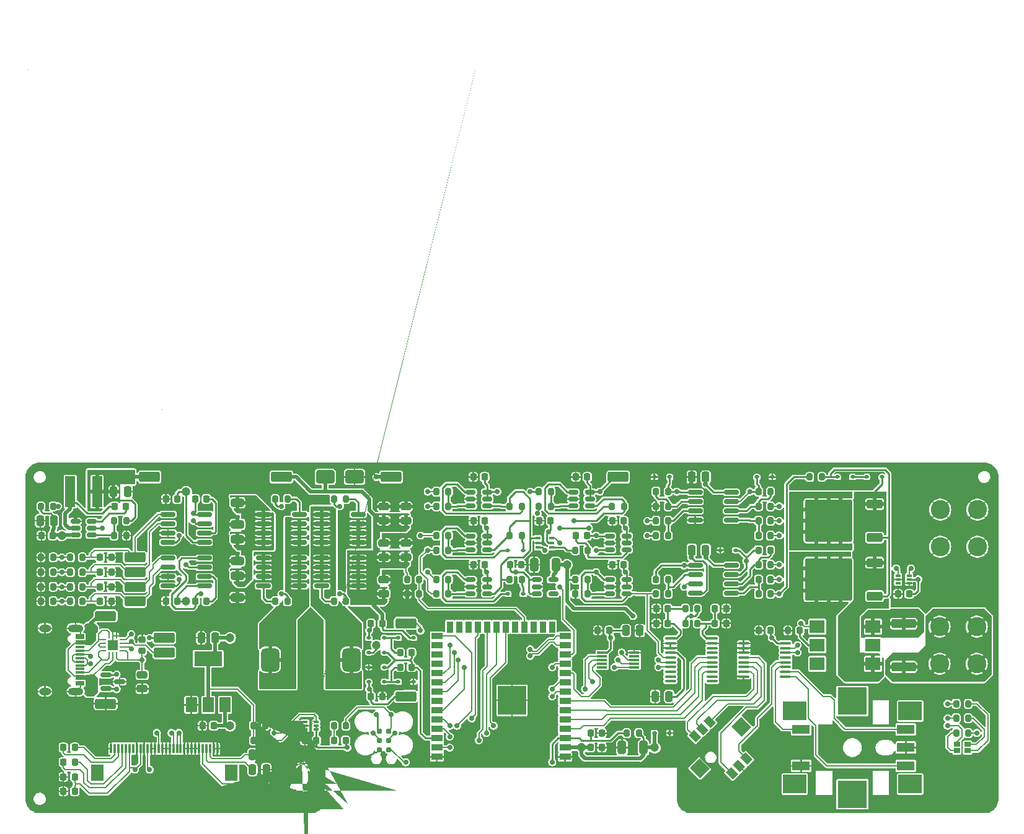
<source format=gbr>
G04 #@! TF.GenerationSoftware,KiCad,Pcbnew,7.0.2*
G04 #@! TF.CreationDate,2024-01-03T16:57:31-08:00*
G04 #@! TF.ProjectId,UsbSourceMeasure,55736253-6f75-4726-9365-4d6561737572,rev?*
G04 #@! TF.SameCoordinates,PX8f0d180PY7270e00*
G04 #@! TF.FileFunction,Copper,L1,Top*
G04 #@! TF.FilePolarity,Positive*
%FSLAX46Y46*%
G04 Gerber Fmt 4.6, Leading zero omitted, Abs format (unit mm)*
G04 Created by KiCad (PCBNEW 7.0.2) date 2024-01-03 16:57:31*
%MOMM*%
%LPD*%
G01*
G04 APERTURE LIST*
G04 Aperture macros list*
%AMRoundRect*
0 Rectangle with rounded corners*
0 $1 Rounding radius*
0 $2 $3 $4 $5 $6 $7 $8 $9 X,Y pos of 4 corners*
0 Add a 4 corners polygon primitive as box body*
4,1,4,$2,$3,$4,$5,$6,$7,$8,$9,$2,$3,0*
0 Add four circle primitives for the rounded corners*
1,1,$1+$1,$2,$3*
1,1,$1+$1,$4,$5*
1,1,$1+$1,$6,$7*
1,1,$1+$1,$8,$9*
0 Add four rect primitives between the rounded corners*
20,1,$1+$1,$2,$3,$4,$5,0*
20,1,$1+$1,$4,$5,$6,$7,0*
20,1,$1+$1,$6,$7,$8,$9,0*
20,1,$1+$1,$8,$9,$2,$3,0*%
%AMRotRect*
0 Rectangle, with rotation*
0 The origin of the aperture is its center*
0 $1 length*
0 $2 width*
0 $3 Rotation angle, in degrees counterclockwise*
0 Add horizontal line*
21,1,$1,$2,0,0,$3*%
%AMFreePoly0*
4,1,596,0.029440,-0.000717,0.058811,-0.002883,0.088039,-0.006486,0.117055,-0.011519,0.145788,-0.017968,0.174172,-0.025819,0.202135,-0.035052,0.229611,-0.045645,0.256536,-0.057576,0.282841,-0.070810,0.308463,-0.085317,0.333343,-0.101065,0.357421,-0.118014,0.380637,-0.136123,0.402936,-0.155349,0.424266,-0.175647,0.444572,-0.196965,0.463808,-0.219253,0.481926,-0.242458,0.498883,-0.266524,
0.514639,-0.291393,0.529154,-0.317004,0.542396,-0.343296,0.554330,-0.370206,0.564929,-0.397668,0.574167,-0.425619,0.582021,-0.453987,0.588474,-0.482707,0.593509,-0.511708,0.597114,-0.540923,0.599280,-0.570278,0.600003,-0.599704,0.598396,-0.643017,0.593668,-0.686061,0.593795,-0.685749,0.593802,-0.685754,0.607867,-0.710266,0.622961,-0.734161,0.639055,-0.757396,0.656120,-0.779927,
0.674125,-0.801715,0.693039,-0.822719,0.712825,-0.842904,0.733452,-0.862232,0.754879,-0.880669,0.777069,-0.898181,0.799983,-0.914737,0.823577,-0.930307,0.847811,-0.944863,0.872644,-0.958379,0.898021,-0.970829,0.923911,-0.982196,0.923907,-0.982203,0.896618,-0.989595,0.869040,-0.995825,0.841222,-1.000879,0.813215,-1.004751,0.785069,-1.007431,0.756835,-1.008917,0.728563,-1.009205,
0.700304,-1.008294,0.672109,-1.006187,0.644029,-1.002887,0.616114,-0.998399,0.588415,-0.992733,0.560980,-0.985898,0.533861,-0.977906,0.507105,-0.968772,0.480758,-0.958510,0.481363,-0.957024,0.462548,-0.981125,0.442502,-1.004262,0.421301,-1.026348,0.399000,-1.047323,0.375658,-1.067134,0.351335,-1.085728,0.326090,-1.103060,0.299998,-1.119080,0.299515,-1.119048,0.324998,-1.142825,
0.349704,-1.167410,0.373603,-1.192774,0.396677,-1.218896,0.418907,-1.245757,0.440275,-1.273334,0.460764,-1.301605,0.480358,-1.330547,0.499040,-1.360138,0.516797,-1.390355,0.533613,-1.421172,0.549476,-1.452564,0.564372,-1.484506,0.578289,-1.516974,0.591217,-1.549941,0.603145,-1.583380,0.614063,-1.617267,0.623963,-1.651571,0.632837,-1.686266,0.640677,-1.721324,0.647478,-1.756718,
0.653234,-1.792418,0.657941,-1.828397,0.661594,-1.864627,0.664190,-1.901076,0.665728,-1.937716,0.666207,-1.974517,0.665625,-2.011453,0.663984,-2.048489,0.661285,-2.085600,0.657529,-2.122752,0.652721,-2.159921,0.646863,-2.197071,0.639961,-2.234176,0.632019,-2.271206,0.623045,-2.308129,0.613046,-2.344919,0.602029,-2.381543,0.590003,-2.417974,0.576979,-2.454182,0.562964,-2.490139,
0.547976,-2.525812,0.532018,-2.561179,0.515112,-2.596205,0.497264,-2.630867,0.478492,-2.665135,0.458809,-2.698984,0.438233,-2.732386,0.416783,-2.765307,0.394470,-2.797729,0.371315,-2.829625,0.347337,-2.860968,0.322554,-2.891732,0.296986,-2.921894,0.270653,-2.951430,0.243579,-2.980314,0.215779,-3.008527,0.187287,-3.036039,0.158115,-3.062837,0.128289,-3.088893,0.097835,-3.114190,
0.066777,-3.138705,0.035139,-3.162419,0.003065,-3.185229,0.006784,-3.191718,0.009651,-3.199064,0.114415,-3.544087,0.139714,-3.533658,0.165294,-3.523923,0.191131,-3.514891,0.217207,-3.506569,0.243500,-3.498963,0.269991,-3.492080,0.296661,-3.485923,0.323489,-3.480499,0.350456,-3.475811,0.377541,-3.471862,0.404726,-3.468656,0.431986,-3.466194,0.459304,-3.464479,0.486659,-3.463512,
0.514030,-3.463294,0.541402,-3.463827,0.541403,-3.463831,0.494284,-3.483372,0.474774,-3.530476,0.494284,-3.577580,0.541402,-3.597121,0.541398,-3.597128,0.493785,-3.616381,0.473999,-3.663753,0.493785,-3.711125,0.541402,-3.730381,0.541397,-3.730388,0.513052,-3.730933,0.484703,-3.730675,0.456372,-3.729614,0.428085,-3.727750,0.399859,-3.725085,0.371721,-3.721621,0.343693,-3.717362,
0.315798,-3.712312,0.288056,-3.706472,0.260491,-3.699849,0.233126,-3.692447,0.205981,-3.684273,0.179076,-3.675332,0.152441,-3.665635,0.126089,-3.655185,0.100045,-3.643993,0.095258,-3.646286,0.090259,-3.648090,0.049610,-3.644109,0.023696,-3.612548,0.021217,-3.604392,0.014625,-3.600785,0.008057,-3.597121,0.012742,-3.594505,0.017425,-3.591922,-0.088345,-3.243604,-0.135148,-3.270352,
-0.182738,-3.295394,-0.231042,-3.318693,-0.279988,-3.340214,-0.329502,-3.359924,-0.379511,-3.377793,-0.429936,-3.393795,-0.480708,-3.407906,-0.480963,-3.407547,-0.480207,-3.415243,-0.446066,-3.761711,-0.421205,-3.751719,-0.396077,-3.742395,-0.370708,-3.733747,-0.345117,-3.725782,-0.319321,-3.718505,-0.293340,-3.711922,-0.267191,-3.706037,-0.240894,-3.700855,-0.214467,-3.696379,-0.187930,-3.692612,
-0.161301,-3.689558,-0.134600,-3.687218,-0.107846,-3.685594,-0.081058,-3.684688,-0.054255,-3.684499,-0.027452,-3.685032,-0.027455,-3.685039,-0.075068,-3.704291,-0.094854,-3.751664,-0.075068,-3.799036,-0.027452,-3.818296,-0.074117,-3.838071,-0.093382,-3.884923,-0.074116,-3.931775,-0.027452,-3.951552,-0.027457,-3.951559,-0.055804,-3.952105,-0.084155,-3.951847,-0.112489,-3.950786,-0.140779,-3.948923,
-0.169006,-3.946259,-0.197146,-3.942795,-0.225176,-3.938536,-0.253074,-3.933486,-0.280819,-3.927646,-0.308385,-3.921023,-0.335753,-3.913621,-0.362900,-3.905446,-0.389804,-3.896506,-0.416444,-3.886806,-0.442798,-3.876356,-0.468843,-3.865164,-0.478580,-3.869226,-0.488931,-3.871292,-0.526879,-3.860219,-0.546775,-3.826078,-0.553799,-3.822217,-0.560798,-3.818296,-0.560793,-3.818289,-0.554640,-3.814842,
-0.548464,-3.811438,-0.585976,-3.430657,-0.615532,-3.435636,-0.645370,-3.439999,-0.675217,-3.443700,-0.705053,-3.446737,-0.734864,-3.449108,-0.764637,-3.450813,-0.794355,-3.451850,-0.824003,-3.452219,-0.853567,-3.451919,-0.883030,-3.450951,-0.912379,-3.449316,-0.941598,-3.447014,-0.970672,-3.444046,-0.999586,-3.440413,-1.028326,-3.436119,-1.056877,-3.431164,-1.085225,-3.425551,-1.113355,-3.419284,
-1.141254,-3.412365,-1.168905,-3.404799,-1.196297,-3.396587,-1.223414,-3.387735,-1.250242,-3.378250,-1.276768,-3.368132,-1.302980,-3.357389,-1.328862,-3.346026,-1.354403,-3.334049,-1.379589,-3.321462,-1.404408,-3.308275,-1.428846,-3.294493,-1.452891,-3.280122,-1.476529,-3.265172,-1.477022,-3.265077,-1.446543,-3.224474,-1.417636,-3.182746,-1.390340,-3.139949,-1.364694,-3.096144,-1.340734,-3.051392,
-1.318499,-3.005764,-1.298017,-2.959321,-1.279319,-2.912132,-1.262431,-2.864265,-1.247380,-2.815791,-1.246537,-2.812658,-1.035179,-2.812658,-1.033529,-2.862646,-1.030089,-2.912768,-1.024842,-2.962983,-1.015737,-2.991432,-0.996824,-3.014556,-0.970743,-3.029130,-0.941130,-3.033121,-0.890667,-3.029564,-0.840655,-3.024246,-0.791131,-3.017197,-0.742127,-3.008447,-0.693679,-2.998023,-0.645821,-2.985953,
-0.598587,-2.972267,-0.552011,-2.956992,-0.506126,-2.940157,-0.460968,-2.921791,-0.416568,-2.901922,-0.372967,-2.880580,-0.330193,-2.857790,-0.288281,-2.833583,-0.247267,-2.807986,-0.207183,-2.781029,-0.168065,-2.752739,-0.129947,-2.723145,-0.092862,-2.692276,-0.056844,-2.660160,-0.021929,-2.626825,0.011849,-2.592302,0.044458,-2.556614,0.075863,-2.519795,0.106028,-2.481872,0.134921,-2.442871,
0.162507,-2.402822,0.188752,-2.361755,0.213623,-2.319694,0.237085,-2.276672,0.259099,-2.232720,0.279638,-2.187859,0.298665,-2.142121,0.316147,-2.095534,0.332048,-2.048126,0.346335,-1.999927,0.358974,-1.950965,0.360185,-1.919774,0.349355,-1.890493,0.328135,-1.867593,0.299755,-1.854556,0.268577,-1.853380,0.239320,-1.864214,0.216435,-1.885410,0.203403,-1.913745,0.190602,-1.962852,
0.175932,-2.011059,0.159440,-2.058331,0.141167,-2.104634,0.121157,-2.149933,0.099458,-2.194194,0.076110,-2.237380,0.051158,-2.279460,0.024646,-2.320397,-0.003382,-2.360157,-0.032882,-2.398706,-0.063811,-2.436010,-0.096124,-2.472031,-0.129779,-2.506738,-0.164729,-2.540095,-0.200932,-2.572068,-0.238344,-2.602621,-0.276920,-2.631721,-0.316618,-2.659332,-0.357394,-2.685422,-0.399202,-2.709952,
-0.441999,-2.732892,-0.485741,-2.754204,-0.530386,-2.773856,-0.575886,-2.791811,-0.622201,-2.808036,-0.669286,-2.822497,-0.717096,-2.835157,-0.765588,-2.845983,-0.814718,-2.854941,-0.864447,-2.861994,-0.866313,-2.810556,-0.866142,-2.759330,-0.863956,-2.708369,-0.859776,-2.657727,-0.853620,-2.607465,-0.845511,-2.557638,-0.835467,-2.508304,-0.823508,-2.459517,-0.809658,-2.411339,-0.793932,-2.363823,
-0.776354,-2.317028,-0.756943,-2.271009,-0.735716,-2.225822,-0.712699,-2.181529,-0.687911,-2.138186,-0.661369,-2.095845,-0.633097,-2.054569,-0.603110,-2.014409,-0.571432,-1.975424,-0.538086,-1.937676,-0.503087,-1.901216,-0.466457,-1.866103,-0.428216,-1.832395,-0.388385,-1.800146,-0.346984,-1.769416,-0.304033,-1.740261,-0.281666,-1.718500,-0.269334,-1.689839,-0.268914,-1.658646,-0.280470,-1.629664,
-0.302272,-1.607322,-0.330972,-1.595026,-0.337858,-1.593864,-0.344820,-1.593305,-0.348300,-1.593264,-0.351779,-1.593374,-0.372286,-1.597143,-0.391121,-1.606080,-0.433000,-1.634308,-0.473649,-1.663862,-0.513046,-1.694699,-0.551172,-1.726779,-0.588009,-1.760062,-0.623536,-1.794505,-0.657733,-1.830066,-0.690584,-1.866708,-0.722069,-1.904387,-0.752167,-1.943062,-0.780860,-1.982694,-0.808129,-2.023239,
-0.833954,-2.064658,-0.858315,-2.106909,-0.881196,-2.149952,-0.902575,-2.193745,-0.922434,-2.238247,-0.940754,-2.283417,-0.957515,-2.329215,-0.972698,-2.375600,-0.986285,-2.422528,-0.998254,-2.469961,-1.008589,-2.517857,-1.017269,-2.566176,-1.024275,-2.614875,-1.029589,-2.663914,-1.033190,-2.713250,-1.035060,-2.762846,-1.035179,-2.812658,-1.246537,-2.812658,-1.234187,-2.766780,-1.222871,-2.717303,
-1.213448,-2.667430,-1.205931,-2.617234,-1.200331,-2.566788,-1.196659,-2.516168,-1.194194,-2.479536,-1.190722,-2.442989,-1.186243,-2.406550,-1.180762,-2.370248,-1.174282,-2.334111,-1.166809,-2.298166,-1.158348,-2.262438,-1.148906,-2.226959,-1.138490,-2.191754,-1.127108,-2.156849,-1.114767,-2.122270,-1.101479,-2.088044,-1.087252,-2.054196,-1.072096,-2.020752,-1.056025,-1.987737,-1.039051,-1.955180,
-1.021189,-1.923104,-1.002447,-1.891530,-0.982841,-1.860483,-0.962388,-1.829988,-0.941103,-1.800069,-0.919000,-1.770746,-0.896096,-1.742041,-0.872414,-1.713982,-0.847965,-1.686582,-0.822772,-1.659868,-0.796850,-1.633856,-0.770222,-1.608568,-0.742907,-1.584023,-0.714926,-1.560239,-0.686300,-1.537235,-0.657052,-1.515027,-0.630307,-1.494769,-0.604080,-1.473844,-0.578389,-1.452266,-0.553250,-1.430049,
-0.528677,-1.407207,-0.504689,-1.383754,-0.481296,-1.359704,-0.458518,-1.335074,-0.436367,-1.309878,-0.414858,-1.284135,-0.394004,-1.257857,-0.373816,-1.231063,-0.354312,-1.203771,-0.335500,-1.175996,-0.317393,-1.147757,-0.300005,-1.119075,-0.333345,-1.098353,-0.365260,-1.075495,-0.395613,-1.050596,-0.424268,-1.023772,-0.451108,-0.995128,-0.476018,-0.964788,-0.498887,-0.932887,-0.519621,-0.899560,
-0.538129,-0.864954,-0.554333,-0.829207,-0.568163,-0.792476,-0.579560,-0.754921,-0.588475,-0.716702,-0.594871,-0.677980,-0.598719,-0.638927,-0.600003,-0.599704,-0.599280,-0.570278,-0.597113,-0.540922,-0.593508,-0.511708,-0.588474,-0.482707,-0.582020,-0.453985,-0.578804,-0.442370,-0.008102,-0.442370,0.001954,-0.471895,0.022546,-0.495328,0.050540,-0.509103,0.081659,-0.511123,0.111189,-0.501098,
0.134638,-0.480549,0.148446,-0.452598,0.168442,-0.420921,0.200025,-0.413066,0.231581,-0.420918,0.251565,-0.452600,0.265374,-0.480559,0.288833,-0.501113,0.318374,-0.511135,0.349504,-0.509103,0.377499,-0.495327,0.398089,-0.471896,0.408146,-0.442370,0.406137,-0.411248,0.387621,-0.364843,0.360167,-0.325866,0.325727,-0.294766,0.286255,-0.271993,0.243699,-0.257998,0.200021,-0.253233,
0.156344,-0.257999,0.113790,-0.271993,0.074317,-0.294766,0.039877,-0.325866,0.012423,-0.364844,-0.006093,-0.411248,-0.008102,-0.442370,-0.578804,-0.442370,-0.574167,-0.425618,-0.564929,-0.397668,-0.554330,-0.370206,-0.542393,-0.343292,-0.529152,-0.317001,-0.514639,-0.291392,-0.498883,-0.266524,-0.481925,-0.242457,-0.463808,-0.219253,-0.444571,-0.196964,-0.424265,-0.175646,-0.402936,-0.155349,
-0.380634,-0.136121,-0.357421,-0.118014,-0.333343,-0.101065,-0.308461,-0.085316,-0.282838,-0.070808,-0.256534,-0.057574,-0.229611,-0.045645,-0.202135,-0.035052,-0.174171,-0.025819,-0.145788,-0.017968,-0.117055,-0.011519,-0.088039,-0.006486,-0.058810,-0.002883,-0.029440,-0.000717,0.000000,0.000005,0.029440,-0.000717,0.029440,-0.000717,$1*%
G04 Aperture macros list end*
G04 #@! TA.AperFunction,SMDPad,CuDef*
%ADD10R,1.400000X0.300000*%
G04 #@! TD*
G04 #@! TA.AperFunction,SMDPad,CuDef*
%ADD11FreePoly0,0.000000*%
G04 #@! TD*
G04 #@! TA.AperFunction,SMDPad,CuDef*
%ADD12RoundRect,0.225000X0.225000X0.250000X-0.225000X0.250000X-0.225000X-0.250000X0.225000X-0.250000X0*%
G04 #@! TD*
G04 #@! TA.AperFunction,SMDPad,CuDef*
%ADD13R,0.700000X0.340000*%
G04 #@! TD*
G04 #@! TA.AperFunction,SMDPad,CuDef*
%ADD14RoundRect,0.200000X0.200000X0.275000X-0.200000X0.275000X-0.200000X-0.275000X0.200000X-0.275000X0*%
G04 #@! TD*
G04 #@! TA.AperFunction,SMDPad,CuDef*
%ADD15RoundRect,0.200000X-0.200000X-0.275000X0.200000X-0.275000X0.200000X0.275000X-0.200000X0.275000X0*%
G04 #@! TD*
G04 #@! TA.AperFunction,SMDPad,CuDef*
%ADD16RoundRect,0.112500X-0.187500X-0.112500X0.187500X-0.112500X0.187500X0.112500X-0.187500X0.112500X0*%
G04 #@! TD*
G04 #@! TA.AperFunction,SMDPad,CuDef*
%ADD17RoundRect,0.225000X-0.225000X-0.250000X0.225000X-0.250000X0.225000X0.250000X-0.225000X0.250000X0*%
G04 #@! TD*
G04 #@! TA.AperFunction,SMDPad,CuDef*
%ADD18RoundRect,0.150000X-0.512500X-0.150000X0.512500X-0.150000X0.512500X0.150000X-0.512500X0.150000X0*%
G04 #@! TD*
G04 #@! TA.AperFunction,SMDPad,CuDef*
%ADD19RoundRect,0.250000X0.250000X0.475000X-0.250000X0.475000X-0.250000X-0.475000X0.250000X-0.475000X0*%
G04 #@! TD*
G04 #@! TA.AperFunction,SMDPad,CuDef*
%ADD20RoundRect,0.112500X0.187500X0.112500X-0.187500X0.112500X-0.187500X-0.112500X0.187500X-0.112500X0*%
G04 #@! TD*
G04 #@! TA.AperFunction,SMDPad,CuDef*
%ADD21RoundRect,0.250000X0.325000X0.650000X-0.325000X0.650000X-0.325000X-0.650000X0.325000X-0.650000X0*%
G04 #@! TD*
G04 #@! TA.AperFunction,SMDPad,CuDef*
%ADD22RoundRect,0.150000X0.825000X0.150000X-0.825000X0.150000X-0.825000X-0.150000X0.825000X-0.150000X0*%
G04 #@! TD*
G04 #@! TA.AperFunction,SMDPad,CuDef*
%ADD23RoundRect,0.250000X-1.175000X-0.450000X1.175000X-0.450000X1.175000X0.450000X-1.175000X0.450000X0*%
G04 #@! TD*
G04 #@! TA.AperFunction,SMDPad,CuDef*
%ADD24RoundRect,0.250000X-0.475000X0.250000X-0.475000X-0.250000X0.475000X-0.250000X0.475000X0.250000X0*%
G04 #@! TD*
G04 #@! TA.AperFunction,SMDPad,CuDef*
%ADD25RoundRect,0.150000X-0.587500X-0.150000X0.587500X-0.150000X0.587500X0.150000X-0.587500X0.150000X0*%
G04 #@! TD*
G04 #@! TA.AperFunction,SMDPad,CuDef*
%ADD26RoundRect,0.250000X-0.250000X-0.475000X0.250000X-0.475000X0.250000X0.475000X-0.250000X0.475000X0*%
G04 #@! TD*
G04 #@! TA.AperFunction,SMDPad,CuDef*
%ADD27RoundRect,0.250000X0.475000X-0.250000X0.475000X0.250000X-0.475000X0.250000X-0.475000X-0.250000X0*%
G04 #@! TD*
G04 #@! TA.AperFunction,SMDPad,CuDef*
%ADD28R,0.650000X0.400000*%
G04 #@! TD*
G04 #@! TA.AperFunction,SMDPad,CuDef*
%ADD29RoundRect,0.250000X-0.650000X0.325000X-0.650000X-0.325000X0.650000X-0.325000X0.650000X0.325000X0*%
G04 #@! TD*
G04 #@! TA.AperFunction,SMDPad,CuDef*
%ADD30R,2.400000X1.300000*%
G04 #@! TD*
G04 #@! TA.AperFunction,SMDPad,CuDef*
%ADD31R,3.200000X2.500000*%
G04 #@! TD*
G04 #@! TA.AperFunction,SMDPad,CuDef*
%ADD32R,4.000000X3.750000*%
G04 #@! TD*
G04 #@! TA.AperFunction,ConnectorPad*
%ADD33C,0.787400*%
G04 #@! TD*
G04 #@! TA.AperFunction,SMDPad,CuDef*
%ADD34R,1.150000X0.300000*%
G04 #@! TD*
G04 #@! TA.AperFunction,ComponentPad*
%ADD35O,2.100000X1.000000*%
G04 #@! TD*
G04 #@! TA.AperFunction,ComponentPad*
%ADD36O,1.600000X1.000000*%
G04 #@! TD*
G04 #@! TA.AperFunction,ComponentPad*
%ADD37C,2.600000*%
G04 #@! TD*
G04 #@! TA.AperFunction,SMDPad,CuDef*
%ADD38RoundRect,0.150000X-0.825000X-0.150000X0.825000X-0.150000X0.825000X0.150000X-0.825000X0.150000X0*%
G04 #@! TD*
G04 #@! TA.AperFunction,SMDPad,CuDef*
%ADD39R,1.500000X0.900000*%
G04 #@! TD*
G04 #@! TA.AperFunction,SMDPad,CuDef*
%ADD40R,0.900000X1.500000*%
G04 #@! TD*
G04 #@! TA.AperFunction,HeatsinkPad*
%ADD41C,0.600000*%
G04 #@! TD*
G04 #@! TA.AperFunction,SMDPad,CuDef*
%ADD42R,3.900000X3.900000*%
G04 #@! TD*
G04 #@! TA.AperFunction,SMDPad,CuDef*
%ADD43RoundRect,0.250000X0.850000X0.350000X-0.850000X0.350000X-0.850000X-0.350000X0.850000X-0.350000X0*%
G04 #@! TD*
G04 #@! TA.AperFunction,SMDPad,CuDef*
%ADD44RoundRect,0.250000X1.275000X1.125000X-1.275000X1.125000X-1.275000X-1.125000X1.275000X-1.125000X0*%
G04 #@! TD*
G04 #@! TA.AperFunction,SMDPad,CuDef*
%ADD45RoundRect,0.249997X2.950003X2.650003X-2.950003X2.650003X-2.950003X-2.650003X2.950003X-2.650003X0*%
G04 #@! TD*
G04 #@! TA.AperFunction,SMDPad,CuDef*
%ADD46R,0.850000X0.650000*%
G04 #@! TD*
G04 #@! TA.AperFunction,SMDPad,CuDef*
%ADD47R,1.500000X2.000000*%
G04 #@! TD*
G04 #@! TA.AperFunction,SMDPad,CuDef*
%ADD48R,3.800000X2.000000*%
G04 #@! TD*
G04 #@! TA.AperFunction,SMDPad,CuDef*
%ADD49RoundRect,0.062500X0.062500X-0.275000X0.062500X0.275000X-0.062500X0.275000X-0.062500X-0.275000X0*%
G04 #@! TD*
G04 #@! TA.AperFunction,SMDPad,CuDef*
%ADD50RoundRect,0.062500X0.275000X-0.062500X0.275000X0.062500X-0.275000X0.062500X-0.275000X-0.062500X0*%
G04 #@! TD*
G04 #@! TA.AperFunction,SMDPad,CuDef*
%ADD51R,1.450000X1.450000*%
G04 #@! TD*
G04 #@! TA.AperFunction,SMDPad,CuDef*
%ADD52RoundRect,0.250000X-1.000000X-0.650000X1.000000X-0.650000X1.000000X0.650000X-1.000000X0.650000X0*%
G04 #@! TD*
G04 #@! TA.AperFunction,SMDPad,CuDef*
%ADD53RoundRect,0.650000X-0.650000X-0.950000X0.650000X-0.950000X0.650000X0.950000X-0.650000X0.950000X0*%
G04 #@! TD*
G04 #@! TA.AperFunction,SMDPad,CuDef*
%ADD54RoundRect,0.225000X0.250000X-0.225000X0.250000X0.225000X-0.250000X0.225000X-0.250000X-0.225000X0*%
G04 #@! TD*
G04 #@! TA.AperFunction,SMDPad,CuDef*
%ADD55R,2.000000X1.780000*%
G04 #@! TD*
G04 #@! TA.AperFunction,SMDPad,CuDef*
%ADD56RoundRect,0.218750X-0.218750X-0.256250X0.218750X-0.256250X0.218750X0.256250X-0.218750X0.256250X0*%
G04 #@! TD*
G04 #@! TA.AperFunction,SMDPad,CuDef*
%ADD57RoundRect,0.100000X-0.637500X-0.100000X0.637500X-0.100000X0.637500X0.100000X-0.637500X0.100000X0*%
G04 #@! TD*
G04 #@! TA.AperFunction,SMDPad,CuDef*
%ADD58R,1.400000X4.200000*%
G04 #@! TD*
G04 #@! TA.AperFunction,SMDPad,CuDef*
%ADD59RoundRect,0.250000X-1.425000X0.362500X-1.425000X-0.362500X1.425000X-0.362500X1.425000X0.362500X0*%
G04 #@! TD*
G04 #@! TA.AperFunction,SMDPad,CuDef*
%ADD60RotRect,1.350000X1.000000X315.000000*%
G04 #@! TD*
G04 #@! TA.AperFunction,SMDPad,CuDef*
%ADD61RotRect,2.000000X1.800000X315.000000*%
G04 #@! TD*
G04 #@! TA.AperFunction,SMDPad,CuDef*
%ADD62R,0.300000X1.300000*%
G04 #@! TD*
G04 #@! TA.AperFunction,SMDPad,CuDef*
%ADD63R,1.800000X2.200000*%
G04 #@! TD*
G04 #@! TA.AperFunction,ViaPad*
%ADD64C,0.700000*%
G04 #@! TD*
G04 #@! TA.AperFunction,ViaPad*
%ADD65C,1.200000*%
G04 #@! TD*
G04 #@! TA.AperFunction,ViaPad*
%ADD66C,0.900000*%
G04 #@! TD*
G04 #@! TA.AperFunction,Conductor*
%ADD67C,0.500000*%
G04 #@! TD*
G04 #@! TA.AperFunction,Conductor*
%ADD68C,0.200000*%
G04 #@! TD*
G04 #@! TA.AperFunction,Conductor*
%ADD69C,0.250000*%
G04 #@! TD*
G04 #@! TA.AperFunction,Conductor*
%ADD70C,0.160000*%
G04 #@! TD*
G04 APERTURE END LIST*
D10*
X13800000Y7000000D03*
X13800000Y6500000D03*
X13800000Y6000000D03*
X13800000Y5500000D03*
X13800000Y5000000D03*
X18200000Y5000000D03*
X18200000Y5500000D03*
X18200000Y6000000D03*
X18200000Y6500000D03*
X18200000Y7000000D03*
D11*
X-27166678Y-8071546D03*
D12*
X-25225000Y-5000000D03*
X-26775000Y-5000000D03*
X55775000Y15000000D03*
X54225000Y15000000D03*
D13*
X-26750000Y-2500000D03*
X-26750000Y-3000000D03*
X-26750000Y-3500000D03*
X-25250000Y-3500000D03*
X-25250000Y-3000000D03*
X-25250000Y-2500000D03*
X54250000Y17500000D03*
X54250000Y17000000D03*
X54250000Y16500000D03*
X55750000Y16500000D03*
X55750000Y17000000D03*
X55750000Y17500000D03*
D14*
X-11175000Y15000000D03*
X-12825000Y15000000D03*
D15*
X-12825000Y17000000D03*
X-11175000Y17000000D03*
D16*
X20950000Y-4000000D03*
X23050000Y-4000000D03*
D14*
X40825000Y10000000D03*
X39175000Y10000000D03*
D17*
X29225000Y13000000D03*
X30775000Y13000000D03*
D18*
X-4137500Y16950000D03*
X-4137500Y16000000D03*
X-4137500Y15050000D03*
X-1862500Y15050000D03*
X-1862500Y16000000D03*
X-1862500Y16950000D03*
D12*
X-58225000Y-12000000D03*
X-59775000Y-12000000D03*
D19*
X27950000Y31000000D03*
X26050000Y31000000D03*
D15*
X-62825000Y18000000D03*
X-61175000Y18000000D03*
D17*
X-54775000Y14000000D03*
X-53225000Y14000000D03*
D14*
X36825000Y27000000D03*
X35175000Y27000000D03*
D20*
X-15950000Y3000000D03*
X-18050000Y3000000D03*
D15*
X10175000Y17000000D03*
X11825000Y17000000D03*
X35175000Y21000000D03*
X36825000Y21000000D03*
D12*
X-2225000Y25000000D03*
X-3775000Y25000000D03*
D18*
X-4137500Y28950000D03*
X-4137500Y28000000D03*
X-4137500Y27050000D03*
X-1862500Y27050000D03*
X-1862500Y28000000D03*
X-1862500Y28950000D03*
D20*
X23050000Y31000000D03*
X20950000Y31000000D03*
D15*
X10175000Y21000000D03*
X11825000Y21000000D03*
D21*
X7475000Y19000000D03*
X4525000Y19000000D03*
D22*
X-40525000Y22095000D03*
X-40525000Y23365000D03*
X-40525000Y24635000D03*
X-40525000Y25905000D03*
X-45475000Y25905000D03*
X-45475000Y24635000D03*
X-45475000Y23365000D03*
X-45475000Y22095000D03*
D14*
X2825000Y27000000D03*
X1175000Y27000000D03*
D15*
X-8825000Y29000000D03*
X-7175000Y29000000D03*
D16*
X34950000Y31000000D03*
X37050000Y31000000D03*
D15*
X62175000Y-4000000D03*
X63825000Y-4000000D03*
D23*
X-30000000Y31000000D03*
D22*
X-40525000Y16095000D03*
X-40525000Y17365000D03*
X-40525000Y18635000D03*
X-40525000Y19905000D03*
X-45475000Y19905000D03*
X-45475000Y18635000D03*
X-45475000Y17365000D03*
X-45475000Y16095000D03*
D14*
X2825000Y23000000D03*
X1175000Y23000000D03*
D22*
X-27525000Y22095000D03*
X-27525000Y23365000D03*
X-27525000Y24635000D03*
X-27525000Y25905000D03*
X-32475000Y25905000D03*
X-32475000Y24635000D03*
X-32475000Y23365000D03*
X-32475000Y22095000D03*
D17*
X12225000Y-6000000D03*
X13775000Y-6000000D03*
D12*
X-61225000Y23000000D03*
X-62775000Y23000000D03*
D24*
X-49000000Y3950000D03*
X-49000000Y2050000D03*
D14*
X-29175000Y14000000D03*
X-30825000Y14000000D03*
D25*
X-53937500Y3950000D03*
X-53937500Y2050000D03*
X-52062500Y3000000D03*
D18*
X-4137500Y22950000D03*
X-4137500Y22000000D03*
X-4137500Y21050000D03*
X-1862500Y21050000D03*
X-1862500Y22000000D03*
X-1862500Y22950000D03*
X14862500Y16950000D03*
X14862500Y16000000D03*
X14862500Y15050000D03*
X17137500Y15050000D03*
X17137500Y16000000D03*
X17137500Y16950000D03*
X4862500Y16950000D03*
X4862500Y16000000D03*
X4862500Y15050000D03*
X7137500Y15050000D03*
X7137500Y16950000D03*
D15*
X15175000Y27000000D03*
X16825000Y27000000D03*
D17*
X-54775000Y16000000D03*
X-53225000Y16000000D03*
D19*
X-39050000Y9000000D03*
X-40950000Y9000000D03*
D26*
X-52900000Y29000000D03*
X-51000000Y29000000D03*
D27*
X-16000000Y15050000D03*
X-16000000Y16950000D03*
D28*
X5050000Y22650000D03*
X5050000Y22000000D03*
X5050000Y21350000D03*
X6950000Y21350000D03*
X6950000Y22000000D03*
X6950000Y22650000D03*
D15*
X-33825000Y-11000000D03*
X-32175000Y-11000000D03*
D14*
X63825000Y0D03*
X62175000Y0D03*
D15*
X-33825000Y-5000000D03*
X-32175000Y-5000000D03*
D14*
X63825000Y-2000000D03*
X62175000Y-2000000D03*
D15*
X-58825000Y14000000D03*
X-57175000Y14000000D03*
X-22825000Y-3000000D03*
X-21175000Y-3000000D03*
D29*
X-36000000Y22475000D03*
X-36000000Y19525000D03*
X-36000000Y17475000D03*
X-36000000Y14525000D03*
D30*
X55300000Y-8500000D03*
X55300000Y-3500000D03*
X55300000Y-6000000D03*
D31*
X55900000Y-11000000D03*
X55900000Y-1000000D03*
D32*
X48000000Y-12375000D03*
X48000000Y375000D03*
D31*
X40100000Y-11000000D03*
X40100000Y-1000000D03*
D30*
X41000000Y-3500000D03*
X41000000Y-8500000D03*
D12*
X-58225000Y-6000000D03*
X-59775000Y-6000000D03*
D15*
X-62825000Y27000000D03*
X-61175000Y27000000D03*
D14*
X-21175000Y14000000D03*
X-22825000Y14000000D03*
D16*
X950000Y21000000D03*
X3050000Y21000000D03*
D33*
X-16635000Y-3730000D03*
X-15365000Y-3730000D03*
X-16635000Y-5000000D03*
X-15365000Y-5000000D03*
X-16635000Y-6270000D03*
X-15365000Y-6270000D03*
D23*
X16000000Y31000000D03*
D14*
X26825000Y13000000D03*
X25175000Y13000000D03*
D34*
X-57544500Y9350000D03*
X-57544500Y8550000D03*
X-57544500Y7250000D03*
X-57544500Y6250000D03*
X-57544500Y5750000D03*
X-57544500Y4750000D03*
X-57544500Y3450000D03*
X-57544500Y2650000D03*
X-57544500Y2950000D03*
X-57544500Y3750000D03*
X-57544500Y4250000D03*
X-57544500Y5250000D03*
X-57544500Y6750000D03*
X-57544500Y7750000D03*
X-57544500Y8250000D03*
X-57544500Y9050000D03*
D35*
X-58109500Y10320000D03*
D36*
X-62289500Y10320000D03*
D35*
X-58109500Y1680000D03*
D36*
X-62289500Y1680000D03*
D37*
X65080000Y21460000D03*
X65080000Y26540000D03*
X60000000Y21460000D03*
X60000000Y26540000D03*
D23*
X-54000000Y12000000D03*
D38*
X26525000Y18905000D03*
X26525000Y17635000D03*
X26525000Y16365000D03*
X26525000Y15095000D03*
X31475000Y15095000D03*
X31475000Y16365000D03*
X31475000Y17635000D03*
X31475000Y18905000D03*
D12*
X-12225000Y5000000D03*
X-13775000Y5000000D03*
D22*
X-19525000Y22095000D03*
X-19525000Y23365000D03*
X-19525000Y24635000D03*
X-19525000Y25905000D03*
X-24475000Y25905000D03*
X-24475000Y24635000D03*
X-24475000Y23365000D03*
X-24475000Y22095000D03*
D27*
X-13000000Y20050000D03*
X-13000000Y21950000D03*
D15*
X-8825000Y27000000D03*
X-7175000Y27000000D03*
D39*
X8750000Y-7260000D03*
X8750000Y-5990000D03*
X8750000Y-4720000D03*
X8750000Y-3450000D03*
X8750000Y-2180000D03*
X8750000Y-910000D03*
X8750000Y360000D03*
X8750000Y1630000D03*
X8750000Y2900000D03*
X8750000Y4170000D03*
X8750000Y5440000D03*
X8750000Y6710000D03*
X8750000Y7980000D03*
X8750000Y9250000D03*
D40*
X6985000Y10500000D03*
X5715000Y10500000D03*
X4445000Y10500000D03*
X3175000Y10500000D03*
X1905000Y10500000D03*
X635000Y10500000D03*
X-635000Y10500000D03*
X-1905000Y10500000D03*
X-3175000Y10500000D03*
X-4445000Y10500000D03*
X-5715000Y10500000D03*
X-6985000Y10500000D03*
D39*
X-8750000Y9250000D03*
X-8750000Y7980000D03*
X-8750000Y6710000D03*
X-8750000Y5440000D03*
X-8750000Y4170000D03*
X-8750000Y2900000D03*
X-8750000Y1630000D03*
X-8750000Y360000D03*
X-8750000Y-910000D03*
X-8750000Y-2180000D03*
X-8750000Y-3450000D03*
X-8750000Y-4720000D03*
X-8750000Y-5990000D03*
X-8750000Y-7260000D03*
D41*
X2900000Y-240000D03*
X2900000Y1160000D03*
X2200000Y-940000D03*
X2200000Y460000D03*
X2200000Y1860000D03*
X1500000Y-240000D03*
D42*
X1500000Y460000D03*
D41*
X1500000Y1160000D03*
X800000Y-940000D03*
X800000Y460000D03*
X800000Y1860000D03*
X100000Y-240000D03*
X100000Y1160000D03*
D14*
X36825000Y17000000D03*
X35175000Y17000000D03*
D23*
X-13000000Y1000000D03*
D43*
X51040000Y14720000D03*
D44*
X46415000Y15475000D03*
X46415000Y18525000D03*
D45*
X44740000Y17000000D03*
D44*
X43065000Y15475000D03*
X43065000Y18525000D03*
D43*
X51040000Y19280000D03*
D26*
X-33950000Y-9000000D03*
X-32050000Y-9000000D03*
D46*
X62275000Y-6425000D03*
X62275000Y-5575000D03*
X63725000Y-5575000D03*
X63725000Y-6425000D03*
D18*
X14862500Y22950000D03*
X14862500Y22000000D03*
X14862500Y21050000D03*
X17137500Y21050000D03*
X17137500Y22000000D03*
X17137500Y22950000D03*
D15*
X-8825000Y21000000D03*
X-7175000Y21000000D03*
D14*
X36825000Y19000000D03*
X35175000Y19000000D03*
D12*
X-58225000Y-8000000D03*
X-59775000Y-8000000D03*
X-2225000Y19000000D03*
X-3775000Y19000000D03*
D27*
X-13000000Y25050000D03*
X-13000000Y26950000D03*
D12*
X-39225000Y-3000000D03*
X-40775000Y-3000000D03*
D23*
X-54000000Y0D03*
D12*
X-2225000Y31000000D03*
X-3775000Y31000000D03*
X13225000Y10000000D03*
X14775000Y10000000D03*
X-44225000Y14000000D03*
X-45775000Y14000000D03*
D15*
X25175000Y11000000D03*
X26825000Y11000000D03*
D23*
X-50000000Y18000000D03*
D47*
X-42300000Y-150000D03*
X-40000000Y-150000D03*
D48*
X-40000000Y6150000D03*
D47*
X-37700000Y-150000D03*
D38*
X26525000Y28905000D03*
X26525000Y27635000D03*
X26525000Y26365000D03*
X26525000Y25095000D03*
X31475000Y25095000D03*
X31475000Y26365000D03*
X31475000Y27635000D03*
X31475000Y28905000D03*
D12*
X22775000Y13000000D03*
X21225000Y13000000D03*
D14*
X36825000Y15000000D03*
X35175000Y15000000D03*
D12*
X-51225000Y27000000D03*
X-52775000Y27000000D03*
D14*
X11825000Y15000000D03*
X10175000Y15000000D03*
D15*
X-62825000Y20000000D03*
X-61175000Y20000000D03*
X-58825000Y16000000D03*
X-57175000Y16000000D03*
D23*
X-46000000Y7000000D03*
D15*
X-8825000Y17000000D03*
X-7175000Y17000000D03*
D17*
X-17775000Y11000000D03*
X-16225000Y11000000D03*
D15*
X-22825000Y28000000D03*
X-21175000Y28000000D03*
D49*
X-53500000Y6737500D03*
X-53000000Y6737500D03*
X-52500000Y6737500D03*
D50*
X-51737500Y7250000D03*
X-51737500Y7750000D03*
X-51737500Y8250000D03*
X-51737500Y8750000D03*
D49*
X-52500000Y9262500D03*
X-53000000Y9262500D03*
X-53500000Y9262500D03*
D50*
X-54262500Y8750000D03*
X-54262500Y8250000D03*
X-54262500Y7750000D03*
X-54262500Y7250000D03*
D51*
X-53000000Y8000000D03*
D15*
X-58825000Y20000000D03*
X-57175000Y20000000D03*
D23*
X-50000000Y14000000D03*
D19*
X22950000Y1000000D03*
X21050000Y1000000D03*
D17*
X-54775000Y18000000D03*
X-53225000Y18000000D03*
D14*
X2825000Y17000000D03*
X1175000Y17000000D03*
D37*
X65000000Y5460000D03*
X65000000Y10540000D03*
X59920000Y5460000D03*
X59920000Y10540000D03*
D26*
X18950000Y10000000D03*
X17050000Y10000000D03*
X-33950000Y-7000000D03*
X-32050000Y-7000000D03*
D12*
X16775000Y19000000D03*
X15225000Y19000000D03*
D38*
X-32475000Y19905000D03*
X-32475000Y18635000D03*
X-32475000Y17365000D03*
X-32475000Y16095000D03*
X-27525000Y16095000D03*
X-27525000Y17365000D03*
X-27525000Y18635000D03*
X-27525000Y19905000D03*
D12*
X11775000Y23000000D03*
X10225000Y23000000D03*
D16*
X-14050000Y9000000D03*
X-11950000Y9000000D03*
D52*
X-24000000Y31000000D03*
X-20000000Y31000000D03*
D12*
X22775000Y11000000D03*
X21225000Y11000000D03*
D15*
X-30825000Y28000000D03*
X-29175000Y28000000D03*
D27*
X-16000000Y25050000D03*
X-16000000Y26950000D03*
D20*
X48050000Y31000000D03*
X45950000Y31000000D03*
D53*
X-31550000Y6000000D03*
X-20450000Y6000000D03*
D12*
X11775000Y31000000D03*
X10225000Y31000000D03*
D23*
X-15000000Y31000000D03*
D15*
X-62825000Y14000000D03*
X-61175000Y14000000D03*
X-8825000Y23000000D03*
X-7175000Y23000000D03*
D12*
X-58225000Y-10000000D03*
X-59775000Y-10000000D03*
D15*
X21175000Y27000000D03*
X22825000Y27000000D03*
D14*
X18825000Y-4000000D03*
X17175000Y-4000000D03*
D15*
X5175000Y29000000D03*
X6825000Y29000000D03*
D16*
X-18050000Y7000000D03*
X-15950000Y7000000D03*
D23*
X-48000000Y31000000D03*
D14*
X43825000Y31000000D03*
X42175000Y31000000D03*
D17*
X-54775000Y20000000D03*
X-53225000Y20000000D03*
D54*
X-49000000Y7225000D03*
X-49000000Y8775000D03*
D15*
X-33825000Y-3000000D03*
X-32175000Y-3000000D03*
D14*
X22825000Y29000000D03*
X21175000Y29000000D03*
D15*
X5175000Y27000000D03*
X6825000Y27000000D03*
D55*
X43190000Y10540000D03*
X43190000Y8000000D03*
X43190000Y5460000D03*
X50810000Y5460000D03*
X50810000Y8000000D03*
X50810000Y10540000D03*
D12*
X-40225000Y28000000D03*
X-41775000Y28000000D03*
D17*
X12225000Y-4000000D03*
X13775000Y-4000000D03*
D19*
X-61050000Y25000000D03*
X-62950000Y25000000D03*
D23*
X-50000000Y16000000D03*
D12*
X6775000Y25000000D03*
X5225000Y25000000D03*
D17*
X1225000Y19000000D03*
X2775000Y19000000D03*
D15*
X21175000Y17000000D03*
X22825000Y17000000D03*
D14*
X36825000Y23000000D03*
X35175000Y23000000D03*
D15*
X-52825000Y23000000D03*
X-51175000Y23000000D03*
D12*
X-40225000Y14000000D03*
X-41775000Y14000000D03*
X-44225000Y28000000D03*
X-45775000Y28000000D03*
D23*
X-13000000Y11000000D03*
D17*
X29225000Y11000000D03*
X30775000Y11000000D03*
D15*
X21175000Y23000000D03*
X22825000Y23000000D03*
D12*
X16775000Y25000000D03*
X15225000Y25000000D03*
D56*
X-22787500Y-5000000D03*
X-21212500Y-5000000D03*
D20*
X-11950000Y3000000D03*
X-14050000Y3000000D03*
D15*
X-62825000Y16000000D03*
X-61175000Y16000000D03*
D12*
X36775000Y10000000D03*
X35225000Y10000000D03*
D21*
X19475000Y-6000000D03*
X16525000Y-6000000D03*
D57*
X33137500Y8275000D03*
X33137500Y7625000D03*
X33137500Y6975000D03*
X33137500Y6325000D03*
X33137500Y5675000D03*
X33137500Y5025000D03*
X33137500Y4375000D03*
X33137500Y3725000D03*
X38862500Y3725000D03*
X38862500Y4375000D03*
X38862500Y5025000D03*
X38862500Y5675000D03*
X38862500Y6325000D03*
X38862500Y6975000D03*
X38862500Y7625000D03*
X38862500Y8275000D03*
D14*
X-51175000Y25000000D03*
X-52825000Y25000000D03*
D20*
X32050000Y21000000D03*
X29950000Y21000000D03*
D15*
X-8825000Y15000000D03*
X-7175000Y15000000D03*
D18*
X-58137500Y24950000D03*
X-58137500Y24000000D03*
X-58137500Y23050000D03*
X-55862500Y23050000D03*
X-55862500Y24000000D03*
X-55862500Y24950000D03*
D16*
X-18050000Y9000000D03*
X-15950000Y9000000D03*
D17*
X-13775000Y7000000D03*
X-12225000Y7000000D03*
D20*
X-15950000Y5000000D03*
X-18050000Y5000000D03*
D58*
X-58850000Y29000000D03*
X-55150000Y29000000D03*
D16*
X49950000Y31000000D03*
X52050000Y31000000D03*
D19*
X27950000Y21000000D03*
X26050000Y21000000D03*
D15*
X35175000Y29000000D03*
X36825000Y29000000D03*
X-58825000Y18000000D03*
X-57175000Y18000000D03*
D59*
X55000000Y10962500D03*
X55000000Y5037500D03*
D43*
X51040000Y22720000D03*
D44*
X46415000Y23475000D03*
X46415000Y26525000D03*
D45*
X44740000Y25000000D03*
D44*
X43065000Y23475000D03*
X43065000Y26525000D03*
D43*
X51040000Y27280000D03*
D20*
X3050000Y15000000D03*
X950000Y15000000D03*
D14*
X36825000Y25000000D03*
X35175000Y25000000D03*
D15*
X21175000Y25000000D03*
X22825000Y25000000D03*
D57*
X23137500Y8925000D03*
X23137500Y8275000D03*
X23137500Y7625000D03*
X23137500Y6975000D03*
X23137500Y6325000D03*
X23137500Y5675000D03*
X23137500Y5025000D03*
X23137500Y4375000D03*
X23137500Y3725000D03*
X23137500Y3075000D03*
X28862500Y3075000D03*
X28862500Y3725000D03*
X28862500Y4375000D03*
X28862500Y5025000D03*
X28862500Y5675000D03*
X28862500Y6325000D03*
X28862500Y6975000D03*
X28862500Y7625000D03*
X28862500Y8275000D03*
X28862500Y8925000D03*
D23*
X-46000000Y9000000D03*
D12*
X-16225000Y1000000D03*
X-17775000Y1000000D03*
D23*
X-50000000Y20000000D03*
D38*
X-24475000Y19905000D03*
X-24475000Y18635000D03*
X-24475000Y17365000D03*
X-24475000Y16095000D03*
X-19525000Y16095000D03*
X-19525000Y17365000D03*
X-19525000Y18635000D03*
X-19525000Y19905000D03*
D18*
X9862500Y28950000D03*
X9862500Y28000000D03*
X9862500Y27050000D03*
X12137500Y27050000D03*
X12137500Y28000000D03*
X12137500Y28950000D03*
D60*
X28479720Y-2464466D03*
X27472093Y-3472093D03*
X26464466Y-4479720D03*
X33535534Y-7520280D03*
X32527907Y-8527907D03*
X31520280Y-9535534D03*
D61*
X32863782Y-3136218D03*
X27136218Y-8863782D03*
D29*
X-36000000Y27475000D03*
X-36000000Y24525000D03*
D14*
X22825000Y15000000D03*
X21175000Y15000000D03*
D62*
X-53250000Y-6150000D03*
X-52750000Y-6150000D03*
X-52250000Y-6150000D03*
X-51750000Y-6150000D03*
X-51250000Y-6150000D03*
X-50750000Y-6150000D03*
X-50250000Y-6150000D03*
X-49750000Y-6150000D03*
X-49250000Y-6150000D03*
X-48750000Y-6150000D03*
X-48250000Y-6150000D03*
X-47750000Y-6150000D03*
X-47250000Y-6150000D03*
X-46750000Y-6150000D03*
X-46250000Y-6150000D03*
X-45750000Y-6150000D03*
X-45250000Y-6150000D03*
X-44750000Y-6150000D03*
X-44250000Y-6150000D03*
X-43750000Y-6150000D03*
X-43250000Y-6150000D03*
X-42750000Y-6150000D03*
X-42250000Y-6150000D03*
X-41750000Y-6150000D03*
X-41250000Y-6150000D03*
X-40750000Y-6150000D03*
X-40250000Y-6150000D03*
X-39750000Y-6150000D03*
X-39250000Y-6150000D03*
X-38750000Y-6150000D03*
D63*
X-55150000Y-9400000D03*
X-36850000Y-9400000D03*
D27*
X-16000000Y20050000D03*
X-16000000Y21950000D03*
D64*
X56000000Y18500000D03*
X54000000Y18500000D03*
X57000000Y17000000D03*
D65*
X-21500000Y22000000D03*
D64*
X-64000000Y15000000D03*
D65*
X15000000Y-6000000D03*
D64*
X-4000000Y24000000D03*
X15000000Y18000000D03*
D65*
X-43000000Y9000000D03*
X-47000000Y14000000D03*
D64*
X-16000000Y-8000000D03*
X-64000000Y19000000D03*
X39000000Y-8500000D03*
X-52000000Y14000000D03*
D65*
X-30500000Y20000000D03*
X-14500000Y22000000D03*
X-14500000Y27000000D03*
D64*
X-50000000Y-8000000D03*
X57500000Y-6000000D03*
X-4000000Y30000000D03*
D65*
X-38000000Y20000000D03*
D64*
X-52000000Y16000000D03*
D65*
X-30500000Y18000000D03*
D64*
X10000000Y30000000D03*
X-31000000Y-10000000D03*
X-52000000Y18000000D03*
X31000000Y12000000D03*
X-4000000Y18000000D03*
X38000000Y10000000D03*
X26000000Y30000000D03*
X-46000000Y-8000000D03*
D65*
X-21500000Y24000000D03*
X-17000000Y4000000D03*
D64*
X-53000000Y10500000D03*
D65*
X-38000000Y24000000D03*
D64*
X21000000Y12000000D03*
X-52000000Y20000000D03*
X20000000Y9000000D03*
X13000000Y9000000D03*
X5500000Y23500000D03*
X-44000000Y-8000000D03*
X33500000Y-9500000D03*
D65*
X40000000Y17000000D03*
D64*
X-60000000Y-11000000D03*
D65*
X-14500000Y17000000D03*
X40000000Y15000000D03*
D64*
X29000000Y21000000D03*
X-31000000Y-8000000D03*
D65*
X-64000000Y23000000D03*
D64*
X15000000Y-4000000D03*
D65*
X40000000Y19000000D03*
D64*
X15000000Y24000000D03*
X35000000Y9000000D03*
D65*
X-58000000Y26000000D03*
X-47000000Y28000000D03*
X-43000000Y-3000000D03*
D64*
X6000000Y19000000D03*
D66*
X-56062500Y8500000D03*
X-56062500Y3500000D03*
X-56062500Y2000000D03*
D65*
X-34500000Y26000000D03*
X-60000000Y23000000D03*
X-34500000Y21000000D03*
D66*
X-56062500Y10000000D03*
D65*
X-34500000Y22500000D03*
D64*
X-17000000Y-1500000D03*
X61000000Y-3000000D03*
D65*
X10990000Y-5990000D03*
D64*
X37000000Y9000000D03*
X-50000000Y-9000000D03*
X-48000000Y-9000000D03*
X15000000Y9000000D03*
D65*
X21000000Y-6000000D03*
D64*
X-49000000Y6000000D03*
D65*
X-37000000Y9000000D03*
D64*
X-21000000Y-6000000D03*
D65*
X-17000000Y8000000D03*
D64*
X-17000000Y31000000D03*
X13500000Y29000000D03*
X17000000Y18000000D03*
X-500000Y29000000D03*
X17000000Y24000000D03*
X26000000Y12000000D03*
D65*
X9000000Y19000000D03*
D64*
X6500000Y23500000D03*
X18037048Y12000000D03*
X-2000000Y18000000D03*
X-2000000Y24000000D03*
X38000000Y23000000D03*
X13000000Y21000000D03*
X8000000Y24000000D03*
X4000000Y29000000D03*
X12000000Y24000000D03*
X20000000Y23000000D03*
X13000000Y18000000D03*
X38000000Y17000000D03*
X38000000Y25000000D03*
X55000000Y12000000D03*
X20000000Y25000000D03*
X38000000Y27000000D03*
X38000000Y19000000D03*
X55000000Y4000000D03*
D65*
X-37000000Y-3000000D03*
X-43000000Y14000000D03*
X-43000000Y29000000D03*
D64*
X2000000Y18000000D03*
D65*
X-53000000Y31000000D03*
X-51000000Y31000000D03*
D64*
X25000000Y18905000D03*
X38000000Y15000000D03*
X-54500000Y24000000D03*
X-60500000Y27000000D03*
X-10000000Y21000000D03*
X34000000Y29000000D03*
X21500000Y6000000D03*
X21500000Y5000000D03*
X-10000000Y27000000D03*
X24000000Y29000000D03*
X7000000Y-8000000D03*
X-13000000Y-8000000D03*
X40500000Y7000000D03*
X-31000000Y-5000000D03*
X11500000Y2000000D03*
X7000000Y1000000D03*
X-50500000Y8500000D03*
X-45000000Y-4000000D03*
X61000000Y-2000000D03*
X-2000000Y-4000000D03*
X61000000Y0D03*
X-1000000Y-3000000D03*
X65000000Y-4000000D03*
X-3000000Y-5000000D03*
X-30000000Y15000000D03*
X-44000000Y17000000D03*
X-43000000Y19000000D03*
X-30000000Y27000000D03*
X-22000000Y27000000D03*
X-44000000Y23000000D03*
X-42000000Y25000000D03*
X-22000000Y15000000D03*
X6000000Y21000000D03*
X10000000Y25000000D03*
X-11000000Y23000000D03*
X16000000Y6000000D03*
X-10000000Y18000000D03*
X16500000Y7000000D03*
X15500000Y5000000D03*
X-10000000Y29000000D03*
X-50500000Y7500000D03*
X-7000000Y-6000000D03*
X41000000Y11000000D03*
X7000000Y5000000D03*
X7000000Y2000000D03*
X12500000Y3000000D03*
X-31000000Y-4000000D03*
X-48000000Y9000000D03*
X-50500000Y9500000D03*
X-44000000Y-4000000D03*
X40500000Y8000000D03*
X8000000Y16000000D03*
X8000000Y22000000D03*
X-6000000Y-3000000D03*
X-15000000Y-1500000D03*
X-14500000Y-4000000D03*
X-7000000Y-3000000D03*
X-17500000Y-4000000D03*
X-7000000Y-4500000D03*
D65*
X-17500000Y18500000D03*
X40000000Y23000000D03*
X-17500000Y20000000D03*
X-17500000Y15000000D03*
X-19500000Y15000000D03*
X40000000Y25000000D03*
D64*
X27950000Y30000000D03*
D65*
X40000000Y27000000D03*
D64*
X-42000000Y26000000D03*
X-24000000Y21000000D03*
X-41000000Y15000000D03*
X-28000000Y21000000D03*
X5000000Y26000000D03*
X33500000Y19500000D03*
X25000000Y16000000D03*
X13000000Y23000000D03*
X-47000000Y-4000000D03*
X-4000000Y-2000000D03*
X-52500000Y2000000D03*
X-56062500Y5500000D03*
X4000000Y7450000D03*
X-56062500Y6500000D03*
X-52500000Y4000000D03*
X4000000Y6550000D03*
X-5821000Y6000000D03*
X-60000000Y16000000D03*
X-60000000Y18000000D03*
X-6410500Y7000000D03*
X-7000000Y8000000D03*
X-60000000Y20000000D03*
X-5000000Y5000000D03*
X-60000000Y14000000D03*
X28000000Y20000000D03*
X-18000000Y10000000D03*
X-11000000Y10000000D03*
X26000000Y20000000D03*
X-18000000Y2000000D03*
D67*
X17037048Y13000000D02*
X18037048Y12000000D01*
X10000000Y13000000D02*
X17037048Y13000000D01*
X9000000Y14000000D02*
X10000000Y13000000D01*
X9000000Y19000000D02*
X9000000Y14000000D01*
D68*
X13000000Y5500000D02*
X13800000Y5500000D01*
X12500000Y5000000D02*
X13000000Y5500000D01*
X12500000Y4500000D02*
X12500000Y5000000D01*
X13500000Y3500000D02*
X12500000Y4500000D01*
X13500000Y2500000D02*
X13500000Y3500000D01*
X12000000Y1000000D02*
X13500000Y2500000D01*
X11000000Y1000000D02*
X12000000Y1000000D01*
X10000000Y2000000D02*
X11000000Y1000000D01*
X9830000Y4170000D02*
X10000000Y4000000D01*
X10000000Y4000000D02*
X10000000Y2000000D01*
X8750000Y4170000D02*
X9830000Y4170000D01*
X12500000Y6000000D02*
X13800000Y6000000D01*
X12000000Y5500000D02*
X12500000Y6000000D01*
X12000000Y3500000D02*
X12000000Y5500000D01*
X12500000Y3000000D02*
X12000000Y3500000D01*
X12000000Y6500000D02*
X13800000Y6500000D01*
X11500000Y2000000D02*
X11500000Y6000000D01*
X11500000Y6000000D02*
X12000000Y6500000D01*
X16500000Y6800000D02*
X16500000Y7000000D01*
X17300000Y6000000D02*
X16500000Y6800000D01*
X18200000Y6000000D02*
X17300000Y6000000D01*
X16500000Y5500000D02*
X16000000Y6000000D01*
X18200000Y5500000D02*
X16500000Y5500000D01*
X18200000Y5000000D02*
X15500000Y5000000D01*
D69*
X14775000Y9225000D02*
X15000000Y9000000D01*
X14775000Y10000000D02*
X14775000Y9225000D01*
X15000000Y7500000D02*
X15000000Y9000000D01*
X14500000Y7000000D02*
X15000000Y7500000D01*
X13800000Y7000000D02*
X14500000Y7000000D01*
D68*
X-30000000Y-4000000D02*
X-31000000Y-4000000D01*
X-27500000Y-1500000D02*
X-30000000Y-4000000D01*
X-25250000Y-1750000D02*
X-25500000Y-1500000D01*
X-25250000Y-2500000D02*
X-25250000Y-1750000D01*
X-25500000Y-1500000D02*
X-27500000Y-1500000D01*
X-27500000Y-2500000D02*
X-30000000Y-5000000D01*
X-26750000Y-2500000D02*
X-27500000Y-2500000D01*
X-30000000Y-5000000D02*
X-31000000Y-5000000D01*
X55750000Y18250000D02*
X56000000Y18500000D01*
X55750000Y17500000D02*
X55750000Y18250000D01*
X54250000Y18250000D02*
X54000000Y18500000D01*
X54250000Y17500000D02*
X54250000Y18250000D01*
D69*
X56500000Y15000000D02*
X57000000Y15500000D01*
X57000000Y17000000D02*
X57000000Y15500000D01*
X56500000Y15000000D02*
X55775000Y15000000D01*
X55750000Y17000000D02*
X57000000Y17000000D01*
X53000000Y31500000D02*
X52500000Y32000000D01*
X52500000Y32000000D02*
X45500000Y32000000D01*
X53000000Y15000000D02*
X53000000Y31500000D01*
X51040000Y22720000D02*
X53000000Y22720000D01*
X52720000Y14720000D02*
X53000000Y15000000D01*
X45500000Y32000000D02*
X45000000Y31500000D01*
X51040000Y14720000D02*
X52720000Y14720000D01*
X45000000Y31500000D02*
X45000000Y31000000D01*
X-25250000Y-3500000D02*
X-25250000Y-3000000D01*
X-25225000Y-5000000D02*
X-25225000Y-3525000D01*
X-25000000Y-6000000D02*
X-21000000Y-6000000D01*
X-25225000Y-5775000D02*
X-25000000Y-6000000D01*
X-25225000Y-5000000D02*
X-25225000Y-5775000D01*
D68*
X-16000000Y-500000D02*
X-15000000Y-1500000D01*
X-19587500Y-500000D02*
X-16000000Y-500000D01*
X-21175000Y-2087500D02*
X-19587500Y-500000D01*
X-21175000Y-3000000D02*
X-21175000Y-2087500D01*
D69*
X-21212500Y-5787500D02*
X-21000000Y-6000000D01*
X-21212500Y-5000000D02*
X-21212500Y-5787500D01*
D68*
X-10000000Y15500000D02*
X-9500000Y15000000D01*
X-11000000Y20000000D02*
X-11000000Y18000000D01*
X-10000000Y17000000D02*
X-10000000Y15500000D01*
X-10000000Y21000000D02*
X-11000000Y20000000D01*
X-8825000Y15000000D02*
X-9500000Y15000000D01*
X-11000000Y18000000D02*
X-10000000Y17000000D01*
X-9000000Y17000000D02*
X-10000000Y18000000D01*
D70*
X3175000Y11825000D02*
X3175000Y10500000D01*
X2000000Y13000000D02*
X3175000Y11825000D01*
X-10000000Y13000000D02*
X2000000Y13000000D01*
X-11175000Y14175000D02*
X-10000000Y13000000D01*
X-11175000Y15000000D02*
X-11175000Y14175000D01*
X-11175000Y15000000D02*
X-11175000Y17000000D01*
X-12825000Y17825000D02*
X-12825000Y17000000D01*
X-13000000Y18000000D02*
X-12825000Y17825000D01*
X-13000000Y20050000D02*
X-13000000Y18000000D01*
X635000Y10500000D02*
X635000Y5635000D01*
X-1500000Y3500000D02*
X635000Y5635000D01*
X-2000000Y4000000D02*
X-635000Y5365000D01*
X-635000Y10500000D02*
X-635000Y5365000D01*
X-1905000Y5095000D02*
X-2500000Y4500000D01*
X-1905000Y10500000D02*
X-1905000Y5095000D01*
D69*
X-13500000Y2000000D02*
X-12500000Y3000000D01*
X26050000Y31000000D02*
X26050000Y30050000D01*
X-18050000Y5000000D02*
X-17500000Y5000000D01*
X-16225000Y1775000D02*
X-16000000Y2000000D01*
X-16635000Y-6270000D02*
X-16000000Y-6905000D01*
D68*
X-53225000Y18000000D02*
X-52000000Y18000000D01*
D69*
X-16000000Y2000000D02*
X-13500000Y2000000D01*
D68*
X-57392500Y2245000D02*
X-57392500Y2650000D01*
D69*
X13775000Y-4000000D02*
X15000000Y-4000000D01*
X-17500000Y5000000D02*
X-17000000Y4500000D01*
D67*
X-58137500Y25862500D02*
X-58000000Y26000000D01*
D69*
X5225000Y25000000D02*
X5225000Y23775000D01*
D68*
X-53225000Y16000000D02*
X-52000000Y16000000D01*
X32527907Y-8527907D02*
X33500000Y-9500000D01*
D69*
X-12500000Y3000000D02*
X-11950000Y3000000D01*
D68*
X-57392500Y9350000D02*
X-57392500Y9755000D01*
D69*
X5500000Y22000000D02*
X5750000Y22250000D01*
D68*
X-57957500Y1680000D02*
X-57392500Y2245000D01*
D69*
X-16225000Y1000000D02*
X-16225000Y1775000D01*
D68*
X-53225000Y14000000D02*
X-52000000Y14000000D01*
D69*
X-17000000Y2500000D02*
X-17000000Y4000000D01*
X5750000Y23250000D02*
X5750000Y22250000D01*
X-17000000Y4500000D02*
X-17000000Y4000000D01*
X-16000000Y-6905000D02*
X-16000000Y-8000000D01*
X5050000Y22000000D02*
X5500000Y22000000D01*
D68*
X-53225000Y20000000D02*
X-52000000Y20000000D01*
D69*
X-16500000Y2000000D02*
X-17000000Y2500000D01*
D68*
X-57392500Y9755000D02*
X-57957500Y10320000D01*
D67*
X-58137500Y24950000D02*
X-58137500Y25862500D01*
D69*
X-16000000Y2000000D02*
X-16500000Y2000000D01*
X26050000Y30050000D02*
X26000000Y30000000D01*
X5225000Y23775000D02*
X5750000Y23250000D01*
D67*
X-55000000Y12000000D02*
X-56062500Y10937500D01*
X-56062500Y10937500D02*
X-56062500Y10000000D01*
D68*
X-56062500Y3500000D02*
X-56312500Y3750000D01*
D69*
X-62825000Y26325000D02*
X-62500000Y26000000D01*
D68*
X-59125000Y7419906D02*
X-58294906Y8250000D01*
D69*
X-61500000Y26000000D02*
X-61050000Y25550000D01*
D67*
X-58137500Y23050000D02*
X-61175000Y23050000D01*
X-61225000Y23750000D02*
X-61225000Y23000000D01*
X-61050000Y25000000D02*
X-61050000Y23925000D01*
D68*
X-53500000Y5500000D02*
X-53000000Y6000000D01*
X-58289500Y3750000D02*
X-59125000Y4585500D01*
D67*
X-61050000Y23925000D02*
X-61225000Y23750000D01*
D68*
X-58289500Y3750000D02*
X-57544500Y3750000D01*
X-59125000Y4585500D02*
X-59125000Y7419906D01*
X-54062500Y5500000D02*
X-56062500Y3500000D01*
D69*
X-62500000Y26000000D02*
X-61500000Y26000000D01*
D68*
X-58294906Y8250000D02*
X-57670500Y8250000D01*
X-53000000Y6737500D02*
X-53000000Y6000000D01*
X-53500000Y5500000D02*
X-54062500Y5500000D01*
D69*
X-62825000Y27000000D02*
X-62825000Y26325000D01*
D67*
X11000000Y-6000000D02*
X10990000Y-5990000D01*
D69*
X19475000Y-6000000D02*
X19475000Y-4650000D01*
D67*
X20950000Y-5950000D02*
X21000000Y-6000000D01*
X19475000Y-6000000D02*
X19475000Y-7025000D01*
D68*
X-53750000Y-12250000D02*
X-50750000Y-9250000D01*
X62500000Y-3000000D02*
X61000000Y-3000000D01*
X-50000000Y-9000000D02*
X-50250000Y-8750000D01*
D67*
X-40000000Y6150000D02*
X-40000000Y2000000D01*
D68*
X-58225000Y-10775000D02*
X-58000000Y-11000000D01*
D67*
X19000000Y-7500000D02*
X11500000Y-7500000D01*
X19475000Y-7025000D02*
X19000000Y-7500000D01*
D68*
X63000000Y-4500000D02*
X63000000Y-3500000D01*
D67*
X11000000Y-6000000D02*
X12225000Y-6000000D01*
D68*
X-49250000Y-6150000D02*
X-49250000Y-8250000D01*
X62275000Y-5225000D02*
X63000000Y-4500000D01*
X-58225000Y-12000000D02*
X-58225000Y-11225000D01*
X-51000000Y7000000D02*
X-51000000Y6000000D01*
D69*
X-18050000Y7000000D02*
X-17500000Y7000000D01*
D68*
X62275000Y-5575000D02*
X62275000Y-5225000D01*
D67*
X20950000Y-4000000D02*
X20950000Y-5950000D01*
D69*
X-16870300Y-1629700D02*
X-16870300Y-3494700D01*
X14775000Y10000000D02*
X17050000Y10000000D01*
D68*
X-52281250Y6000000D02*
X-49000000Y6000000D01*
X-49000000Y6000000D02*
X-49000000Y7225000D01*
D69*
X19475000Y-4650000D02*
X18825000Y-4000000D01*
D68*
X-58225000Y-11225000D02*
X-58000000Y-11000000D01*
X-51737500Y7250000D02*
X-51250000Y7250000D01*
X-58000000Y-11000000D02*
X-57500000Y-11000000D01*
D67*
X10990000Y-5990000D02*
X8750000Y-5990000D01*
D68*
X-58225000Y-10000000D02*
X-58225000Y-10775000D01*
D69*
X38862500Y8275000D02*
X37725000Y8275000D01*
D67*
X-37000000Y9000000D02*
X-39050000Y9000000D01*
D68*
X-36000000Y2000000D02*
X-40000000Y2000000D01*
X-52500000Y6218750D02*
X-52281250Y6000000D01*
X-52500000Y6500000D02*
X-52500000Y6218750D01*
X63000000Y-3500000D02*
X62500000Y-3000000D01*
D69*
X37725000Y8275000D02*
X36775000Y9225000D01*
D68*
X-33825000Y-5000000D02*
X-33825000Y-3000000D01*
X-33825000Y-175000D02*
X-36000000Y2000000D01*
X-33825000Y-3000000D02*
X-33825000Y-175000D01*
X-48250000Y-6150000D02*
X-48250000Y-8750000D01*
X-50250000Y-8750000D02*
X-50750000Y-8750000D01*
D69*
X-17000000Y7500000D02*
X-17000000Y8000000D01*
X-17500000Y7000000D02*
X-17000000Y7500000D01*
X-17000000Y-1500000D02*
X-16870300Y-1629700D01*
D68*
X-50750000Y-8750000D02*
X-50750000Y-6150000D01*
X-57500000Y-11000000D02*
X-56250000Y-12250000D01*
X-56250000Y-12250000D02*
X-53750000Y-12250000D01*
X-49000000Y3950000D02*
X-49000000Y6000000D01*
D69*
X-16870300Y-3494700D02*
X-16635000Y-3730000D01*
D67*
X11500000Y-7500000D02*
X11000000Y-7000000D01*
X21000000Y-6000000D02*
X19475000Y-6000000D01*
D68*
X-49250000Y-8250000D02*
X-50000000Y-9000000D01*
D67*
X11000000Y-7000000D02*
X11000000Y-6000000D01*
D68*
X-48250000Y-8750000D02*
X-48000000Y-9000000D01*
D69*
X36775000Y9225000D02*
X36775000Y10000000D01*
D68*
X-51250000Y7250000D02*
X-51000000Y7000000D01*
D67*
X-39050000Y9000000D02*
X-39050000Y6050000D01*
D68*
X-50750000Y-9250000D02*
X-50750000Y-8750000D01*
D67*
X-40000000Y2000000D02*
X-40000000Y-150000D01*
X-15000000Y31000000D02*
X-17000000Y31000000D01*
D69*
X9000000Y21000000D02*
X10175000Y21000000D01*
X6950000Y21350000D02*
X8650000Y21350000D01*
X8650000Y21350000D02*
X9000000Y21000000D01*
D68*
X40275000Y3725000D02*
X42000000Y2000000D01*
X42000000Y2000000D02*
X42000000Y-2000000D01*
X43000000Y-7000000D02*
X44500000Y-8500000D01*
X43000000Y-3000000D02*
X43000000Y-7000000D01*
X42000000Y-2000000D02*
X43000000Y-3000000D01*
X38862500Y3725000D02*
X40275000Y3725000D01*
X44500000Y-8500000D02*
X55300000Y-8500000D01*
X-55000000Y8000000D02*
X-54750000Y8250000D01*
X-54262500Y7750000D02*
X-54750000Y7750000D01*
X-54750000Y8250000D02*
X-54262500Y8250000D01*
X-54750000Y7750000D02*
X-55000000Y8000000D01*
X45000000Y1000000D02*
X45500000Y500000D01*
X45500000Y-2000000D02*
X47000000Y-3500000D01*
X45500000Y500000D02*
X45500000Y-2000000D01*
X44000000Y1000000D02*
X45000000Y1000000D01*
X47000000Y-3500000D02*
X55300000Y-3500000D01*
X40625000Y4375000D02*
X44000000Y1000000D01*
X38862500Y4375000D02*
X40625000Y4375000D01*
X41000000Y-3500000D02*
X38500000Y-3500000D01*
X37500000Y-2500000D02*
X37500000Y4525000D01*
X37500000Y4525000D02*
X38000000Y5025000D01*
X37500000Y-2500000D02*
X38500000Y-3500000D01*
X38000000Y5025000D02*
X38862500Y5025000D01*
X30944186Y0D02*
X34500000Y0D01*
X34825000Y5675000D02*
X33137500Y5675000D01*
X35500000Y5000000D02*
X34825000Y5675000D01*
X34500000Y0D02*
X35500000Y1000000D01*
X28479720Y-2464466D02*
X30944186Y0D01*
X35500000Y1000000D02*
X35500000Y5000000D01*
X29500000Y500000D02*
X26750000Y-2250000D01*
X35000000Y4500000D02*
X35000000Y1500000D01*
X34000000Y500000D02*
X29500000Y500000D01*
X35000000Y1500000D02*
X34000000Y500000D01*
X33137500Y5025000D02*
X34475000Y5025000D01*
X27472093Y-3472093D02*
X26750000Y-2750000D01*
X26750000Y-2750000D02*
X26750000Y-2250000D01*
X34475000Y5025000D02*
X35000000Y4500000D01*
D69*
X9000000Y14000000D02*
X9000000Y17000000D01*
X6250000Y23250000D02*
X6250000Y22250000D01*
D67*
X7137500Y17637500D02*
X7475000Y17975000D01*
D69*
X-2225000Y30225000D02*
X-1862500Y29862500D01*
X16775000Y18225000D02*
X17137500Y17862500D01*
D67*
X7475000Y17975000D02*
X7475000Y19000000D01*
D69*
X12137500Y28000000D02*
X12137500Y28950000D01*
X-2225000Y18225000D02*
X-1862500Y17862500D01*
X-1862500Y16000000D02*
X-1862500Y16950000D01*
X17137500Y17862500D02*
X17137500Y16950000D01*
X6775000Y23775000D02*
X6500000Y23500000D01*
X17137500Y22000000D02*
X17137500Y22950000D01*
X-2225000Y19000000D02*
X-2225000Y18225000D01*
X-1862500Y29862500D02*
X-1862500Y28950000D01*
X6250000Y22250000D02*
X6500000Y22000000D01*
X25175000Y11675000D02*
X25175000Y11000000D01*
D67*
X7475000Y19000000D02*
X9000000Y19000000D01*
D69*
X17137500Y16000000D02*
X17137500Y16950000D01*
X6500000Y22000000D02*
X6950000Y22000000D01*
X6775000Y25000000D02*
X6775000Y23775000D01*
X-1862500Y28000000D02*
X-1862500Y28950000D01*
X-2225000Y24225000D02*
X-1862500Y23862500D01*
X26500000Y12000000D02*
X25500000Y12000000D01*
X26825000Y12325000D02*
X26500000Y12000000D01*
X16775000Y19000000D02*
X16775000Y18225000D01*
X-2225000Y31000000D02*
X-2225000Y30225000D01*
X13500000Y29000000D02*
X12187500Y29000000D01*
X-1862500Y23862500D02*
X-1862500Y22000000D01*
X-2225000Y25000000D02*
X-2225000Y24225000D01*
X6500000Y23500000D02*
X6250000Y23250000D01*
D67*
X7137500Y17637500D02*
X7137500Y16950000D01*
D69*
X17137500Y23862500D02*
X17137500Y22950000D01*
X25500000Y12000000D02*
X25175000Y11675000D01*
X9000000Y19000000D02*
X9000000Y17000000D01*
X12137500Y29862500D02*
X12137500Y28950000D01*
X-1862500Y17862500D02*
X-1862500Y16950000D01*
X13500000Y29000000D02*
X15500000Y31000000D01*
X16775000Y24225000D02*
X17137500Y23862500D01*
X16775000Y25000000D02*
X16775000Y24225000D01*
X11775000Y30225000D02*
X12137500Y29862500D01*
X26825000Y13000000D02*
X26825000Y12325000D01*
X11775000Y31000000D02*
X11775000Y30225000D01*
X-500000Y29000000D02*
X-1812500Y29000000D01*
X10175000Y17000000D02*
X9000000Y17000000D01*
X17137500Y15050000D02*
X17137500Y14637500D01*
D68*
X18450000Y15050000D02*
X18500000Y15000000D01*
X20000000Y15000000D02*
X20000000Y10000000D01*
D69*
X14050000Y16950000D02*
X14862500Y16950000D01*
D68*
X22175000Y6325000D02*
X23137500Y6325000D01*
X17137500Y15050000D02*
X18450000Y15050000D01*
D69*
X14862500Y21050000D02*
X13050000Y21050000D01*
D68*
X21500000Y7000000D02*
X22175000Y6325000D01*
X36825000Y17000000D02*
X38000000Y17000000D01*
D69*
X11000000Y14500000D02*
X11000000Y17500000D01*
X13050000Y21050000D02*
X13000000Y21000000D01*
X16500000Y14000000D02*
X11500000Y14000000D01*
X5175000Y29000000D02*
X4000000Y29000000D01*
X11500000Y14000000D02*
X11000000Y14500000D01*
D68*
X20000000Y10000000D02*
X21500000Y8500000D01*
D69*
X17137500Y14637500D02*
X16500000Y14000000D01*
D68*
X21500000Y8500000D02*
X21500000Y7000000D01*
D69*
X21175000Y23000000D02*
X20000000Y23000000D01*
X13000000Y18000000D02*
X14050000Y16950000D01*
X11000000Y17500000D02*
X11500000Y18000000D01*
D68*
X18500000Y15000000D02*
X20000000Y15000000D01*
D69*
X11500000Y18000000D02*
X13000000Y18000000D01*
D68*
X36825000Y23000000D02*
X38000000Y23000000D01*
D69*
X8000000Y24000000D02*
X12000000Y24000000D01*
D68*
X20000000Y15000000D02*
X21175000Y15000000D01*
X33500000Y1000000D02*
X29000000Y1000000D01*
X33137500Y4375000D02*
X34125000Y4375000D01*
X34500000Y2000000D02*
X33500000Y1000000D01*
X25500000Y-3515254D02*
X26464466Y-4479720D01*
X25500000Y-2500000D02*
X25500000Y-3515254D01*
X29000000Y1000000D02*
X25500000Y-2500000D01*
X34125000Y4375000D02*
X34500000Y4000000D01*
X34500000Y4000000D02*
X34500000Y2000000D01*
X35000000Y-2000000D02*
X37000000Y0D01*
X33535534Y-7520280D02*
X32500000Y-6484746D01*
X32500000Y-6484746D02*
X32500000Y-5500000D01*
X37000000Y0D02*
X37000000Y5000000D01*
X35000000Y-3000000D02*
X35000000Y-2000000D01*
X32500000Y-5500000D02*
X35000000Y-3000000D01*
X37000000Y5000000D02*
X37675000Y5675000D01*
X37675000Y5675000D02*
X38862500Y5675000D01*
X36000000Y500000D02*
X35000000Y-500000D01*
X35175000Y6325000D02*
X36000000Y5500000D01*
X30000000Y-8015254D02*
X31520280Y-9535534D01*
X30000000Y-4000000D02*
X30000000Y-8015254D01*
X36000000Y5500000D02*
X36000000Y500000D01*
X33500000Y-500000D02*
X30000000Y-4000000D01*
X33137500Y6325000D02*
X35175000Y6325000D01*
X35000000Y-500000D02*
X33500000Y-500000D01*
X55000000Y10962500D02*
X55000000Y12000000D01*
X36825000Y25000000D02*
X38000000Y25000000D01*
X36825000Y27000000D02*
X38000000Y27000000D01*
X36825000Y19000000D02*
X38000000Y19000000D01*
X21175000Y25000000D02*
X20000000Y25000000D01*
X55000000Y5037500D02*
X55000000Y4000000D01*
D69*
X3050000Y21000000D02*
X3050000Y21950000D01*
X3050000Y21950000D02*
X2825000Y22175000D01*
X2825000Y22175000D02*
X2825000Y23000000D01*
X-950000Y21050000D02*
X1000000Y23000000D01*
X-950000Y15050000D02*
X0Y16000000D01*
X4000000Y25000000D02*
X4000000Y28000000D01*
X4150000Y22650000D02*
X4000000Y22500000D01*
X-50000Y27050000D02*
X0Y27000000D01*
X0Y19000000D02*
X1000000Y20000000D01*
X4000000Y22500000D02*
X4000000Y25000000D01*
X1175000Y24175000D02*
X2000000Y25000000D01*
X3000000Y29000000D02*
X4000000Y28000000D01*
X1175000Y28175000D02*
X2000000Y29000000D01*
X1175000Y27000000D02*
X0Y27000000D01*
X0Y16000000D02*
X0Y17000000D01*
X4000000Y21000000D02*
X4000000Y22500000D01*
X1175000Y23000000D02*
X1175000Y24175000D01*
X1000000Y20000000D02*
X3000000Y20000000D01*
X-1862500Y15050000D02*
X-950000Y15050000D01*
X3000000Y20000000D02*
X4000000Y21000000D01*
X5050000Y22650000D02*
X4150000Y22650000D01*
X0Y17000000D02*
X0Y19000000D01*
X2000000Y29000000D02*
X3000000Y29000000D01*
X-1862500Y21050000D02*
X-950000Y21050000D01*
X1175000Y27000000D02*
X1175000Y28175000D01*
X2000000Y25000000D02*
X4000000Y25000000D01*
X-1862500Y27050000D02*
X-50000Y27050000D01*
X1175000Y17000000D02*
X0Y17000000D01*
X12000000Y20000000D02*
X16500000Y20000000D01*
X10225000Y23000000D02*
X10225000Y22275000D01*
X11825000Y21675000D02*
X11500000Y22000000D01*
X17137500Y20637500D02*
X16500000Y20000000D01*
X10225000Y22275000D02*
X10500000Y22000000D01*
X11825000Y21000000D02*
X11825000Y20175000D01*
X11825000Y21000000D02*
X11825000Y21675000D01*
X11825000Y20175000D02*
X12000000Y20000000D01*
X17137500Y21050000D02*
X17137500Y20637500D01*
X10500000Y22000000D02*
X11500000Y22000000D01*
X-44000000Y29000000D02*
X-43000000Y29000000D01*
X-52900000Y28100000D02*
X-52900000Y29000000D01*
X-43000000Y29000000D02*
X-43000000Y23000000D01*
X-44225000Y28000000D02*
X-44225000Y28775000D01*
D67*
X-39225000Y-3000000D02*
X-37000000Y-3000000D01*
D69*
X-40525000Y16095000D02*
X-42905000Y16095000D01*
X1225000Y19000000D02*
X1225000Y18275000D01*
X3750000Y17250000D02*
X3750000Y17000000D01*
X-51175000Y25000000D02*
X-50500000Y25000000D01*
X-42905000Y16095000D02*
X-44225000Y14775000D01*
X-52600000Y27800000D02*
X-52900000Y28100000D01*
X-50500000Y27800000D02*
X-52600000Y27800000D01*
X3950000Y15050000D02*
X4862500Y15050000D01*
X3800000Y16950000D02*
X3750000Y17000000D01*
X-42095000Y22095000D02*
X-40525000Y22095000D01*
X3000000Y18000000D02*
X3750000Y17250000D01*
X-44225000Y28775000D02*
X-44000000Y29000000D01*
D67*
X-37700000Y-150000D02*
X-37700000Y-2700000D01*
D69*
X-44225000Y14000000D02*
X-43000000Y14000000D01*
X-50500000Y25000000D02*
X-50000000Y25500000D01*
X4862500Y16950000D02*
X3800000Y16950000D01*
X-43000000Y23000000D02*
X-42095000Y22095000D01*
X-50000000Y25500000D02*
X-50000000Y27300000D01*
X1500000Y18000000D02*
X3000000Y18000000D01*
X-44225000Y14775000D02*
X-44225000Y14000000D01*
D67*
X-51000000Y31000000D02*
X-48000000Y31000000D01*
D69*
X3750000Y15250000D02*
X3950000Y15050000D01*
X1225000Y18275000D02*
X1500000Y18000000D01*
X3750000Y17000000D02*
X3750000Y15250000D01*
X-50000000Y27300000D02*
X-50500000Y27800000D01*
X-52825000Y25000000D02*
X-52825000Y23000000D01*
X-55862500Y23050000D02*
X-52875000Y23050000D01*
X39000000Y16000000D02*
X38000000Y15000000D01*
X40000000Y31000000D02*
X39000000Y30000000D01*
X21175000Y18175000D02*
X21175000Y17000000D01*
D68*
X36825000Y15000000D02*
X38000000Y15000000D01*
D69*
X21905000Y18905000D02*
X21175000Y18175000D01*
X42175000Y31000000D02*
X40000000Y31000000D01*
X26525000Y18905000D02*
X21905000Y18905000D01*
X39000000Y30000000D02*
X39000000Y16000000D01*
X43825000Y31000000D02*
X45000000Y31000000D01*
X45000000Y31000000D02*
X45950000Y31000000D01*
X42000000Y8000000D02*
X43190000Y8000000D01*
X40825000Y10000000D02*
X40825000Y9175000D01*
X40825000Y9175000D02*
X42000000Y8000000D01*
X-54500000Y24000000D02*
X-55862500Y24000000D01*
X-61175000Y27000000D02*
X-60500000Y27000000D01*
X34950000Y31000000D02*
X34950000Y30050000D01*
D68*
X23137500Y5675000D02*
X21825000Y5675000D01*
X32635000Y27635000D02*
X34000000Y29000000D01*
D69*
X35175000Y29000000D02*
X34000000Y29000000D01*
D68*
X31475000Y27635000D02*
X32635000Y27635000D01*
D69*
X35175000Y29825000D02*
X35175000Y29000000D01*
X34950000Y30050000D02*
X35175000Y29825000D01*
D68*
X-8825000Y21000000D02*
X-10000000Y21000000D01*
X21825000Y5675000D02*
X21500000Y6000000D01*
D69*
X24405000Y29000000D02*
X24500000Y28905000D01*
D68*
X23137500Y5025000D02*
X21525000Y5025000D01*
D69*
X24500000Y28905000D02*
X26525000Y28905000D01*
D68*
X21525000Y5025000D02*
X21500000Y5000000D01*
X-8825000Y27000000D02*
X-10000000Y27000000D01*
D69*
X23050000Y31000000D02*
X23050000Y30050000D01*
X22825000Y29825000D02*
X22825000Y29000000D01*
X22825000Y29000000D02*
X24405000Y29000000D01*
X23050000Y30050000D02*
X22825000Y29825000D01*
X16000000Y-4000000D02*
X17175000Y-4000000D01*
X8750000Y-4720000D02*
X10720000Y-4720000D01*
X7780000Y-4720000D02*
X8750000Y-4720000D01*
X11000000Y-5000000D02*
X12250000Y-5000000D01*
X10720000Y-4720000D02*
X11000000Y-5000000D01*
D70*
X-14970998Y-6270000D02*
X-15365000Y-6270000D01*
D69*
X7000000Y-8000000D02*
X7000000Y-5500000D01*
X12225000Y-4975000D02*
X12250000Y-5000000D01*
X15000000Y-5000000D02*
X16000000Y-4000000D01*
X7000000Y-5500000D02*
X7780000Y-4720000D01*
X12250000Y-5000000D02*
X15000000Y-5000000D01*
X12225000Y-4000000D02*
X12225000Y-4975000D01*
D70*
X-13000000Y-8000000D02*
X-13240998Y-8000000D01*
X-13240998Y-8000000D02*
X-14970998Y-6270000D01*
D69*
X13050000Y15050000D02*
X13000000Y15000000D01*
X11825000Y17000000D02*
X11825000Y15000000D01*
X14862500Y15050000D02*
X13050000Y15050000D01*
X11825000Y15000000D02*
X13000000Y15000000D01*
D68*
X38862500Y6975000D02*
X40475000Y6975000D01*
D70*
X-48500000Y8000000D02*
X-47500000Y7000000D01*
D68*
X-32175000Y-5000000D02*
X-31000000Y-5000000D01*
D70*
X-44750000Y-4250000D02*
X-44750000Y-6150000D01*
X-47500000Y7000000D02*
X-46000000Y7000000D01*
D68*
X7630000Y1630000D02*
X8750000Y1630000D01*
X7000000Y1000000D02*
X7630000Y1630000D01*
D70*
X-50500000Y8500000D02*
X-50000000Y8000000D01*
D68*
X40475000Y6975000D02*
X40500000Y7000000D01*
D70*
X-50000000Y8000000D02*
X-48500000Y8000000D01*
X-50750000Y8250000D02*
X-50500000Y8500000D01*
X-51737500Y8250000D02*
X-50750000Y8250000D01*
X-45000000Y-4000000D02*
X-44750000Y-4250000D01*
D69*
X-7175000Y27000000D02*
X-6000000Y27000000D01*
X-4137500Y27050000D02*
X-5950000Y27050000D01*
X-5950000Y27050000D02*
X-6000000Y27000000D01*
X-7175000Y29000000D02*
X-7175000Y27000000D01*
D68*
X64500000Y-2000000D02*
X63825000Y-2000000D01*
X64925000Y-5575000D02*
X66000000Y-4500000D01*
X66000000Y-3500000D02*
X64500000Y-2000000D01*
X63725000Y-5575000D02*
X64925000Y-5575000D01*
X66000000Y-4500000D02*
X66000000Y-3500000D01*
D70*
X61000000Y-2000000D02*
X62175000Y-2000000D01*
X-2000000Y-4000000D02*
X-2000000Y4000000D01*
X-1000000Y-3000000D02*
X-1500000Y-2500000D01*
X-1500000Y-2500000D02*
X-1500000Y3500000D01*
X61000000Y0D02*
X62175000Y0D01*
D68*
X61000000Y-4500000D02*
X61500000Y-4000000D01*
X61425000Y-6425000D02*
X61000000Y-6000000D01*
X62275000Y-6425000D02*
X61425000Y-6425000D01*
X61500000Y-4000000D02*
X62175000Y-4000000D01*
X61000000Y-6000000D02*
X61000000Y-4500000D01*
D70*
X-3000000Y-5000000D02*
X-3000000Y-4000000D01*
X-2500000Y-3500000D02*
X-3000000Y-4000000D01*
D68*
X63825000Y-4000000D02*
X65000000Y-4000000D01*
D70*
X-2500000Y4500000D02*
X-2500000Y-3500000D01*
D69*
X22775000Y13000000D02*
X25175000Y13000000D01*
X23500000Y11000000D02*
X24500000Y10000000D01*
X23925000Y8925000D02*
X24500000Y9500000D01*
X22775000Y11000000D02*
X23500000Y11000000D01*
X22775000Y11000000D02*
X22775000Y13000000D01*
X24500000Y9500000D02*
X24500000Y10000000D01*
X23137500Y8925000D02*
X23925000Y8925000D01*
X-44405000Y16095000D02*
X-45475000Y16095000D01*
X-29175000Y14000000D02*
X-29175000Y14675000D01*
X-44000000Y17000000D02*
X-44000000Y16500000D01*
X-29500000Y15000000D02*
X-30000000Y15000000D01*
X-44000000Y16500000D02*
X-44405000Y16095000D01*
X-29175000Y14675000D02*
X-29500000Y15000000D01*
X-32475000Y16095000D02*
X-32475000Y14475000D01*
X-32475000Y14475000D02*
X-32000000Y14000000D01*
X-32000000Y14000000D02*
X-30825000Y14000000D01*
X28000000Y10500000D02*
X27500000Y10000000D01*
X28000000Y11000000D02*
X29225000Y11000000D01*
X26825000Y11000000D02*
X28000000Y11000000D01*
X29225000Y11000000D02*
X29225000Y13000000D01*
X28000000Y11000000D02*
X28000000Y10500000D01*
X28862500Y8925000D02*
X28075000Y8925000D01*
X27500000Y10000000D02*
X27500000Y9500000D01*
X28075000Y8925000D02*
X27500000Y9500000D01*
X-30500000Y27000000D02*
X-30000000Y27000000D01*
X-43000000Y19000000D02*
X-42635000Y18635000D01*
X-30825000Y28000000D02*
X-30825000Y27325000D01*
X-42635000Y18635000D02*
X-40525000Y18635000D01*
X-30825000Y27325000D02*
X-30500000Y27000000D01*
X-27525000Y25905000D02*
X-27525000Y27525000D01*
X-28000000Y28000000D02*
X-29175000Y28000000D01*
X-27525000Y27525000D02*
X-28000000Y28000000D01*
X-44000000Y23000000D02*
X-44000000Y22500000D01*
X-22500000Y27000000D02*
X-22000000Y27000000D01*
X-22825000Y27325000D02*
X-22500000Y27000000D01*
X-22825000Y28000000D02*
X-22825000Y27325000D01*
X-44405000Y22095000D02*
X-45475000Y22095000D01*
X-44000000Y22500000D02*
X-44405000Y22095000D01*
X-19525000Y25905000D02*
X-19525000Y27525000D01*
X-19525000Y27525000D02*
X-20000000Y28000000D01*
X-20000000Y28000000D02*
X-21175000Y28000000D01*
X51000000Y29000000D02*
X51000000Y27320000D01*
X52050000Y30050000D02*
X51000000Y29000000D01*
X52050000Y31000000D02*
X52050000Y30050000D01*
X6825000Y27000000D02*
X6825000Y29000000D01*
X9862500Y27050000D02*
X8050000Y27050000D01*
X6825000Y27000000D02*
X8000000Y27000000D01*
X8050000Y27050000D02*
X8000000Y27000000D01*
X-40525000Y24635000D02*
X-41635000Y24635000D01*
X-41635000Y24635000D02*
X-42000000Y25000000D01*
X-21500000Y15000000D02*
X-22000000Y15000000D01*
X-21175000Y14000000D02*
X-21175000Y14675000D01*
X-21175000Y14675000D02*
X-21500000Y15000000D01*
X-24000000Y14000000D02*
X-22825000Y14000000D01*
X-24475000Y16095000D02*
X-24475000Y14475000D01*
X-24475000Y14475000D02*
X-24000000Y14000000D01*
X6000000Y29500000D02*
X6500000Y30000000D01*
X6500000Y26000000D02*
X6000000Y26500000D01*
X8000000Y30000000D02*
X9050000Y28950000D01*
X13000000Y26000000D02*
X6500000Y26000000D01*
X14000000Y27000000D02*
X13000000Y26000000D01*
X6000000Y26500000D02*
X6000000Y29500000D01*
X15175000Y27000000D02*
X14000000Y27000000D01*
X6500000Y30000000D02*
X8000000Y30000000D01*
X9050000Y28950000D02*
X9862500Y28950000D01*
X13050000Y27050000D02*
X12137500Y27050000D01*
X5050000Y21350000D02*
X5650000Y21350000D01*
X5650000Y21350000D02*
X6000000Y21000000D01*
X10000000Y25000000D02*
X13000000Y25000000D01*
X16500000Y28000000D02*
X14000000Y28000000D01*
X14000000Y28000000D02*
X13050000Y27050000D01*
X13000000Y25000000D02*
X14000000Y26000000D01*
X16825000Y27000000D02*
X16825000Y27675000D01*
X14000000Y26000000D02*
X16500000Y26000000D01*
X16825000Y26325000D02*
X16825000Y27000000D01*
X16500000Y26000000D02*
X16825000Y26325000D01*
X16825000Y27675000D02*
X16500000Y28000000D01*
D68*
X-8825000Y23000000D02*
X-11000000Y23000000D01*
D69*
X-8000000Y17500000D02*
X-8000000Y14500000D01*
X0Y15000000D02*
X950000Y15000000D01*
X-4950000Y16950000D02*
X-6000000Y18000000D01*
X-1000000Y14000000D02*
X0Y15000000D01*
X-8000000Y14500000D02*
X-7500000Y14000000D01*
X-6000000Y18000000D02*
X-7500000Y18000000D01*
X-4137500Y16950000D02*
X-4950000Y16950000D01*
X-7500000Y14000000D02*
X-1000000Y14000000D01*
X-8000000Y17500000D02*
X-7500000Y18000000D01*
X2825000Y26325000D02*
X2825000Y27000000D01*
X-7500000Y26000000D02*
X2500000Y26000000D01*
X-8000000Y29500000D02*
X-8000000Y26500000D01*
X-4137500Y28950000D02*
X-4950000Y28950000D01*
X-8000000Y29500000D02*
X-7500000Y30000000D01*
X-4950000Y28950000D02*
X-6000000Y30000000D01*
X-8000000Y26500000D02*
X-7500000Y26000000D01*
X-6000000Y30000000D02*
X-7500000Y30000000D01*
X2500000Y26000000D02*
X2825000Y26325000D01*
X3050000Y15000000D02*
X3050000Y15950000D01*
X2825000Y16175000D02*
X2825000Y17000000D01*
X3050000Y15950000D02*
X2825000Y16175000D01*
D68*
X66500000Y-5000000D02*
X66500000Y-1500000D01*
X63725000Y-6425000D02*
X65075000Y-6425000D01*
X65000000Y0D02*
X63825000Y0D01*
X65075000Y-6425000D02*
X66500000Y-5000000D01*
X66500000Y-1500000D02*
X65000000Y0D01*
X-8825000Y29000000D02*
X-10000000Y29000000D01*
D69*
X-4137500Y21050000D02*
X-5950000Y21050000D01*
X-7175000Y21000000D02*
X-7175000Y23000000D01*
X-5950000Y21050000D02*
X-6000000Y21000000D01*
X-7175000Y21000000D02*
X-6000000Y21000000D01*
D70*
X-7010000Y-5990000D02*
X-7000000Y-6000000D01*
X-51737500Y7750000D02*
X-50750000Y7750000D01*
X-8750000Y-5990000D02*
X-7010000Y-5990000D01*
X-50750000Y7750000D02*
X-50500000Y7500000D01*
D69*
X-7175000Y15000000D02*
X-7175000Y17000000D01*
X-5950000Y15050000D02*
X-6000000Y15000000D01*
X-7175000Y15000000D02*
X-6000000Y15000000D01*
X-4137500Y15050000D02*
X-5950000Y15050000D01*
D68*
X27875000Y4375000D02*
X28862500Y4375000D01*
X11250000Y-3000000D02*
X14000000Y-3000000D01*
X25000000Y-2000000D02*
X27500000Y500000D01*
X14000000Y-3000000D02*
X15000000Y-2000000D01*
X27500000Y4000000D02*
X27875000Y4375000D01*
X10800000Y-3450000D02*
X11250000Y-3000000D01*
X15000000Y-2000000D02*
X25000000Y-2000000D01*
X27500000Y500000D02*
X27500000Y4000000D01*
X8750000Y-3450000D02*
X10800000Y-3450000D01*
X41000000Y11000000D02*
X41460000Y10540000D01*
X41460000Y10540000D02*
X43190000Y10540000D01*
X8750000Y5440000D02*
X7440000Y5440000D01*
X7440000Y5440000D02*
X7000000Y5000000D01*
X-31000000Y-3500000D02*
X-31000000Y-4000000D01*
D70*
X-51737500Y8750000D02*
X-51250000Y8750000D01*
D68*
X40125000Y7625000D02*
X40500000Y8000000D01*
X-31500000Y-3000000D02*
X-31000000Y-3500000D01*
D69*
X-46000000Y9000000D02*
X-48000000Y9000000D01*
D70*
X-44250000Y-4250000D02*
X-44250000Y-6150000D01*
X-43750000Y-4250000D02*
X-43750000Y-6150000D01*
D68*
X7000000Y2000000D02*
X7900000Y2900000D01*
D70*
X-44000000Y-4000000D02*
X-43750000Y-4250000D01*
X-51250000Y8750000D02*
X-50500000Y9500000D01*
X-44000000Y-4000000D02*
X-44250000Y-4250000D01*
D68*
X38862500Y7625000D02*
X40125000Y7625000D01*
X7900000Y2900000D02*
X8750000Y2900000D01*
X-32175000Y-3000000D02*
X-31500000Y-3000000D01*
X10000000Y10000000D02*
X10000000Y7000000D01*
X9710000Y6710000D02*
X8750000Y6710000D01*
X8455528Y11544472D02*
X10000000Y10000000D01*
X8455528Y15544472D02*
X8455528Y11544472D01*
X6950000Y22650000D02*
X7350000Y22650000D01*
X7350000Y22650000D02*
X8000000Y22000000D01*
X8000000Y16000000D02*
X8455528Y15544472D01*
X10000000Y7000000D02*
X9710000Y6710000D01*
D70*
X-15365000Y-3730000D02*
X-15000000Y-3365000D01*
X-4000000Y-1000000D02*
X-4000000Y7000000D01*
X-6000000Y-3000000D02*
X-4000000Y-1000000D01*
X-6250000Y9250000D02*
X-8750000Y9250000D01*
X-4000000Y7000000D02*
X-6250000Y9250000D01*
X-15000000Y-3365000D02*
X-15000000Y-1500000D01*
X-15365000Y-4865000D02*
X-14500000Y-4000000D01*
X-7820000Y-2180000D02*
X-8750000Y-2180000D01*
X-7000000Y-3000000D02*
X-7820000Y-2180000D01*
X-7000000Y-4500000D02*
X-7000000Y-4250000D01*
X-16635000Y-4865000D02*
X-17500000Y-4000000D01*
X-7000000Y-4250000D02*
X-7800000Y-3450000D01*
X-7800000Y-3450000D02*
X-8750000Y-3450000D01*
D69*
X-54500000Y26000000D02*
X-56500000Y26000000D01*
X-53500000Y27000000D02*
X-54500000Y26000000D01*
X-52775000Y27000000D02*
X-53500000Y27000000D01*
X-56500000Y26000000D02*
X-58000000Y27500000D01*
D67*
X-58137500Y24000000D02*
X-59000000Y24000000D01*
D69*
X-58000000Y27500000D02*
X-59000000Y27500000D01*
D67*
X-59500000Y24500000D02*
X-59500000Y26000000D01*
X-59500000Y26000000D02*
X-58850000Y26650000D01*
X-58850000Y26650000D02*
X-58850000Y29000000D01*
X-59000000Y24000000D02*
X-59500000Y24500000D01*
D69*
X-51500000Y26000000D02*
X-53500000Y26000000D01*
X-54550000Y24950000D02*
X-55862500Y24950000D01*
X-51225000Y27000000D02*
X-51225000Y26275000D01*
X-53500000Y26000000D02*
X-54550000Y24950000D01*
X-51225000Y26275000D02*
X-51500000Y26000000D01*
X-7500000Y20000000D02*
X-1000000Y20000000D01*
X0Y21000000D02*
X950000Y21000000D01*
X-8000000Y23500000D02*
X-7500000Y24000000D01*
X-4950000Y22950000D02*
X-6000000Y24000000D01*
X-7500000Y20000000D02*
X-8000000Y20500000D01*
X-8000000Y23500000D02*
X-8000000Y20500000D01*
X-4137500Y22950000D02*
X-4950000Y22950000D01*
X-1000000Y20000000D02*
X0Y21000000D01*
X-6000000Y24000000D02*
X-7500000Y24000000D01*
X24025000Y6975000D02*
X24950000Y6050000D01*
X23950000Y1000000D02*
X22950000Y1000000D01*
X24950000Y6050000D02*
X24950000Y2000000D01*
X23137500Y6975000D02*
X24025000Y6975000D01*
X24950000Y2000000D02*
X23950000Y1000000D01*
D67*
X-18000000Y26500000D02*
X-16550000Y25050000D01*
D69*
X29045000Y28905000D02*
X27950000Y30000000D01*
D67*
X-17500000Y14000000D02*
X-17500000Y13500000D01*
X-16550000Y25050000D02*
X-16000000Y25050000D01*
X-16225000Y12225000D02*
X-16225000Y11000000D01*
X-18000000Y28000000D02*
X-18000000Y26500000D01*
X-19000000Y29000000D02*
X-18000000Y28000000D01*
D69*
X-16000000Y10000000D02*
X-16225000Y10225000D01*
D67*
X-24000000Y29000000D02*
X-19000000Y29000000D01*
D69*
X-11950000Y9000000D02*
X-12500000Y9000000D01*
D67*
X-26000000Y29000000D02*
X-24000000Y29000000D01*
D69*
X-16225000Y10225000D02*
X-16225000Y11000000D01*
D67*
X-28000000Y31000000D02*
X-26000000Y29000000D01*
D69*
X27950000Y31000000D02*
X27950000Y30000000D01*
D67*
X-17500000Y15000000D02*
X-17500000Y14000000D01*
D69*
X-13500000Y10000000D02*
X-16000000Y10000000D01*
X31475000Y28905000D02*
X29045000Y28905000D01*
D67*
X-24000000Y31000000D02*
X-24000000Y29000000D01*
X-17500000Y13500000D02*
X-16225000Y12225000D01*
D69*
X-12500000Y9000000D02*
X-13500000Y10000000D01*
D67*
X-30000000Y31000000D02*
X-28000000Y31000000D01*
D69*
X-39000000Y27500000D02*
X-39500000Y28000000D01*
X-39000000Y23500000D02*
X-39000000Y27500000D01*
X-39500000Y28000000D02*
X-40225000Y28000000D01*
X-39135000Y23365000D02*
X-39000000Y23500000D01*
X-40525000Y23365000D02*
X-39135000Y23365000D01*
X-41775000Y28000000D02*
X-41775000Y26225000D01*
X-41905000Y25905000D02*
X-42000000Y26000000D01*
X-40525000Y25905000D02*
X-41905000Y25905000D01*
X-41775000Y26225000D02*
X-42000000Y26000000D01*
X-39365000Y17365000D02*
X-39000000Y17000000D01*
X-39500000Y14000000D02*
X-40225000Y14000000D01*
X-40525000Y17365000D02*
X-39365000Y17365000D01*
X-39000000Y14500000D02*
X-39500000Y14000000D01*
X-39000000Y17000000D02*
X-39000000Y14500000D01*
X-43595000Y19905000D02*
X-40525000Y19905000D01*
X-41775000Y13225000D02*
X-42000000Y13000000D01*
X-45000000Y13500000D02*
X-45000000Y14920172D01*
X-41775000Y14725000D02*
X-41500000Y15000000D01*
X-44000000Y19500000D02*
X-43595000Y19905000D01*
X-44500000Y13000000D02*
X-45000000Y13500000D01*
X-43000000Y17500000D02*
X-44000000Y18500000D01*
X-41500000Y15000000D02*
X-41000000Y15000000D01*
X-42000000Y13000000D02*
X-44500000Y13000000D01*
X-41775000Y14000000D02*
X-41775000Y13225000D01*
X-41775000Y14000000D02*
X-41775000Y14725000D01*
X-44000000Y18500000D02*
X-44000000Y19500000D01*
X-43000000Y16920172D02*
X-43000000Y17500000D01*
X-45000000Y14920172D02*
X-43000000Y16920172D01*
D68*
X-55000000Y7000000D02*
X-54750000Y7250000D01*
X-54531250Y6031250D02*
X-55000000Y6500000D01*
X-54750000Y7250000D02*
X-54262500Y7250000D01*
X-54531250Y6031250D02*
X-54500000Y6000000D01*
X-56312500Y4250000D02*
X-57392500Y4250000D01*
X-55000000Y6500000D02*
X-55000000Y7000000D01*
X-54531250Y6031250D02*
X-56312500Y4250000D01*
X-53750000Y6000000D02*
X-53500000Y6250000D01*
X-53500000Y6250000D02*
X-53500000Y6737500D01*
X-54500000Y6000000D02*
X-53750000Y6000000D01*
X-55000000Y8558408D02*
X-55000000Y8750000D01*
X-56312500Y7250000D02*
X-56062500Y7500000D01*
X-53750000Y10000000D02*
X-53500000Y9750000D01*
X-54500000Y10000000D02*
X-53750000Y10000000D01*
X-54262500Y8750000D02*
X-55000000Y8750000D01*
X-56058408Y7500000D02*
X-55000000Y8558408D01*
X-56062500Y7500000D02*
X-56058408Y7500000D01*
X-55000000Y8750000D02*
X-55000000Y9500000D01*
X-55000000Y9500000D02*
X-54500000Y10000000D01*
X-53500000Y9750000D02*
X-53500000Y9262500D01*
X-57670500Y7250000D02*
X-56312500Y7250000D01*
D69*
X48050000Y31000000D02*
X49950000Y31000000D01*
X22825000Y25000000D02*
X22825000Y23000000D01*
X24865000Y26365000D02*
X26525000Y26365000D01*
X22825000Y25000000D02*
X23500000Y25000000D01*
X23500000Y25000000D02*
X24865000Y26365000D01*
X36825000Y21000000D02*
X36825000Y20325000D01*
X34000000Y17500000D02*
X34000000Y18420172D01*
X35500000Y20000000D02*
X35175000Y19675000D01*
X36500000Y20000000D02*
X35500000Y20000000D01*
X35175000Y19675000D02*
X35175000Y19000000D01*
X36825000Y20325000D02*
X36500000Y20000000D01*
X32865000Y16365000D02*
X34000000Y17500000D01*
X34579828Y19000000D02*
X35175000Y19000000D01*
X34000000Y18420172D02*
X34579828Y19000000D01*
X31475000Y16365000D02*
X32865000Y16365000D01*
X34000000Y16000000D02*
X35175000Y16000000D01*
X31475000Y15095000D02*
X33095000Y15095000D01*
X35175000Y16000000D02*
X35175000Y15000000D01*
X35175000Y17000000D02*
X35175000Y16000000D01*
X33095000Y15095000D02*
X34000000Y16000000D01*
X33500000Y18500000D02*
X33500000Y20000000D01*
X34500000Y21000000D02*
X35175000Y21000000D01*
D68*
X5175000Y27000000D02*
X5175000Y26175000D01*
X5175000Y26175000D02*
X5000000Y26000000D01*
D69*
X33500000Y18500000D02*
X33500000Y19500000D01*
X33500000Y20000000D02*
X34500000Y21000000D01*
X32635000Y17635000D02*
X33500000Y18500000D01*
X32500000Y21000000D02*
X33500000Y20000000D01*
X32050000Y21000000D02*
X32500000Y21000000D01*
X31475000Y17635000D02*
X32635000Y17635000D01*
X22825000Y17000000D02*
X22825000Y16000000D01*
X23500000Y16000000D02*
X25135000Y17635000D01*
X25135000Y17635000D02*
X26525000Y17635000D01*
X22825000Y16000000D02*
X23500000Y16000000D01*
X22825000Y16000000D02*
X22825000Y15000000D01*
X35500000Y28000000D02*
X35175000Y27675000D01*
X33515000Y26365000D02*
X34150000Y27000000D01*
X35175000Y27675000D02*
X35175000Y27150000D01*
X31475000Y26365000D02*
X33515000Y26365000D01*
X36500000Y28000000D02*
X35500000Y28000000D01*
X36825000Y28325000D02*
X36500000Y28000000D01*
X34150000Y27000000D02*
X35175000Y27000000D01*
X36825000Y29000000D02*
X36825000Y28325000D01*
X35175000Y25000000D02*
X34000000Y25000000D01*
X35175000Y25000000D02*
X35175000Y23000000D01*
X31475000Y25095000D02*
X33905000Y25095000D01*
X33905000Y25095000D02*
X34000000Y25000000D01*
X21500000Y28000000D02*
X22500000Y28000000D01*
X21175000Y29000000D02*
X21175000Y28325000D01*
X22500000Y28000000D02*
X22825000Y27675000D01*
X22825000Y27675000D02*
X22825000Y27000000D01*
X21175000Y28325000D02*
X21500000Y28000000D01*
X24000000Y27000000D02*
X22825000Y27000000D01*
X26525000Y27635000D02*
X24635000Y27635000D01*
X24635000Y27635000D02*
X24000000Y27000000D01*
X13050000Y22950000D02*
X13000000Y23000000D01*
D68*
X25365000Y16365000D02*
X25000000Y16000000D01*
D69*
X13000000Y23000000D02*
X11775000Y23000000D01*
D68*
X26525000Y16365000D02*
X25365000Y16365000D01*
D69*
X14862500Y22950000D02*
X13050000Y22950000D01*
D68*
X-40750000Y-8250000D02*
X-38000000Y-11000000D01*
X-38000000Y-11000000D02*
X-33825000Y-11000000D01*
X-40750000Y-6150000D02*
X-40750000Y-8250000D01*
X-3175000Y9325000D02*
X-3175000Y10500000D01*
D70*
X-3500000Y9000000D02*
X-3500000Y-1500000D01*
X-46750000Y-4250000D02*
X-46750000Y-6150000D01*
X-47000000Y-4000000D02*
X-46750000Y-4250000D01*
D68*
X-3500000Y9000000D02*
X-3175000Y9325000D01*
D70*
X-3500000Y-1500000D02*
X-4000000Y-2000000D01*
D68*
X26825000Y6325000D02*
X28862500Y6325000D01*
X8750000Y360000D02*
X14140000Y360000D01*
X23500000Y-500000D02*
X26000000Y2000000D01*
X26000000Y2000000D02*
X26000000Y5500000D01*
X15000000Y-500000D02*
X23500000Y-500000D01*
X14140000Y360000D02*
X15000000Y-500000D01*
X26000000Y5500000D02*
X26825000Y6325000D01*
X14410000Y-910000D02*
X14500000Y-1000000D01*
X26500000Y5000000D02*
X27175000Y5675000D01*
X8750000Y-910000D02*
X14410000Y-910000D01*
X24000000Y-1000000D02*
X26500000Y1500000D01*
X14500000Y-1000000D02*
X24000000Y-1000000D01*
X27175000Y5675000D02*
X28862500Y5675000D01*
X26500000Y1500000D02*
X26500000Y5000000D01*
X24500000Y-1500000D02*
X27000000Y1000000D01*
X8750000Y-2180000D02*
X13820000Y-2180000D01*
X13820000Y-2180000D02*
X14500000Y-1500000D01*
X14500000Y-1500000D02*
X24500000Y-1500000D01*
X27525000Y5025000D02*
X28862500Y5025000D01*
X27000000Y4500000D02*
X27525000Y5025000D01*
X27000000Y1000000D02*
X27000000Y4500000D01*
X-53250000Y-7500000D02*
X-55500000Y-7500000D01*
X-52750000Y-6150000D02*
X-52750000Y-7000000D01*
X-55500000Y-7500000D02*
X-57000000Y-6000000D01*
X-57000000Y-6000000D02*
X-58225000Y-6000000D01*
X-52750000Y-7000000D02*
X-53250000Y-7500000D01*
X-59500000Y-7000000D02*
X-57000000Y-7000000D01*
X-53000000Y-8000000D02*
X-52250000Y-7250000D01*
X-57000000Y-7000000D02*
X-56000000Y-8000000D01*
X-52250000Y-7250000D02*
X-52250000Y-6150000D01*
X-59775000Y-6000000D02*
X-59775000Y-6725000D01*
X-59775000Y-6725000D02*
X-59500000Y-7000000D01*
X-56000000Y-8000000D02*
X-53000000Y-8000000D01*
X-56000000Y-11000000D02*
X-56500000Y-10500000D01*
X-51750000Y-8500000D02*
X-54250000Y-11000000D01*
X-56500000Y-10500000D02*
X-56500000Y-9000000D01*
X-51750000Y-6150000D02*
X-51750000Y-8500000D01*
X-57500000Y-8000000D02*
X-58225000Y-8000000D01*
X-54250000Y-11000000D02*
X-56000000Y-11000000D01*
X-56500000Y-9000000D02*
X-57500000Y-8000000D01*
X-57500000Y-9000000D02*
X-57000000Y-9500000D01*
X-51250000Y-8750000D02*
X-51250000Y-6150000D01*
X-57000000Y-9500000D02*
X-57000000Y-10750000D01*
X-59775000Y-8725000D02*
X-59500000Y-9000000D01*
X-54000000Y-11500000D02*
X-51250000Y-8750000D01*
X-57000000Y-10750000D02*
X-56250000Y-11500000D01*
X-59775000Y-8000000D02*
X-59775000Y-8725000D01*
X-56250000Y-11500000D02*
X-54000000Y-11500000D01*
X-59500000Y-9000000D02*
X-57500000Y-9000000D01*
X-34950000Y-8000000D02*
X-33950000Y-9000000D01*
X-40250000Y-7750000D02*
X-40000000Y-8000000D01*
X-40250000Y-6150000D02*
X-40250000Y-7750000D01*
X-40000000Y-8000000D02*
X-34950000Y-8000000D01*
X-35500000Y-7500000D02*
X-35000000Y-7000000D01*
X-39750000Y-7250000D02*
X-39500000Y-7500000D01*
X-35000000Y-7000000D02*
X-33950000Y-7000000D01*
X-39750000Y-6150000D02*
X-39750000Y-7250000D01*
X-39500000Y-7500000D02*
X-35500000Y-7500000D01*
X-56500000Y5500000D02*
X-56062500Y5500000D01*
D69*
X-52550000Y2050000D02*
X-53937500Y2050000D01*
D68*
X-56500000Y5500000D02*
X-56750000Y5250000D01*
D70*
X4270000Y7180000D02*
X4000000Y7450000D01*
X7624999Y9250000D02*
X7169999Y8795000D01*
D69*
X-52500000Y2000000D02*
X-52550000Y2050000D01*
D68*
X-56500000Y6000000D02*
X-56500000Y5500000D01*
X-56750000Y6250000D02*
X-56500000Y6000000D01*
D70*
X4925440Y7180000D02*
X4270000Y7180000D01*
D68*
X-56750000Y5250000D02*
X-57670500Y5250000D01*
D70*
X6540440Y8795000D02*
X4925440Y7180000D01*
X7169999Y8795000D02*
X6540440Y8795000D01*
X8750000Y9250000D02*
X7624999Y9250000D01*
D68*
X-57392500Y6250000D02*
X-56750000Y6250000D01*
X-56312500Y6750000D02*
X-56062500Y6500000D01*
D70*
X5074560Y6820000D02*
X4270000Y6820000D01*
X7169999Y8435000D02*
X6689560Y8435000D01*
D68*
X-58500000Y6000000D02*
X-58250000Y5750000D01*
D69*
X-52500000Y4000000D02*
X-52550000Y3950000D01*
D70*
X7624999Y7980000D02*
X7169999Y8435000D01*
D68*
X-57544500Y6750000D02*
X-58250000Y6750000D01*
D70*
X4270000Y6820000D02*
X4000000Y6550000D01*
X6689560Y8435000D02*
X5074560Y6820000D01*
D68*
X-58250000Y6750000D02*
X-58500000Y6500000D01*
X-58250000Y5750000D02*
X-57392500Y5750000D01*
D69*
X-52550000Y3950000D02*
X-53937500Y3950000D01*
D70*
X8750000Y7980000D02*
X7624999Y7980000D01*
D68*
X-58500000Y6500000D02*
X-58500000Y6000000D01*
X-57544500Y6750000D02*
X-56312500Y6750000D01*
X-51000000Y21000000D02*
X-50000000Y20000000D01*
X-57175000Y20000000D02*
X-56000000Y20000000D01*
X-56000000Y20500000D02*
X-55500000Y21000000D01*
X-46845000Y25905000D02*
X-45475000Y25905000D01*
X-50000000Y22750000D02*
X-46845000Y25905000D01*
X-56000000Y20000000D02*
X-54775000Y20000000D01*
X-55500000Y21000000D02*
X-51000000Y21000000D01*
X-56000000Y20000000D02*
X-56000000Y20500000D01*
X-50000000Y20000000D02*
X-50000000Y22750000D01*
X-48000000Y23500000D02*
X-46865000Y24635000D01*
X-56000000Y18000000D02*
X-57175000Y18000000D01*
X-56000000Y18000000D02*
X-56000000Y18500000D01*
X-46865000Y24635000D02*
X-45475000Y24635000D01*
X-54775000Y18000000D02*
X-56000000Y18000000D01*
X-49000000Y18000000D02*
X-48000000Y19000000D01*
X-52000000Y19000000D02*
X-51000000Y18000000D01*
X-55500000Y19000000D02*
X-52000000Y19000000D01*
X-48000000Y19000000D02*
X-48000000Y23500000D01*
X-56000000Y18500000D02*
X-55500000Y19000000D01*
X-56000000Y16000000D02*
X-56000000Y16500000D01*
X-57175000Y16000000D02*
X-56000000Y16000000D01*
X-47500000Y19000000D02*
X-47500000Y18500000D01*
X-47500000Y19000000D02*
X-46595000Y19905000D01*
X-52000000Y17000000D02*
X-51000000Y16000000D01*
X-47500000Y18500000D02*
X-48000000Y18000000D01*
X-49000000Y16000000D02*
X-48000000Y17000000D01*
X-48000000Y18000000D02*
X-48000000Y17000000D01*
X-56000000Y16500000D02*
X-55500000Y17000000D01*
X-56000000Y16000000D02*
X-54775000Y16000000D01*
X-55500000Y17000000D02*
X-52000000Y17000000D01*
X-46595000Y19905000D02*
X-45475000Y19905000D01*
X-56000000Y14000000D02*
X-57175000Y14000000D01*
X-55500000Y15000000D02*
X-52000000Y15000000D01*
X-54775000Y14000000D02*
X-56000000Y14000000D01*
X-48000000Y15000000D02*
X-48000000Y16000000D01*
X-46365000Y18635000D02*
X-45475000Y18635000D01*
X-49000000Y14000000D02*
X-48000000Y15000000D01*
X-56000000Y14000000D02*
X-56000000Y14500000D01*
X-56000000Y14500000D02*
X-55500000Y15000000D01*
X-52000000Y15000000D02*
X-51000000Y14000000D01*
X-47500000Y17500000D02*
X-46365000Y18635000D01*
X-47500000Y16500000D02*
X-47500000Y17500000D01*
X-48000000Y16000000D02*
X-47500000Y16500000D01*
X-61175000Y16000000D02*
X-58825000Y16000000D01*
D70*
X-5821000Y6000000D02*
X-5821000Y3179000D01*
X-7370000Y1630000D02*
X-8750000Y1630000D01*
X-5821000Y3179000D02*
X-7370000Y1630000D01*
D68*
X-61175000Y18000000D02*
X-58825000Y18000000D01*
D70*
X-6410500Y4089500D02*
X-7600000Y2900000D01*
X-7600000Y2900000D02*
X-8750000Y2900000D01*
X-6410500Y7000000D02*
X-6410500Y4089500D01*
X-7830000Y4170000D02*
X-8750000Y4170000D01*
D68*
X-61175000Y20000000D02*
X-58825000Y20000000D01*
D70*
X-7000000Y5000000D02*
X-7830000Y4170000D01*
X-7000000Y8000000D02*
X-7000000Y5000000D01*
X-5000000Y5000000D02*
X-5000000Y2000000D01*
X-7910000Y-910000D02*
X-8750000Y-910000D01*
X-5000000Y2000000D02*
X-7910000Y-910000D01*
D68*
X-61175000Y14000000D02*
X-58825000Y14000000D01*
X-13000000Y11000000D02*
X-11500000Y11000000D01*
X-11000000Y10500000D02*
X-11000000Y10000000D01*
D69*
X27950000Y20050000D02*
X29095000Y18905000D01*
X-18000000Y10000000D02*
X-17775000Y10225000D01*
X27950000Y21000000D02*
X27950000Y20050000D01*
X29095000Y18905000D02*
X31475000Y18905000D01*
X-18050000Y9000000D02*
X-18050000Y9950000D01*
X-18050000Y9950000D02*
X-18000000Y10000000D01*
D68*
X-11500000Y11000000D02*
X-11000000Y10500000D01*
D69*
X-17775000Y10225000D02*
X-17775000Y11000000D01*
X-18050000Y2050000D02*
X-17775000Y1775000D01*
X28050000Y15550000D02*
X28050000Y19000000D01*
X27595000Y15095000D02*
X28050000Y15550000D01*
X26050000Y19950000D02*
X26050000Y21000000D01*
X-17775000Y1000000D02*
X-17775000Y275000D01*
X-17775000Y1775000D02*
X-17775000Y1000000D01*
X27550000Y19500000D02*
X26500000Y19500000D01*
X26525000Y15095000D02*
X27595000Y15095000D01*
X-17775000Y275000D02*
X-17500000Y0D01*
X-18050000Y3000000D02*
X-18050000Y2050000D01*
X-15500000Y0D02*
X-14500000Y1000000D01*
X28050000Y19000000D02*
X27550000Y19500000D01*
X-18000000Y2000000D02*
X-18050000Y2050000D01*
X26500000Y19500000D02*
X26050000Y19950000D01*
X-17500000Y0D02*
X-15500000Y0D01*
X-14500000Y1000000D02*
X-13000000Y1000000D01*
D68*
X-22825000Y-3000000D02*
X-22825000Y-4962500D01*
D69*
X-15500000Y5000000D02*
X-14500000Y6000000D01*
X-12225000Y5725000D02*
X-12500000Y6000000D01*
X-15500000Y7000000D02*
X-14500000Y6000000D01*
X-15950000Y7000000D02*
X-15500000Y7000000D01*
X-12225000Y5000000D02*
X-12225000Y5725000D01*
X-12225000Y7000000D02*
X-12225000Y6275000D01*
X-10280000Y-4720000D02*
X-8750000Y-4720000D01*
X-12500000Y6000000D02*
X-14500000Y6000000D01*
X-12225000Y6275000D02*
X-12500000Y6000000D01*
X-11500000Y5000000D02*
X-11000000Y4500000D01*
X-11000000Y-4000000D02*
X-10280000Y-4720000D01*
X-15950000Y5000000D02*
X-15500000Y5000000D01*
X-12225000Y5000000D02*
X-11500000Y5000000D01*
X-11000000Y4500000D02*
X-11000000Y-4000000D01*
X-15000000Y7500000D02*
X-15000000Y9000000D01*
X-15000000Y9000000D02*
X-15950000Y9000000D01*
X-14500000Y7000000D02*
X-15000000Y7500000D01*
X-13775000Y7000000D02*
X-14500000Y7000000D01*
X-14000000Y9000000D02*
X-15000000Y9000000D01*
X-14500000Y5000000D02*
X-15000000Y4500000D01*
X-13775000Y5000000D02*
X-14500000Y5000000D01*
X-14050000Y3000000D02*
X-15000000Y3000000D01*
X-15000000Y3000000D02*
X-15950000Y3000000D01*
X-15000000Y4500000D02*
X-15000000Y3000000D01*
G04 #@! TA.AperFunction,Conductor*
G36*
X52633691Y28981093D02*
G01*
X52669655Y28931593D01*
X52674500Y28901000D01*
X52674500Y23144500D01*
X52655593Y23086309D01*
X52606093Y23050345D01*
X52575500Y23045500D01*
X52438037Y23045500D01*
X52379846Y23064407D01*
X52343882Y23113907D01*
X52339470Y23135254D01*
X52337646Y23154696D01*
X52337646Y23154699D01*
X52292793Y23282882D01*
X52212150Y23392150D01*
X52102882Y23472793D01*
X51974699Y23517646D01*
X51974697Y23517647D01*
X51974695Y23517647D01*
X51946577Y23520284D01*
X51946561Y23520285D01*
X51944266Y23520500D01*
X50135734Y23520500D01*
X50133439Y23520285D01*
X50133422Y23520284D01*
X50105304Y23517647D01*
X50105301Y23517647D01*
X50105301Y23517646D01*
X49977118Y23472793D01*
X49977117Y23472793D01*
X49977116Y23472792D01*
X49867850Y23392150D01*
X49787208Y23282884D01*
X49742353Y23154696D01*
X49739716Y23126578D01*
X49739715Y23126561D01*
X49739500Y23124266D01*
X49739500Y22315734D01*
X49739715Y22313439D01*
X49739716Y22313423D01*
X49742353Y22285305D01*
X49742353Y22285303D01*
X49742354Y22285301D01*
X49787207Y22157118D01*
X49867850Y22047850D01*
X49977118Y21967207D01*
X50105301Y21922354D01*
X50135734Y21919500D01*
X50138045Y21919500D01*
X51941955Y21919500D01*
X51944266Y21919500D01*
X51974699Y21922354D01*
X52102882Y21967207D01*
X52212150Y22047850D01*
X52292793Y22157118D01*
X52337646Y22285301D01*
X52338473Y22294120D01*
X52339470Y22304746D01*
X52363729Y22360916D01*
X52416371Y22392100D01*
X52438037Y22394500D01*
X52575500Y22394500D01*
X52633691Y22375593D01*
X52669655Y22326093D01*
X52674500Y22295500D01*
X52674500Y15175834D01*
X52655593Y15117643D01*
X52645504Y15105830D01*
X52614170Y15074496D01*
X52559653Y15046719D01*
X52544166Y15045500D01*
X52438037Y15045500D01*
X52379846Y15064407D01*
X52343882Y15113907D01*
X52339470Y15135254D01*
X52337646Y15154696D01*
X52337646Y15154699D01*
X52292793Y15282882D01*
X52212150Y15392150D01*
X52102882Y15472793D01*
X51974699Y15517646D01*
X51974697Y15517647D01*
X51974695Y15517647D01*
X51946577Y15520284D01*
X51946561Y15520285D01*
X51944266Y15520500D01*
X50135734Y15520500D01*
X50133439Y15520285D01*
X50133422Y15520284D01*
X50105304Y15517647D01*
X50105301Y15517647D01*
X50105301Y15517646D01*
X49977118Y15472793D01*
X49977117Y15472793D01*
X49977116Y15472792D01*
X49867849Y15392151D01*
X49867850Y15392150D01*
X49787207Y15282882D01*
X49742354Y15154699D01*
X49742353Y15154696D01*
X49739716Y15126578D01*
X49739715Y15126561D01*
X49739500Y15124266D01*
X49739500Y14315734D01*
X49739715Y14313439D01*
X49739716Y14313423D01*
X49742353Y14285305D01*
X49742353Y14285303D01*
X49742354Y14285301D01*
X49787207Y14157118D01*
X49867850Y14047850D01*
X49977118Y13967207D01*
X50105301Y13922354D01*
X50135734Y13919500D01*
X50138045Y13919500D01*
X51941955Y13919500D01*
X51944266Y13919500D01*
X51974699Y13922354D01*
X52102882Y13967207D01*
X52212150Y14047850D01*
X52292793Y14157118D01*
X52337646Y14285301D01*
X52338473Y14294120D01*
X52339470Y14304746D01*
X52363729Y14360916D01*
X52416371Y14392100D01*
X52438037Y14394500D01*
X52701466Y14394500D01*
X52710093Y14394124D01*
X52723357Y14392963D01*
X52748805Y14390736D01*
X52748805Y14390737D01*
X52748807Y14390736D01*
X52786359Y14400799D01*
X52794777Y14402665D01*
X52833045Y14409412D01*
X52834346Y14410164D01*
X52858225Y14420056D01*
X52859684Y14420446D01*
X52859686Y14420448D01*
X52875381Y14424652D01*
X52936483Y14421446D01*
X52984030Y14382938D01*
X52999999Y14329024D01*
X53000000Y13099000D01*
X52981093Y13040809D01*
X52931593Y13004845D01*
X52901000Y13000000D01*
X50000000Y13000000D01*
X49000000Y12000000D01*
X49000000Y7000000D01*
X49589445Y7000000D01*
X49647636Y6981093D01*
X49657700Y6970625D01*
X49665448Y6965448D01*
X49731769Y6921133D01*
X49790252Y6909500D01*
X49790253Y6909500D01*
X51549492Y6909500D01*
X51607683Y6890593D01*
X51619496Y6880504D01*
X51780996Y6719004D01*
X51808773Y6664487D01*
X51799202Y6604055D01*
X51755937Y6560790D01*
X51710992Y6550000D01*
X51060000Y6550000D01*
X51060000Y5710001D01*
X51060001Y5710000D01*
X52009999Y5710000D01*
X52010000Y5710001D01*
X52010000Y6250992D01*
X52028907Y6309183D01*
X52078407Y6345147D01*
X52139593Y6345147D01*
X52179004Y6320996D01*
X52304881Y6195119D01*
X52332658Y6140602D01*
X52324727Y6090526D01*
X52326476Y6089957D01*
X52304556Y6022496D01*
X52294500Y5958997D01*
X52294500Y4041008D01*
X52294557Y4039053D01*
X52295134Y4024883D01*
X52295267Y4022949D01*
X52296341Y4009434D01*
X52318115Y3932229D01*
X52323978Y3920722D01*
X52333549Y3860290D01*
X52305772Y3805775D01*
X51528996Y3028997D01*
X51474479Y3001219D01*
X51458992Y3000000D01*
X47041008Y3000000D01*
X46982817Y3018907D01*
X46971004Y3028996D01*
X46028996Y3971004D01*
X46001219Y4025521D01*
X46000000Y4041008D01*
X46000000Y4550303D01*
X49610000Y4550303D01*
X49621604Y4491964D01*
X49665807Y4425808D01*
X49731963Y4381605D01*
X49790303Y4370000D01*
X50559999Y4370000D01*
X50560000Y4370002D01*
X50560000Y5209999D01*
X50559999Y5210000D01*
X51060000Y5210000D01*
X51060000Y4370001D01*
X51060001Y4370000D01*
X51829697Y4370000D01*
X51888036Y4381605D01*
X51954192Y4425808D01*
X51998395Y4491964D01*
X52010000Y4550303D01*
X52010000Y5210000D01*
X51060000Y5210000D01*
X50559999Y5210000D01*
X49610001Y5210000D01*
X49610000Y5209999D01*
X49610000Y4550303D01*
X46000000Y4550303D01*
X46000000Y5710001D01*
X49610000Y5710001D01*
X49610001Y5710000D01*
X50559999Y5710000D01*
X50560000Y5710001D01*
X50560000Y6549999D01*
X50559999Y6550000D01*
X49790303Y6550000D01*
X49731963Y6538396D01*
X49665807Y6494193D01*
X49621604Y6428037D01*
X49610000Y6369698D01*
X49610000Y5710001D01*
X46000000Y5710001D01*
X46000000Y11958993D01*
X46018907Y12017184D01*
X46028990Y12028991D01*
X48000000Y14000000D01*
X48000000Y14000004D01*
X48006118Y14014773D01*
X48017922Y14035669D01*
X48092794Y14137116D01*
X48137647Y14265298D01*
X48140500Y14295724D01*
X48140500Y19030000D01*
X49740001Y19030000D01*
X49740001Y18878112D01*
X49740216Y18873496D01*
X49742851Y18845396D01*
X49787654Y18717355D01*
X49868208Y18608209D01*
X49977354Y18527655D01*
X50105398Y18482851D01*
X50133484Y18480217D01*
X50138108Y18480001D01*
X50789998Y18480001D01*
X50790000Y18480003D01*
X51290000Y18480003D01*
X51290001Y18480001D01*
X51941888Y18480001D01*
X51946504Y18480217D01*
X51974604Y18482852D01*
X52102645Y18527655D01*
X52211791Y18608209D01*
X52292345Y18717355D01*
X52337149Y18845399D01*
X52339783Y18873485D01*
X52340000Y18878109D01*
X52340000Y19030000D01*
X51290001Y19030000D01*
X51290000Y19029999D01*
X51290000Y18480003D01*
X50790000Y18480003D01*
X50790000Y19029999D01*
X50789999Y19030000D01*
X49740001Y19030000D01*
X48140500Y19030000D01*
X48140500Y19530001D01*
X49740000Y19530001D01*
X49740001Y19530000D01*
X50789999Y19530000D01*
X50790000Y19530001D01*
X50790000Y19530002D01*
X51290000Y19530002D01*
X51290001Y19530000D01*
X52339998Y19530000D01*
X52339999Y19530001D01*
X52339999Y19681888D01*
X52339783Y19686505D01*
X52337148Y19714605D01*
X52292345Y19842646D01*
X52211791Y19951792D01*
X52102645Y20032346D01*
X51974601Y20077150D01*
X51946515Y20079784D01*
X51941892Y20080000D01*
X51290001Y20080000D01*
X51290000Y20079999D01*
X51290000Y19530002D01*
X50790000Y19530002D01*
X50790000Y20079999D01*
X50789999Y20080000D01*
X50138112Y20080000D01*
X50133495Y20079784D01*
X50105395Y20077149D01*
X49977354Y20032346D01*
X49868208Y19951792D01*
X49787654Y19842646D01*
X49742850Y19714602D01*
X49740216Y19686516D01*
X49740000Y19681892D01*
X49740000Y19530001D01*
X48140500Y19530001D01*
X48140500Y19704276D01*
X48137647Y19734702D01*
X48092794Y19862884D01*
X48019345Y19962404D01*
X48000003Y20020451D01*
X48000000Y20021192D01*
X48000000Y20750854D01*
X48018907Y20809045D01*
X48044966Y20829824D01*
X48043359Y20832036D01*
X48100079Y20873245D01*
X48100083Y20873249D01*
X48101883Y20874556D01*
X48129628Y20898797D01*
X48176536Y20977307D01*
X48195443Y21035498D01*
X48205500Y21099000D01*
X48205487Y21844505D01*
X48205462Y21846726D01*
X48205462Y21846729D01*
X48193944Y21912280D01*
X48190419Y21922354D01*
X48173735Y21970036D01*
X48158499Y22003580D01*
X48149806Y22013090D01*
X48117099Y22048875D01*
X48091796Y22104583D01*
X48096730Y22148364D01*
X48137646Y22265296D01*
X48137647Y22265298D01*
X48140500Y22295724D01*
X48140500Y27030000D01*
X49740001Y27030000D01*
X49740001Y26878112D01*
X49740216Y26873496D01*
X49742851Y26845396D01*
X49787654Y26717355D01*
X49868208Y26608209D01*
X49977354Y26527655D01*
X50105398Y26482851D01*
X50133484Y26480217D01*
X50138108Y26480001D01*
X50789998Y26480001D01*
X50790000Y26480002D01*
X50790000Y27029999D01*
X50789999Y27030000D01*
X51290000Y27030000D01*
X51290000Y26480003D01*
X51290001Y26480001D01*
X51941888Y26480001D01*
X51946504Y26480217D01*
X51974604Y26482852D01*
X52102645Y26527655D01*
X52211791Y26608209D01*
X52292345Y26717355D01*
X52337149Y26845399D01*
X52339783Y26873485D01*
X52340000Y26878109D01*
X52340000Y27030000D01*
X51290000Y27030000D01*
X50789999Y27030000D01*
X49740001Y27030000D01*
X48140500Y27030000D01*
X48140500Y27530001D01*
X49740000Y27530001D01*
X49740001Y27530000D01*
X50789999Y27530000D01*
X50790000Y27530001D01*
X50790000Y28079999D01*
X50789999Y28080000D01*
X51290000Y28080000D01*
X51290000Y27530002D01*
X51290001Y27530000D01*
X52339998Y27530000D01*
X52339999Y27530001D01*
X52339999Y27681888D01*
X52339783Y27686505D01*
X52337148Y27714605D01*
X52292345Y27842646D01*
X52211791Y27951792D01*
X52102645Y28032346D01*
X51974601Y28077150D01*
X51946515Y28079784D01*
X51941892Y28080000D01*
X51290000Y28080000D01*
X50789999Y28080000D01*
X50138112Y28080000D01*
X50133495Y28079784D01*
X50105395Y28077149D01*
X49977354Y28032346D01*
X49868208Y27951792D01*
X49787654Y27842646D01*
X49742850Y27714602D01*
X49740216Y27686516D01*
X49740000Y27681892D01*
X49740000Y27530001D01*
X48140500Y27530001D01*
X48140500Y27704276D01*
X48137647Y27734702D01*
X48098148Y27847584D01*
X48096775Y27908754D01*
X48126455Y27954835D01*
X48129628Y27957606D01*
X48176536Y28036116D01*
X48195443Y28094307D01*
X48205500Y28157809D01*
X48205500Y28901000D01*
X48205500Y28901001D01*
X48224407Y28959191D01*
X48273907Y28995155D01*
X48304500Y29000000D01*
X52575500Y29000000D01*
X52633691Y28981093D01*
G37*
G04 #@! TD.AperFunction*
G04 #@! TA.AperFunction,Conductor*
G36*
X47959191Y28981093D02*
G01*
X47995155Y28931593D01*
X48000000Y28901000D01*
X48000000Y28157809D01*
X47981093Y28099618D01*
X47931593Y28063654D01*
X47870407Y28063654D01*
X47868303Y28064364D01*
X47774604Y28097150D01*
X47746518Y28099784D01*
X47741895Y28100000D01*
X46665000Y28100000D01*
X46665000Y21900002D01*
X46665001Y21900000D01*
X47741895Y21900000D01*
X47746518Y21900217D01*
X47774603Y21902851D01*
X47868303Y21935637D01*
X47929473Y21937009D01*
X47979767Y21902165D01*
X47999975Y21844413D01*
X48000000Y21842192D01*
X48000000Y21099000D01*
X47981093Y21040809D01*
X47931593Y21004845D01*
X47901000Y21000000D01*
X39424500Y21000000D01*
X39366309Y21018907D01*
X39330345Y21068407D01*
X39325500Y21099000D01*
X39325500Y22298106D01*
X41340000Y22298106D01*
X41340216Y22293482D01*
X41342850Y22265397D01*
X41387655Y22137351D01*
X41468207Y22028208D01*
X41577350Y21947656D01*
X41705396Y21902851D01*
X41733481Y21900217D01*
X41738105Y21900000D01*
X42814999Y21900000D01*
X42815000Y21900002D01*
X42815000Y23224999D01*
X42814999Y23225000D01*
X43315000Y23225000D01*
X43315000Y21900001D01*
X43315001Y21900000D01*
X44489999Y21900000D01*
X44490000Y21900001D01*
X44990000Y21900001D01*
X44990001Y21900000D01*
X46164999Y21900000D01*
X46165000Y21900001D01*
X46165000Y23225000D01*
X44990001Y23225000D01*
X44990000Y23224999D01*
X44990000Y21900001D01*
X44490000Y21900001D01*
X44490000Y23224999D01*
X44489999Y23225000D01*
X43315000Y23225000D01*
X42814999Y23225000D01*
X41340001Y23225000D01*
X41340000Y23224999D01*
X41340000Y22298106D01*
X39325500Y22298106D01*
X39325500Y24750000D01*
X41340000Y24750000D01*
X41340000Y23725001D01*
X41340001Y23725000D01*
X42814999Y23725000D01*
X42815000Y23725001D01*
X43315000Y23725001D01*
X43315001Y23725000D01*
X44489999Y23725000D01*
X44490000Y23725001D01*
X44490000Y23725002D01*
X44990000Y23725002D01*
X44990001Y23725000D01*
X46164999Y23725000D01*
X46165000Y23725002D01*
X46165000Y26274999D01*
X46164999Y26275000D01*
X44990001Y26275000D01*
X44990000Y26274999D01*
X44990000Y23725002D01*
X44490000Y23725002D01*
X44490000Y24749999D01*
X44489999Y24750000D01*
X43315001Y24750000D01*
X43315000Y24749999D01*
X43315000Y23725001D01*
X42815000Y23725001D01*
X42815000Y24749999D01*
X42814999Y24750000D01*
X41340000Y24750000D01*
X39325500Y24750000D01*
X39325500Y26275000D01*
X41340000Y26275000D01*
X41340000Y25250001D01*
X41340001Y25250000D01*
X42814999Y25250000D01*
X42815000Y25250002D01*
X42815000Y26274999D01*
X42814999Y26275000D01*
X43315000Y26275000D01*
X43315000Y25250001D01*
X43315001Y25250000D01*
X44489999Y25250000D01*
X44490000Y25250002D01*
X44490000Y26274999D01*
X44489999Y26275000D01*
X43315000Y26275000D01*
X42814999Y26275000D01*
X41340000Y26275000D01*
X39325500Y26275000D01*
X39325500Y26775001D01*
X41340000Y26775001D01*
X41340001Y26775000D01*
X42814999Y26775000D01*
X42815000Y26775002D01*
X42815000Y28099999D01*
X42814999Y28100000D01*
X43315000Y28100000D01*
X43315000Y26775001D01*
X43315001Y26775000D01*
X44489999Y26775000D01*
X44490000Y26775001D01*
X44990000Y26775001D01*
X44990001Y26775000D01*
X46164999Y26775000D01*
X46165000Y26775001D01*
X46165000Y28100000D01*
X44990001Y28100000D01*
X44990000Y28099999D01*
X44990000Y26775001D01*
X44490000Y26775001D01*
X44490000Y28099999D01*
X44489999Y28100000D01*
X43315000Y28100000D01*
X42814999Y28100000D01*
X41738105Y28100000D01*
X41733481Y28099784D01*
X41705396Y28097150D01*
X41577350Y28052345D01*
X41468207Y27971793D01*
X41387655Y27862650D01*
X41342850Y27734604D01*
X41340216Y27706519D01*
X41340000Y27701895D01*
X41340000Y26775001D01*
X39325500Y26775001D01*
X39325500Y28901000D01*
X39344407Y28959191D01*
X39393907Y28995155D01*
X39424500Y29000000D01*
X47901000Y29000000D01*
X47959191Y28981093D01*
G37*
G04 #@! TD.AperFunction*
G04 #@! TA.AperFunction,Conductor*
G36*
X47753691Y20775593D02*
G01*
X47789655Y20726093D01*
X47794500Y20695500D01*
X47794501Y20199000D01*
X47775594Y20140809D01*
X47726094Y20104845D01*
X47695501Y20100000D01*
X46665000Y20100000D01*
X46665000Y13900001D01*
X46665001Y13900000D01*
X47370371Y13900000D01*
X47428562Y13881093D01*
X47464526Y13831593D01*
X47464526Y13770407D01*
X47440375Y13730996D01*
X46709379Y13000000D01*
X39000000Y13000000D01*
X39000000Y15225000D01*
X41340000Y15225000D01*
X41340000Y14298106D01*
X41340216Y14293482D01*
X41342850Y14265397D01*
X41387655Y14137351D01*
X41468207Y14028208D01*
X41577350Y13947656D01*
X41705396Y13902851D01*
X41733481Y13900217D01*
X41738105Y13900000D01*
X42814999Y13900000D01*
X42815000Y13900001D01*
X42815000Y15224999D01*
X42814999Y15225000D01*
X43315000Y15225000D01*
X43315000Y13900001D01*
X43315001Y13900000D01*
X44489999Y13900000D01*
X44490000Y13900001D01*
X44990000Y13900001D01*
X44990001Y13900000D01*
X46164999Y13900000D01*
X46165000Y13900001D01*
X46165000Y15225000D01*
X44990001Y15225000D01*
X44990000Y15224999D01*
X44990000Y13900001D01*
X44490000Y13900001D01*
X44490000Y13900002D01*
X44490000Y15224999D01*
X44489999Y15225000D01*
X43315000Y15225000D01*
X42814999Y15225000D01*
X41340000Y15225000D01*
X39000000Y15225000D01*
X39000000Y15539675D01*
X39217055Y15756730D01*
X39223410Y15762556D01*
X39253194Y15787545D01*
X39272632Y15821215D01*
X39277254Y15828471D01*
X39299554Y15860316D01*
X39299942Y15861768D01*
X39309838Y15885657D01*
X39310588Y15886955D01*
X39317335Y15925223D01*
X39319204Y15933652D01*
X39329264Y15971194D01*
X39325877Y16009909D01*
X39325500Y16018538D01*
X39325500Y16750000D01*
X41340000Y16750000D01*
X41340000Y15725001D01*
X41340001Y15725000D01*
X42814999Y15725000D01*
X42815000Y15725001D01*
X42815000Y16749999D01*
X42814999Y16750000D01*
X43315000Y16750000D01*
X43315000Y15725001D01*
X43315001Y15725000D01*
X44489999Y15725000D01*
X44490000Y15725001D01*
X44990000Y15725001D01*
X44990001Y15725000D01*
X46164999Y15725000D01*
X46165000Y15725002D01*
X46165000Y18274999D01*
X46164999Y18275000D01*
X44990001Y18275000D01*
X44990000Y18274999D01*
X44990000Y15725001D01*
X44490000Y15725001D01*
X44490000Y16749999D01*
X44489999Y16750000D01*
X43315000Y16750000D01*
X42814999Y16750000D01*
X41340000Y16750000D01*
X39325500Y16750000D01*
X39325500Y18275000D01*
X41340000Y18275000D01*
X41340000Y17250001D01*
X41340001Y17250000D01*
X42814999Y17250000D01*
X42815000Y17250001D01*
X43315000Y17250001D01*
X43315001Y17250000D01*
X44489999Y17250000D01*
X44490000Y17250002D01*
X44490000Y18274999D01*
X44489999Y18275000D01*
X43315001Y18275000D01*
X43315000Y18274999D01*
X43315000Y17250001D01*
X42815000Y17250001D01*
X42815000Y17250002D01*
X42815000Y18274999D01*
X42814999Y18275000D01*
X41340000Y18275000D01*
X39325500Y18275000D01*
X39325500Y18775001D01*
X41340000Y18775001D01*
X41340001Y18775000D01*
X42814999Y18775000D01*
X42815000Y18775001D01*
X42815000Y20099999D01*
X42814999Y20100000D01*
X43315000Y20100000D01*
X43315000Y18775001D01*
X43315001Y18775000D01*
X44489999Y18775000D01*
X44490000Y18775001D01*
X44990000Y18775001D01*
X44990001Y18775000D01*
X46164999Y18775000D01*
X46165000Y18775001D01*
X46165000Y20100000D01*
X44990001Y20100000D01*
X44990000Y20099999D01*
X44990000Y18775001D01*
X44490000Y18775001D01*
X44490000Y18775002D01*
X44490000Y20099999D01*
X44489999Y20100000D01*
X43315000Y20100000D01*
X42814999Y20100000D01*
X41738105Y20100000D01*
X41733481Y20099784D01*
X41705396Y20097150D01*
X41577350Y20052345D01*
X41468207Y19971793D01*
X41387655Y19862650D01*
X41342850Y19734604D01*
X41340216Y19706519D01*
X41340000Y19701895D01*
X41340000Y18775001D01*
X39325500Y18775001D01*
X39325500Y20695500D01*
X39344407Y20753691D01*
X39393907Y20789655D01*
X39424500Y20794500D01*
X47695500Y20794500D01*
X47753691Y20775593D01*
G37*
G04 #@! TD.AperFunction*
G04 #@! TA.AperFunction,Conductor*
G36*
X-20688210Y13369641D02*
G01*
X-20610923Y13323464D01*
X-20552732Y13304557D01*
X-20552729Y13304557D01*
X-20552727Y13304556D01*
X-20489233Y13294500D01*
X-20489230Y13294500D01*
X-17963260Y13294500D01*
X-17905069Y13275593D01*
X-17886972Y13253916D01*
X-17886568Y13254290D01*
X-17879440Y13246606D01*
X-17869007Y13231903D01*
X-17825801Y13188696D01*
X-17823232Y13186029D01*
X-17781701Y13141269D01*
X-17767399Y13130295D01*
X-17637104Y13000000D01*
X-20709380Y13000000D01*
X-20885199Y13175819D01*
X-20912976Y13230336D01*
X-20903405Y13290768D01*
X-20860140Y13334033D01*
X-20849698Y13339354D01*
X-20849696Y13339354D01*
X-20783929Y13372865D01*
X-20723498Y13382435D01*
X-20688210Y13369641D01*
G37*
G04 #@! TD.AperFunction*
G04 #@! TA.AperFunction,Conductor*
G36*
X-11000000Y23555250D02*
G01*
X-11143710Y23536331D01*
X-11277625Y23480861D01*
X-11392622Y23392622D01*
X-11480861Y23277625D01*
X-11536331Y23143710D01*
X-11555250Y23000001D01*
X-11536331Y22856291D01*
X-11502278Y22774081D01*
X-11480861Y22722375D01*
X-11463308Y22699500D01*
X-11392622Y22607379D01*
X-11363571Y22585088D01*
X-11277625Y22519139D01*
X-11184215Y22480448D01*
X-11143710Y22463670D01*
X-11124790Y22461180D01*
X-11000000Y22444750D01*
X-11000000Y20424974D01*
X-11166412Y20258562D01*
X-11179502Y20249142D01*
X-11215859Y20209263D01*
X-11219011Y20205962D01*
X-11232175Y20192797D01*
X-11232246Y20192693D01*
X-11240744Y20181966D01*
X-11259917Y20160933D01*
X-11263470Y20151762D01*
X-11274105Y20131586D01*
X-11279657Y20123481D01*
X-11286170Y20095793D01*
X-11290223Y20082704D01*
X-11300500Y20056174D01*
X-11300500Y20046347D01*
X-11303130Y20023681D01*
X-11305379Y20014121D01*
X-11301449Y19985947D01*
X-11300500Y19972270D01*
X-11300500Y18065166D01*
X-11303098Y18049242D01*
X-11300606Y17995359D01*
X-11300500Y17990787D01*
X-11300500Y17972155D01*
X-11300479Y17972042D01*
X-11298899Y17958422D01*
X-11297586Y17930009D01*
X-11293616Y17921018D01*
X-11286868Y17899227D01*
X-11285062Y17889568D01*
X-11270089Y17865384D01*
X-11263699Y17853261D01*
X-11246579Y17814491D01*
X-11240369Y17753621D01*
X-11271123Y17700727D01*
X-11327094Y17676011D01*
X-11337141Y17675500D01*
X-11406521Y17675500D01*
X-11500304Y17660648D01*
X-11613340Y17603052D01*
X-11703051Y17513341D01*
X-11760647Y17400303D01*
X-11775500Y17306520D01*
X-11775500Y16693479D01*
X-11760648Y16599697D01*
X-11703052Y16486661D01*
X-11703050Y16486658D01*
X-11613342Y16396950D01*
X-11509553Y16344067D01*
X-11466291Y16300804D01*
X-11455500Y16255859D01*
X-11455500Y15744142D01*
X-11474407Y15685951D01*
X-11509554Y15655933D01*
X-11527315Y15646883D01*
X-11613341Y15603051D01*
X-11703051Y15513341D01*
X-11760647Y15400303D01*
X-11775500Y15306520D01*
X-11775500Y14693479D01*
X-11760648Y14599697D01*
X-11703052Y14486661D01*
X-11703050Y14486658D01*
X-11613342Y14396950D01*
X-11509553Y14344067D01*
X-11466291Y14300804D01*
X-11455500Y14255859D01*
X-11455500Y14236904D01*
X-11457964Y14221802D01*
X-11455606Y14170818D01*
X-11455500Y14166245D01*
X-11455500Y14148798D01*
X-11453985Y14135736D01*
X-11452779Y14109666D01*
X-11449383Y14101973D01*
X-11442637Y14080189D01*
X-11441091Y14071920D01*
X-11441090Y14071918D01*
X-11441089Y14071916D01*
X-11427351Y14049728D01*
X-11420964Y14037612D01*
X-11410421Y14013734D01*
X-11404474Y14007787D01*
X-11390309Y13989903D01*
X-11385883Y13982754D01*
X-11365063Y13967032D01*
X-11354719Y13958032D01*
X-11000000Y13603313D01*
X-11000000Y13000000D01*
X-16362897Y13000000D01*
X-16488393Y13125496D01*
X-16516170Y13180013D01*
X-16506599Y13240445D01*
X-16463334Y13283710D01*
X-16418389Y13294500D01*
X-16041008Y13294500D01*
X-16039053Y13294557D01*
X-16024883Y13295134D01*
X-16022949Y13295267D01*
X-16009436Y13296342D01*
X-16009398Y13296353D01*
X-16009396Y13296353D01*
X-15932225Y13318117D01*
X-15877708Y13345895D01*
X-15864424Y13355547D01*
X-15825694Y13383686D01*
X-15383685Y13825696D01*
X-15382355Y13827107D01*
X-15372736Y13837540D01*
X-15371454Y13839011D01*
X-15362668Y13849316D01*
X-15362650Y13849350D01*
X-15362647Y13849352D01*
X-15323464Y13919316D01*
X-15304557Y13977507D01*
X-15299761Y14007791D01*
X-15294500Y14041006D01*
X-15294500Y14249053D01*
X-15294500Y14251001D01*
X-15297030Y14283145D01*
X-15301875Y14313738D01*
X-15302648Y14318288D01*
X-15304617Y14329878D01*
X-15301467Y14330412D01*
X-15305257Y14372486D01*
X-15273879Y14425013D01*
X-15267545Y14430104D01*
X-15202850Y14477850D01*
X-15122207Y14587118D01*
X-15084977Y14693517D01*
X-13424999Y14693517D01*
X-13410167Y14599855D01*
X-13352642Y14486957D01*
X-13263044Y14397359D01*
X-13150146Y14339834D01*
X-13075001Y14327934D01*
X-12575000Y14327934D01*
X-12499855Y14339834D01*
X-12386957Y14397359D01*
X-12297359Y14486957D01*
X-12239835Y14599854D01*
X-12225000Y14693519D01*
X-12225000Y14750000D01*
X-12574999Y14750000D01*
X-12575000Y14749999D01*
X-12575000Y14327934D01*
X-13075001Y14327934D01*
X-13075000Y14327935D01*
X-13075000Y14749999D01*
X-13075001Y14750000D01*
X-13424998Y14750000D01*
X-13424999Y14749999D01*
X-13424999Y14693517D01*
X-15084977Y14693517D01*
X-15077354Y14715301D01*
X-15074500Y14745734D01*
X-15074500Y15250001D01*
X-13425000Y15250001D01*
X-13424999Y15250000D01*
X-13075001Y15250000D01*
X-13075000Y15250001D01*
X-13075000Y15672068D01*
X-12575000Y15672068D01*
X-12575000Y15250001D01*
X-12574999Y15250000D01*
X-12225002Y15250000D01*
X-12225001Y15250001D01*
X-12225001Y15306484D01*
X-12239834Y15400146D01*
X-12297359Y15513044D01*
X-12386957Y15602642D01*
X-12499854Y15660166D01*
X-12575000Y15672068D01*
X-13075000Y15672068D01*
X-13150147Y15660166D01*
X-13263044Y15602642D01*
X-13352642Y15513044D01*
X-13410166Y15400147D01*
X-13425000Y15306482D01*
X-13425000Y15250001D01*
X-15074500Y15250001D01*
X-15074500Y15354266D01*
X-15077354Y15384699D01*
X-15122207Y15512882D01*
X-15202850Y15622150D01*
X-15254360Y15660166D01*
X-15270275Y15671912D01*
X-15305868Y15721680D01*
X-15305657Y15777783D01*
X-15305775Y15777801D01*
X-15305654Y15778568D01*
X-15305640Y15782163D01*
X-15304556Y15785500D01*
X-15294500Y15848997D01*
X-15294500Y15899052D01*
X-15294500Y15901000D01*
X-15297030Y15933144D01*
X-15301875Y15963737D01*
X-15302648Y15968287D01*
X-15338592Y16052383D01*
X-15345816Y16062326D01*
X-15373245Y16100080D01*
X-15373257Y16100095D01*
X-15374556Y16101883D01*
X-15394678Y16124913D01*
X-15418726Y16181173D01*
X-15405113Y16240824D01*
X-15359037Y16281082D01*
X-15352821Y16283495D01*
X-15312355Y16297655D01*
X-15203209Y16378209D01*
X-15122655Y16487355D01*
X-15077851Y16615399D01*
X-15075217Y16643485D01*
X-15075000Y16648109D01*
X-15075000Y16699999D01*
X-15075001Y16700000D01*
X-16151000Y16700000D01*
X-16209191Y16718907D01*
X-16245155Y16768407D01*
X-16250000Y16799000D01*
X-16250000Y17650000D01*
X-15750000Y17650000D01*
X-15750000Y17200001D01*
X-15749999Y17200000D01*
X-15075002Y17200000D01*
X-15075001Y17200002D01*
X-15075001Y17251888D01*
X-15075217Y17256505D01*
X-15077852Y17284605D01*
X-15122655Y17412646D01*
X-15203209Y17521792D01*
X-15312355Y17602346D01*
X-15440399Y17647150D01*
X-15468485Y17649784D01*
X-15473108Y17650000D01*
X-15750000Y17650000D01*
X-16250000Y17650000D01*
X-16250000Y17650001D01*
X-16265504Y17665505D01*
X-16293281Y17720022D01*
X-16294500Y17735508D01*
X-16294500Y18195500D01*
X-16275593Y18253691D01*
X-16226093Y18289655D01*
X-16195500Y18294500D01*
X-13379500Y18294500D01*
X-13321309Y18275593D01*
X-13285345Y18226093D01*
X-13280500Y18195500D01*
X-13280500Y18061904D01*
X-13282964Y18046802D01*
X-13280606Y17995818D01*
X-13280500Y17991245D01*
X-13280500Y17973798D01*
X-13278985Y17960736D01*
X-13277779Y17934666D01*
X-13274383Y17926973D01*
X-13267637Y17905189D01*
X-13266091Y17896920D01*
X-13266090Y17896918D01*
X-13266089Y17896916D01*
X-13252351Y17874728D01*
X-13245964Y17862612D01*
X-13235421Y17838734D01*
X-13229474Y17832787D01*
X-13215309Y17814903D01*
X-13210883Y17807754D01*
X-13196446Y17796852D01*
X-13161402Y17746696D01*
X-13162533Y17685521D01*
X-13199405Y17636694D01*
X-13211160Y17629639D01*
X-13263340Y17603052D01*
X-13353051Y17513341D01*
X-13410647Y17400303D01*
X-13425500Y17306520D01*
X-13425500Y16693479D01*
X-13410648Y16599697D01*
X-13353052Y16486661D01*
X-13353050Y16486658D01*
X-13263342Y16396950D01*
X-13150304Y16339354D01*
X-13056519Y16324500D01*
X-12593482Y16324501D01*
X-12593479Y16324501D01*
X-12499697Y16339353D01*
X-12445293Y16367075D01*
X-12386658Y16396950D01*
X-12296950Y16486658D01*
X-12239354Y16599696D01*
X-12224500Y16693481D01*
X-12224501Y17306518D01*
X-12224501Y17306520D01*
X-12224501Y17306522D01*
X-12239353Y17400304D01*
X-12296949Y17513340D01*
X-12296950Y17513342D01*
X-12386658Y17603050D01*
X-12386661Y17603052D01*
X-12490446Y17655934D01*
X-12533710Y17699199D01*
X-12544500Y17744143D01*
X-12544500Y17763095D01*
X-12542037Y17778197D01*
X-12544394Y17829185D01*
X-12544500Y17833757D01*
X-12544500Y17851201D01*
X-12546016Y17864259D01*
X-12547221Y17890333D01*
X-12550617Y17898023D01*
X-12557366Y17919817D01*
X-12558911Y17928084D01*
X-12572655Y17950281D01*
X-12579042Y17962400D01*
X-12589580Y17986268D01*
X-12595526Y17992214D01*
X-12609692Y18010098D01*
X-12614118Y18017246D01*
X-12634945Y18032974D01*
X-12645287Y18041974D01*
X-12690504Y18087192D01*
X-12718281Y18141709D01*
X-12719500Y18157195D01*
X-12719500Y18448872D01*
X-12700593Y18507063D01*
X-12690504Y18518876D01*
X-12383686Y18825694D01*
X-12382370Y18827090D01*
X-12372731Y18837544D01*
X-12371452Y18839013D01*
X-12362663Y18849321D01*
X-12362645Y18849355D01*
X-12362642Y18849357D01*
X-12323464Y18919315D01*
X-12304557Y18977506D01*
X-12294500Y19041008D01*
X-12294500Y19251001D01*
X-12297030Y19283145D01*
X-12301875Y19313738D01*
X-12302648Y19318288D01*
X-12304617Y19329878D01*
X-12301467Y19330412D01*
X-12305257Y19372486D01*
X-12273879Y19425013D01*
X-12267545Y19430104D01*
X-12202850Y19477850D01*
X-12122207Y19587118D01*
X-12077354Y19715301D01*
X-12074500Y19745734D01*
X-12074500Y20354266D01*
X-12077354Y20384699D01*
X-12122207Y20512882D01*
X-12202850Y20622150D01*
X-12270275Y20671912D01*
X-12305868Y20721680D01*
X-12305657Y20777783D01*
X-12305775Y20777801D01*
X-12305654Y20778568D01*
X-12305640Y20782163D01*
X-12304556Y20785500D01*
X-12294500Y20848997D01*
X-12294500Y20899052D01*
X-12294500Y20901000D01*
X-12297030Y20933144D01*
X-12301875Y20963737D01*
X-12302648Y20968287D01*
X-12338592Y21052383D01*
X-12345816Y21062326D01*
X-12373245Y21100080D01*
X-12373257Y21100095D01*
X-12374556Y21101883D01*
X-12394678Y21124913D01*
X-12418726Y21181173D01*
X-12405113Y21240824D01*
X-12359037Y21281082D01*
X-12352821Y21283495D01*
X-12312355Y21297655D01*
X-12203209Y21378209D01*
X-12122655Y21487355D01*
X-12077851Y21615399D01*
X-12075217Y21643485D01*
X-12075000Y21648109D01*
X-12075000Y21699999D01*
X-12075001Y21700000D01*
X-13924998Y21700000D01*
X-13924999Y21699999D01*
X-13924999Y21648112D01*
X-13924784Y21643496D01*
X-13922149Y21615396D01*
X-13877346Y21487355D01*
X-13787931Y21366203D01*
X-13790602Y21364233D01*
X-13769256Y21334384D01*
X-13769716Y21273200D01*
X-13806051Y21223972D01*
X-13863638Y21205500D01*
X-15136362Y21205500D01*
X-15194553Y21224407D01*
X-15230517Y21273907D01*
X-15230517Y21335093D01*
X-15209474Y21364288D01*
X-15212069Y21366203D01*
X-15122655Y21487355D01*
X-15077851Y21615399D01*
X-15075217Y21643485D01*
X-15075000Y21648109D01*
X-15075000Y21699999D01*
X-15075001Y21700000D01*
X-16151000Y21700000D01*
X-16209191Y21718907D01*
X-16245155Y21768407D01*
X-16250000Y21799000D01*
X-16250000Y22200001D01*
X-15750000Y22200001D01*
X-15749999Y22200000D01*
X-15075002Y22200000D01*
X-15075001Y22200001D01*
X-15075001Y22200002D01*
X-13925000Y22200002D01*
X-13924999Y22200000D01*
X-13250001Y22200000D01*
X-13250000Y22200001D01*
X-12750000Y22200001D01*
X-12749999Y22200000D01*
X-12075002Y22200000D01*
X-12075001Y22200001D01*
X-12075001Y22251888D01*
X-12075217Y22256505D01*
X-12077852Y22284605D01*
X-12122655Y22412646D01*
X-12203209Y22521792D01*
X-12312355Y22602346D01*
X-12440399Y22647150D01*
X-12468485Y22649784D01*
X-12473108Y22650000D01*
X-12749999Y22650000D01*
X-12750000Y22649999D01*
X-12750000Y22200001D01*
X-13250000Y22200001D01*
X-13250000Y22650000D01*
X-13526888Y22650000D01*
X-13531505Y22649784D01*
X-13559605Y22647149D01*
X-13687646Y22602346D01*
X-13796792Y22521792D01*
X-13877346Y22412646D01*
X-13922150Y22284602D01*
X-13924784Y22256516D01*
X-13925000Y22251892D01*
X-13925000Y22200002D01*
X-15075001Y22200002D01*
X-15075001Y22251888D01*
X-15075217Y22256505D01*
X-15077852Y22284605D01*
X-15122655Y22412646D01*
X-15203209Y22521792D01*
X-15312355Y22602346D01*
X-15440399Y22647150D01*
X-15468485Y22649784D01*
X-15473108Y22650000D01*
X-15749999Y22650000D01*
X-15750000Y22649999D01*
X-15750000Y22200001D01*
X-16250000Y22200001D01*
X-16250000Y22649999D01*
X-16265505Y22665504D01*
X-16293282Y22720021D01*
X-16294501Y22735508D01*
X-16294501Y22738774D01*
X-16294500Y22738780D01*
X-16294501Y23195501D01*
X-16275594Y23253691D01*
X-16226094Y23289655D01*
X-16195501Y23294500D01*
X-13041008Y23294500D01*
X-13039053Y23294557D01*
X-13024883Y23295134D01*
X-13022949Y23295267D01*
X-13009434Y23296342D01*
X-12970751Y23307252D01*
X-12932228Y23318116D01*
X-12877711Y23345893D01*
X-12825694Y23383686D01*
X-12593133Y23616247D01*
X-12383685Y23825694D01*
X-12382370Y23827090D01*
X-12372731Y23837544D01*
X-12371452Y23839013D01*
X-12362663Y23849321D01*
X-12362645Y23849355D01*
X-12362642Y23849357D01*
X-12323464Y23919315D01*
X-12304557Y23977506D01*
X-12294500Y24041008D01*
X-12294500Y24251001D01*
X-12297030Y24283145D01*
X-12301875Y24313738D01*
X-12302648Y24318288D01*
X-12304617Y24329878D01*
X-12301467Y24330412D01*
X-12305257Y24372486D01*
X-12273879Y24425013D01*
X-12267545Y24430104D01*
X-12202850Y24477850D01*
X-12122207Y24587118D01*
X-12077354Y24715301D01*
X-12074500Y24745734D01*
X-12074500Y25354266D01*
X-12077354Y25384699D01*
X-12122207Y25512882D01*
X-12202850Y25622150D01*
X-12270275Y25671912D01*
X-12305868Y25721680D01*
X-12305657Y25777783D01*
X-12305775Y25777801D01*
X-12305654Y25778568D01*
X-12305640Y25782163D01*
X-12304556Y25785500D01*
X-12294500Y25848997D01*
X-12294500Y25899052D01*
X-12294500Y25901000D01*
X-12297030Y25933144D01*
X-12301875Y25963737D01*
X-12302648Y25968287D01*
X-12338592Y26052383D01*
X-12349607Y26067544D01*
X-12373245Y26100080D01*
X-12373257Y26100095D01*
X-12374556Y26101883D01*
X-12394678Y26124913D01*
X-12418726Y26181173D01*
X-12405113Y26240824D01*
X-12359037Y26281082D01*
X-12352821Y26283495D01*
X-12312355Y26297655D01*
X-12203209Y26378209D01*
X-12122655Y26487355D01*
X-12077851Y26615399D01*
X-12075217Y26643485D01*
X-12075000Y26648109D01*
X-12075000Y26699999D01*
X-12075001Y26700000D01*
X-13924998Y26700000D01*
X-13924999Y26699999D01*
X-13924999Y26648112D01*
X-13924784Y26643496D01*
X-13922149Y26615396D01*
X-13877346Y26487355D01*
X-13787931Y26366203D01*
X-13790602Y26364233D01*
X-13769256Y26334384D01*
X-13769716Y26273200D01*
X-13806051Y26223972D01*
X-13863638Y26205500D01*
X-15136362Y26205500D01*
X-15194553Y26224407D01*
X-15230517Y26273907D01*
X-15230517Y26335093D01*
X-15209474Y26364288D01*
X-15212069Y26366203D01*
X-15122655Y26487355D01*
X-15077851Y26615399D01*
X-15075217Y26643485D01*
X-15075000Y26648109D01*
X-15075000Y26699999D01*
X-15075001Y26700000D01*
X-16924999Y26700000D01*
X-16924999Y26648112D01*
X-16924784Y26643496D01*
X-16922149Y26615396D01*
X-16877346Y26487355D01*
X-16787931Y26366203D01*
X-16790602Y26364233D01*
X-16769256Y26334384D01*
X-16769716Y26273200D01*
X-16806051Y26223972D01*
X-16863638Y26205500D01*
X-17027389Y26205500D01*
X-17085580Y26224407D01*
X-17097393Y26234496D01*
X-17520505Y26657608D01*
X-17548282Y26712125D01*
X-17549501Y26727600D01*
X-17549501Y27200002D01*
X-16925001Y27200002D01*
X-16924999Y27200000D01*
X-16250001Y27200000D01*
X-16250000Y27200001D01*
X-15750000Y27200001D01*
X-15749999Y27200000D01*
X-15075002Y27200000D01*
X-15075001Y27200001D01*
X-15075001Y27200002D01*
X-13925000Y27200002D01*
X-13924999Y27200000D01*
X-13250001Y27200000D01*
X-13250000Y27200001D01*
X-13250000Y27200002D01*
X-12750000Y27200002D01*
X-12749999Y27200000D01*
X-12075002Y27200000D01*
X-12075001Y27200001D01*
X-12075001Y27251888D01*
X-12075217Y27256505D01*
X-12077852Y27284605D01*
X-12122655Y27412646D01*
X-12203209Y27521792D01*
X-12312355Y27602346D01*
X-12440399Y27647150D01*
X-12468485Y27649784D01*
X-12473108Y27650000D01*
X-12749999Y27650000D01*
X-12750000Y27649999D01*
X-12750000Y27200002D01*
X-13250000Y27200002D01*
X-13250000Y27649999D01*
X-13250001Y27650000D01*
X-13526888Y27650000D01*
X-13531505Y27649784D01*
X-13559605Y27647149D01*
X-13687646Y27602346D01*
X-13796792Y27521792D01*
X-13877346Y27412646D01*
X-13922150Y27284602D01*
X-13924784Y27256516D01*
X-13925000Y27251892D01*
X-13925000Y27200002D01*
X-15075001Y27200002D01*
X-15075001Y27251888D01*
X-15075217Y27256505D01*
X-15077852Y27284605D01*
X-15122655Y27412646D01*
X-15203209Y27521792D01*
X-15312355Y27602346D01*
X-15440399Y27647150D01*
X-15468485Y27649784D01*
X-15473108Y27650000D01*
X-15749999Y27650000D01*
X-15750000Y27649999D01*
X-15750000Y27200001D01*
X-16250000Y27200001D01*
X-16250000Y27200002D01*
X-16250000Y27649999D01*
X-16250001Y27650000D01*
X-16526888Y27650000D01*
X-16531505Y27649784D01*
X-16559605Y27647149D01*
X-16687646Y27602346D01*
X-16796792Y27521792D01*
X-16877346Y27412646D01*
X-16922150Y27284602D01*
X-16924784Y27256516D01*
X-16925000Y27251892D01*
X-16925001Y27200002D01*
X-17549501Y27200002D01*
X-17549500Y27969137D01*
X-17548878Y27980220D01*
X-17548712Y27981698D01*
X-17544730Y28017035D01*
X-17555451Y28073696D01*
X-17556067Y28077325D01*
X-17565169Y28137717D01*
X-17568360Y28147412D01*
X-17569976Y28150469D01*
X-17569976Y28150471D01*
X-17596919Y28201448D01*
X-17598576Y28204731D01*
X-17623575Y28256642D01*
X-17623576Y28256643D01*
X-17625074Y28259754D01*
X-17630994Y28268097D01*
X-17674189Y28311293D01*
X-17676758Y28313960D01*
X-17718294Y28358727D01*
X-17732604Y28369707D01*
X-18362897Y29000000D01*
X-11000000Y29000000D01*
X-11000000Y23555250D01*
G37*
G04 #@! TD.AperFunction*
G04 #@! TA.AperFunction,Conductor*
G36*
X-20117643Y27655593D02*
G01*
X-20105830Y27645504D01*
X-19879496Y27419170D01*
X-19851719Y27364653D01*
X-19850500Y27349166D01*
X-19850500Y26504500D01*
X-19869407Y26446309D01*
X-19918907Y26410345D01*
X-19949500Y26405500D01*
X-20383260Y26405500D01*
X-20434360Y26398055D01*
X-20451394Y26395573D01*
X-20556482Y26344199D01*
X-20639199Y26261482D01*
X-20678459Y26181173D01*
X-20690573Y26156393D01*
X-20700500Y26088260D01*
X-20700500Y25721740D01*
X-20690573Y25653607D01*
X-20639198Y25548517D01*
X-20556483Y25465802D01*
X-20451393Y25414427D01*
X-20383260Y25404500D01*
X-20383257Y25404500D01*
X-18666743Y25404500D01*
X-18666740Y25404500D01*
X-18598607Y25414427D01*
X-18493517Y25465802D01*
X-18410802Y25548517D01*
X-18359427Y25653607D01*
X-18349500Y25721740D01*
X-18349500Y25973390D01*
X-18330593Y26031580D01*
X-18281093Y26067544D01*
X-18219907Y26067544D01*
X-18180499Y26043395D01*
X-17986103Y25849000D01*
X-17734496Y25597393D01*
X-17706719Y25542876D01*
X-17705500Y25527389D01*
X-17705500Y21304500D01*
X-17724407Y21246309D01*
X-17773907Y21210345D01*
X-17804500Y21205500D01*
X-20901000Y21205500D01*
X-20902923Y21205349D01*
X-20902940Y21205348D01*
X-20931208Y21203123D01*
X-20931224Y21203122D01*
X-20933144Y21202970D01*
X-20935045Y21202670D01*
X-20935070Y21202666D01*
X-20963737Y21198125D01*
X-20968288Y21197352D01*
X-21052384Y21161408D01*
X-21100080Y21126756D01*
X-21100109Y21126734D01*
X-21101883Y21125444D01*
X-21103550Y21123989D01*
X-21103557Y21123982D01*
X-21129628Y21101204D01*
X-21176536Y21022694D01*
X-21195445Y20964497D01*
X-21205500Y20901004D01*
X-21205500Y15381328D01*
X-21224407Y15323137D01*
X-21273907Y15287173D01*
X-21335093Y15287173D01*
X-21359470Y15299328D01*
X-21361775Y15299945D01*
X-21385648Y15309834D01*
X-21386955Y15310588D01*
X-21386957Y15310589D01*
X-21386958Y15310589D01*
X-21425222Y15317337D01*
X-21433650Y15319205D01*
X-21471195Y15329265D01*
X-21499148Y15326819D01*
X-21558765Y15340583D01*
X-21586318Y15365175D01*
X-21607379Y15392622D01*
X-21672448Y15442550D01*
X-21722375Y15480861D01*
X-21781862Y15505501D01*
X-21856291Y15536331D01*
X-22000000Y15555250D01*
X-22000000Y21845000D01*
X-20690271Y21845000D01*
X-20690090Y21843754D01*
X-20638786Y21738812D01*
X-20556188Y21656214D01*
X-20451250Y21604913D01*
X-20383216Y21595001D01*
X-19775002Y21595001D01*
X-19775000Y21595002D01*
X-19275000Y21595002D01*
X-19274999Y21595001D01*
X-18666783Y21595001D01*
X-18598753Y21604912D01*
X-18493812Y21656215D01*
X-18411215Y21738812D01*
X-18359911Y21843754D01*
X-18359730Y21845000D01*
X-19274999Y21845000D01*
X-19275000Y21844999D01*
X-19275000Y21595002D01*
X-19775000Y21595002D01*
X-19775000Y21844999D01*
X-19775001Y21845000D01*
X-20690271Y21845000D01*
X-22000000Y21845000D01*
X-22000000Y22345001D01*
X-20690271Y22345001D01*
X-20690270Y22345000D01*
X-19775001Y22345000D01*
X-19775000Y22345001D01*
X-19275000Y22345001D01*
X-19274999Y22345000D01*
X-18359730Y22345000D01*
X-18359730Y22345001D01*
X-18359911Y22346247D01*
X-18411215Y22451189D01*
X-18493813Y22533787D01*
X-18598751Y22585088D01*
X-18666784Y22595000D01*
X-19274999Y22595000D01*
X-19275000Y22594999D01*
X-19275000Y22345001D01*
X-19775000Y22345001D01*
X-19775000Y22594999D01*
X-19775001Y22595000D01*
X-20383218Y22595000D01*
X-20451248Y22585089D01*
X-20556189Y22533786D01*
X-20638786Y22451189D01*
X-20690090Y22346247D01*
X-20690271Y22345001D01*
X-22000000Y22345001D01*
X-22000000Y23115000D01*
X-20690271Y23115000D01*
X-20690090Y23113754D01*
X-20638786Y23008812D01*
X-20556188Y22926214D01*
X-20451250Y22874913D01*
X-20383216Y22865001D01*
X-19775002Y22865001D01*
X-19775000Y22865002D01*
X-19275000Y22865002D01*
X-19274999Y22865001D01*
X-18666783Y22865001D01*
X-18598753Y22874912D01*
X-18493812Y22926215D01*
X-18411215Y23008812D01*
X-18359911Y23113754D01*
X-18359730Y23115000D01*
X-19274999Y23115000D01*
X-19275000Y23114999D01*
X-19275000Y22865002D01*
X-19775000Y22865002D01*
X-19775000Y23114999D01*
X-19775001Y23115000D01*
X-20690271Y23115000D01*
X-22000000Y23115000D01*
X-22000000Y23615001D01*
X-20690271Y23615001D01*
X-20690270Y23615000D01*
X-19775001Y23615000D01*
X-19775000Y23615001D01*
X-19275000Y23615001D01*
X-19274999Y23615000D01*
X-18359730Y23615000D01*
X-18359730Y23615001D01*
X-18359911Y23616247D01*
X-18411215Y23721189D01*
X-18493813Y23803787D01*
X-18598751Y23855088D01*
X-18666784Y23865000D01*
X-19274999Y23865000D01*
X-19275000Y23864999D01*
X-19275000Y23615001D01*
X-19775000Y23615001D01*
X-19775000Y23864999D01*
X-19775001Y23865000D01*
X-20383218Y23865000D01*
X-20451248Y23855089D01*
X-20556189Y23803786D01*
X-20638786Y23721189D01*
X-20690090Y23616247D01*
X-20690271Y23615001D01*
X-22000000Y23615001D01*
X-22000000Y24385000D01*
X-20690271Y24385000D01*
X-20690090Y24383754D01*
X-20638786Y24278812D01*
X-20556188Y24196214D01*
X-20451250Y24144913D01*
X-20383216Y24135001D01*
X-19775002Y24135001D01*
X-19775000Y24135002D01*
X-19775000Y24384999D01*
X-19775001Y24385000D01*
X-19275000Y24385000D01*
X-19275000Y24135002D01*
X-19274999Y24135001D01*
X-18666783Y24135001D01*
X-18598753Y24144912D01*
X-18493812Y24196215D01*
X-18411215Y24278812D01*
X-18359911Y24383754D01*
X-18359730Y24385000D01*
X-19275000Y24385000D01*
X-19775001Y24385000D01*
X-20690271Y24385000D01*
X-22000000Y24385000D01*
X-22000000Y24885001D01*
X-20690271Y24885001D01*
X-20690270Y24885000D01*
X-19775001Y24885000D01*
X-19775000Y24885001D01*
X-19275000Y24885001D01*
X-19274999Y24885000D01*
X-18359730Y24885000D01*
X-18359730Y24885001D01*
X-18359911Y24886247D01*
X-18411215Y24991189D01*
X-18493813Y25073787D01*
X-18598751Y25125088D01*
X-18666784Y25135000D01*
X-19274999Y25135000D01*
X-19275000Y25134999D01*
X-19275000Y24885001D01*
X-19775000Y24885001D01*
X-19775000Y25134999D01*
X-19775001Y25135000D01*
X-20383218Y25135000D01*
X-20451248Y25125089D01*
X-20556189Y25073786D01*
X-20638786Y24991189D01*
X-20690090Y24886247D01*
X-20690271Y24885001D01*
X-22000000Y24885001D01*
X-22000000Y26444750D01*
X-21856291Y26463670D01*
X-21722375Y26519139D01*
X-21607379Y26607379D01*
X-21519139Y26722375D01*
X-21463670Y26856291D01*
X-21444750Y27000000D01*
X-21463670Y27143709D01*
X-21463670Y27143711D01*
X-21481856Y27187616D01*
X-21486656Y27248613D01*
X-21454687Y27300782D01*
X-21398159Y27324196D01*
X-21390417Y27324501D01*
X-20943482Y27324501D01*
X-20943479Y27324501D01*
X-20849697Y27339353D01*
X-20749957Y27390174D01*
X-20736658Y27396950D01*
X-20646950Y27486658D01*
X-20589354Y27599696D01*
X-20589354Y27599698D01*
X-20582236Y27613667D01*
X-20579809Y27612430D01*
X-20562951Y27645508D01*
X-20508432Y27673282D01*
X-20492952Y27674500D01*
X-20175834Y27674500D01*
X-20117643Y27655593D01*
G37*
G04 #@! TD.AperFunction*
G04 #@! TA.AperFunction,Conductor*
G36*
X-12540809Y25981093D02*
G01*
X-12504845Y25931593D01*
X-12500000Y25901000D01*
X-12500000Y25849000D01*
X-12518907Y25790809D01*
X-12568407Y25754845D01*
X-12599000Y25750000D01*
X-12749999Y25750000D01*
X-12750000Y25749999D01*
X-12750000Y24350002D01*
X-12749999Y24350001D01*
X-12599000Y24350001D01*
X-12540809Y24331094D01*
X-12504845Y24281594D01*
X-12500000Y24251001D01*
X-12500000Y24041008D01*
X-12518907Y23982817D01*
X-12528996Y23971004D01*
X-12971004Y23528996D01*
X-13025521Y23501219D01*
X-13041008Y23500000D01*
X-16500000Y23500000D01*
X-16500000Y23499999D01*
X-16500000Y22738780D01*
X-16518907Y22680589D01*
X-16566302Y22645336D01*
X-16687882Y22602794D01*
X-16797150Y22522150D01*
X-16849304Y22451483D01*
X-16877793Y22412882D01*
X-16901058Y22346393D01*
X-16922647Y22284696D01*
X-16925284Y22256578D01*
X-16925285Y22256561D01*
X-16925500Y22254266D01*
X-16925500Y21645734D01*
X-16925285Y21643439D01*
X-16925284Y21643423D01*
X-16922647Y21615305D01*
X-16922647Y21615303D01*
X-16922646Y21615301D01*
X-16877793Y21487118D01*
X-16797150Y21377850D01*
X-16687882Y21297207D01*
X-16566303Y21254665D01*
X-16517623Y21217600D01*
X-16500001Y21161221D01*
X-16500001Y21000002D01*
X-16500000Y21000001D01*
X-16500000Y21000000D01*
X-12599000Y21000000D01*
X-12540809Y20981093D01*
X-12504845Y20931593D01*
X-12500000Y20901000D01*
X-12500000Y20849000D01*
X-12518907Y20790809D01*
X-12568407Y20754845D01*
X-12599000Y20750000D01*
X-12750000Y20750000D01*
X-12750000Y19350002D01*
X-12749999Y19350001D01*
X-12599000Y19350001D01*
X-12540809Y19331094D01*
X-12504845Y19281594D01*
X-12500000Y19251001D01*
X-12500000Y19041008D01*
X-12518907Y18982817D01*
X-12528996Y18971004D01*
X-12971004Y18528996D01*
X-13025521Y18501219D01*
X-13041008Y18500000D01*
X-16500000Y18500000D01*
X-16500000Y17738780D01*
X-16518907Y17680589D01*
X-16566302Y17645336D01*
X-16687882Y17602794D01*
X-16797151Y17522150D01*
X-16797150Y17522150D01*
X-16877793Y17412882D01*
X-16922646Y17284699D01*
X-16922647Y17284696D01*
X-16925284Y17256578D01*
X-16925285Y17256561D01*
X-16925500Y17254266D01*
X-16925500Y16645734D01*
X-16925285Y16643439D01*
X-16925284Y16643423D01*
X-16922647Y16615305D01*
X-16922647Y16615303D01*
X-16922646Y16615301D01*
X-16877793Y16487118D01*
X-16797150Y16377850D01*
X-16687882Y16297207D01*
X-16566303Y16254665D01*
X-16517623Y16217600D01*
X-16500001Y16161221D01*
X-16500001Y16000002D01*
X-16500000Y16000001D01*
X-16500000Y16000000D01*
X-15599000Y16000000D01*
X-15540809Y15981093D01*
X-15504845Y15931593D01*
X-15500000Y15901000D01*
X-15500000Y15849000D01*
X-15518907Y15790809D01*
X-15568407Y15754845D01*
X-15599000Y15750000D01*
X-15749999Y15750000D01*
X-15750000Y15749999D01*
X-15750000Y14350002D01*
X-15749999Y14350001D01*
X-15599000Y14350001D01*
X-15540809Y14331094D01*
X-15504845Y14281594D01*
X-15500000Y14251001D01*
X-15500000Y14041009D01*
X-15518907Y13982818D01*
X-15528996Y13971006D01*
X-15971004Y13528997D01*
X-16025521Y13501219D01*
X-16041008Y13500000D01*
X-20489230Y13500000D01*
X-20547421Y13518907D01*
X-20583385Y13568407D01*
X-20587011Y13614487D01*
X-20583774Y13634929D01*
X-20574500Y13693481D01*
X-20574501Y14306518D01*
X-20574501Y14306519D01*
X-20574501Y14306522D01*
X-20589353Y14400304D01*
X-20646949Y14513340D01*
X-20646950Y14513342D01*
X-20736658Y14603050D01*
X-20736661Y14603052D01*
X-20792445Y14631476D01*
X-20835709Y14674741D01*
X-20843125Y14694061D01*
X-20855793Y14741336D01*
X-20857296Y14748112D01*
X-16924999Y14748112D01*
X-16924784Y14743496D01*
X-16922149Y14715396D01*
X-16877346Y14587355D01*
X-16796792Y14478209D01*
X-16687646Y14397655D01*
X-16559602Y14352851D01*
X-16531516Y14350217D01*
X-16526892Y14350001D01*
X-16250002Y14350001D01*
X-16250000Y14350003D01*
X-16250000Y14799999D01*
X-16250001Y14800000D01*
X-16924998Y14800000D01*
X-16924999Y14799999D01*
X-16924999Y14748112D01*
X-20857296Y14748112D01*
X-20857663Y14749769D01*
X-20858514Y14754595D01*
X-20864412Y14788045D01*
X-20865172Y14789360D01*
X-20875056Y14813224D01*
X-20875447Y14814684D01*
X-20897739Y14846520D01*
X-20902375Y14853799D01*
X-20921806Y14887455D01*
X-20951572Y14912432D01*
X-20957929Y14918256D01*
X-20971006Y14931333D01*
X-20998782Y14985848D01*
X-21000000Y15001323D01*
X-21000000Y15300001D01*
X-16925001Y15300001D01*
X-16924999Y15300000D01*
X-16250001Y15300000D01*
X-16250000Y15300001D01*
X-16250000Y15749999D01*
X-16250001Y15750000D01*
X-16526888Y15750000D01*
X-16531505Y15749784D01*
X-16559605Y15747149D01*
X-16687646Y15702346D01*
X-16796792Y15621792D01*
X-16877346Y15512646D01*
X-16922150Y15384602D01*
X-16924784Y15356516D01*
X-16925000Y15351892D01*
X-16925001Y15300001D01*
X-21000000Y15300001D01*
X-21000000Y15845000D01*
X-20690271Y15845000D01*
X-20690090Y15843754D01*
X-20638786Y15738812D01*
X-20556188Y15656214D01*
X-20451250Y15604913D01*
X-20383216Y15595001D01*
X-19775002Y15595001D01*
X-19775000Y15595003D01*
X-19775000Y15844999D01*
X-19775001Y15845000D01*
X-19275000Y15845000D01*
X-19275000Y15595002D01*
X-19274999Y15595001D01*
X-18666783Y15595001D01*
X-18598753Y15604912D01*
X-18493812Y15656215D01*
X-18411215Y15738812D01*
X-18359911Y15843754D01*
X-18359730Y15845000D01*
X-19275000Y15845000D01*
X-19775001Y15845000D01*
X-20690271Y15845000D01*
X-21000000Y15845000D01*
X-21000000Y16345001D01*
X-20690271Y16345001D01*
X-20690270Y16345000D01*
X-19775001Y16345000D01*
X-19775000Y16345001D01*
X-19775000Y16595000D01*
X-19275000Y16595000D01*
X-19275000Y16345001D01*
X-19274999Y16345000D01*
X-18359730Y16345000D01*
X-18359730Y16345001D01*
X-18359911Y16346247D01*
X-18411215Y16451189D01*
X-18493813Y16533787D01*
X-18598751Y16585088D01*
X-18666784Y16595000D01*
X-19275000Y16595000D01*
X-19775000Y16595000D01*
X-20383218Y16595000D01*
X-20451248Y16585089D01*
X-20556189Y16533786D01*
X-20638786Y16451189D01*
X-20690090Y16346247D01*
X-20690271Y16345001D01*
X-21000000Y16345001D01*
X-21000000Y17115000D01*
X-20690271Y17115000D01*
X-20690090Y17113754D01*
X-20638786Y17008812D01*
X-20556188Y16926214D01*
X-20451250Y16874913D01*
X-20383216Y16865001D01*
X-19775002Y16865001D01*
X-19775001Y16865002D01*
X-19275000Y16865002D01*
X-19274999Y16865001D01*
X-18666783Y16865001D01*
X-18598753Y16874912D01*
X-18493812Y16926215D01*
X-18411215Y17008812D01*
X-18359911Y17113754D01*
X-18359730Y17115000D01*
X-19274999Y17115000D01*
X-19275000Y17114999D01*
X-19275000Y16865002D01*
X-19775001Y16865002D01*
X-19775000Y16865003D01*
X-19775000Y17114999D01*
X-19775001Y17115000D01*
X-20690271Y17115000D01*
X-21000000Y17115000D01*
X-21000000Y17615001D01*
X-20690271Y17615001D01*
X-20690270Y17615000D01*
X-19775001Y17615000D01*
X-19775000Y17615001D01*
X-19775000Y17865000D01*
X-19275000Y17865000D01*
X-19275000Y17615001D01*
X-19274999Y17615000D01*
X-18359730Y17615000D01*
X-18359730Y17615001D01*
X-18359911Y17616247D01*
X-18411215Y17721189D01*
X-18493813Y17803787D01*
X-18598751Y17855088D01*
X-18666784Y17865000D01*
X-19275000Y17865000D01*
X-19775000Y17865000D01*
X-20383218Y17865000D01*
X-20451248Y17855089D01*
X-20556189Y17803786D01*
X-20638786Y17721189D01*
X-20690090Y17616247D01*
X-20690271Y17615001D01*
X-21000000Y17615001D01*
X-21000000Y18385000D01*
X-20690271Y18385000D01*
X-20690090Y18383754D01*
X-20638786Y18278812D01*
X-20556188Y18196214D01*
X-20451250Y18144913D01*
X-20383216Y18135001D01*
X-19775002Y18135001D01*
X-19775000Y18135002D01*
X-19275000Y18135002D01*
X-19274999Y18135001D01*
X-18666783Y18135001D01*
X-18598753Y18144912D01*
X-18493812Y18196215D01*
X-18411215Y18278812D01*
X-18359911Y18383754D01*
X-18359730Y18385000D01*
X-19274999Y18385000D01*
X-19275000Y18384999D01*
X-19275000Y18135002D01*
X-19775000Y18135002D01*
X-19775000Y18384999D01*
X-19775001Y18385000D01*
X-20690271Y18385000D01*
X-21000000Y18385000D01*
X-21000000Y18885001D01*
X-20690271Y18885001D01*
X-20690270Y18885000D01*
X-19775001Y18885000D01*
X-19775000Y18885001D01*
X-19275000Y18885001D01*
X-19274999Y18885000D01*
X-18359730Y18885000D01*
X-18359730Y18885001D01*
X-18359911Y18886247D01*
X-18411215Y18991189D01*
X-18493813Y19073787D01*
X-18598751Y19125088D01*
X-18666784Y19135000D01*
X-19274999Y19135000D01*
X-19275000Y19134999D01*
X-19275000Y18885001D01*
X-19775000Y18885001D01*
X-19775000Y18885002D01*
X-19775000Y19134999D01*
X-19775001Y19135000D01*
X-20383218Y19135000D01*
X-20451248Y19125089D01*
X-20556189Y19073786D01*
X-20638786Y18991189D01*
X-20690090Y18886247D01*
X-20690271Y18885001D01*
X-21000000Y18885001D01*
X-21000000Y19655000D01*
X-20690271Y19655000D01*
X-20690090Y19653754D01*
X-20638786Y19548812D01*
X-20556188Y19466214D01*
X-20451250Y19414913D01*
X-20383216Y19405001D01*
X-19775002Y19405001D01*
X-19775000Y19405002D01*
X-19775000Y19654999D01*
X-19775001Y19655000D01*
X-19275000Y19655000D01*
X-19275000Y19405002D01*
X-19274999Y19405001D01*
X-18666783Y19405001D01*
X-18598753Y19414912D01*
X-18493812Y19466215D01*
X-18411215Y19548812D01*
X-18359911Y19653754D01*
X-18359730Y19655000D01*
X-19275000Y19655000D01*
X-19775001Y19655000D01*
X-20690271Y19655000D01*
X-21000000Y19655000D01*
X-21000000Y19800000D01*
X-16924999Y19800000D01*
X-16924999Y19748112D01*
X-16924784Y19743496D01*
X-16922149Y19715396D01*
X-16877346Y19587355D01*
X-16796792Y19478209D01*
X-16687646Y19397655D01*
X-16559602Y19352851D01*
X-16531516Y19350217D01*
X-16526892Y19350001D01*
X-16250002Y19350001D01*
X-16250001Y19350002D01*
X-15750000Y19350002D01*
X-15749999Y19350001D01*
X-15473112Y19350001D01*
X-15468496Y19350217D01*
X-15440396Y19352852D01*
X-15312355Y19397655D01*
X-15203209Y19478209D01*
X-15122655Y19587355D01*
X-15077851Y19715399D01*
X-15075217Y19743485D01*
X-15075000Y19748109D01*
X-15075000Y19748112D01*
X-13924999Y19748112D01*
X-13924784Y19743496D01*
X-13922149Y19715396D01*
X-13877346Y19587355D01*
X-13796792Y19478209D01*
X-13687646Y19397655D01*
X-13559602Y19352851D01*
X-13531516Y19350217D01*
X-13526892Y19350001D01*
X-13250002Y19350001D01*
X-13250000Y19350002D01*
X-13250000Y19799999D01*
X-13250001Y19800000D01*
X-13924998Y19800000D01*
X-13924999Y19799999D01*
X-13924999Y19748112D01*
X-15075000Y19748112D01*
X-15075000Y19799999D01*
X-15075001Y19800000D01*
X-15749999Y19800000D01*
X-15750000Y19799999D01*
X-15750000Y19350002D01*
X-16250001Y19350002D01*
X-16250000Y19350003D01*
X-16250000Y19799999D01*
X-16250001Y19800000D01*
X-16924999Y19800000D01*
X-21000000Y19800000D01*
X-21000000Y20155001D01*
X-20690271Y20155001D01*
X-20690270Y20155000D01*
X-19775001Y20155000D01*
X-19775000Y20155002D01*
X-19275000Y20155002D01*
X-19274999Y20155000D01*
X-18359730Y20155000D01*
X-18359730Y20155001D01*
X-18359911Y20156247D01*
X-18411215Y20261189D01*
X-18450027Y20300001D01*
X-16925001Y20300001D01*
X-16924999Y20300000D01*
X-16250001Y20300000D01*
X-16250000Y20300001D01*
X-15750000Y20300001D01*
X-15749999Y20300000D01*
X-15075002Y20300000D01*
X-15075001Y20300001D01*
X-13925000Y20300001D01*
X-13924999Y20300000D01*
X-13250001Y20300000D01*
X-13250000Y20300002D01*
X-13250000Y20750000D01*
X-13526888Y20750000D01*
X-13531505Y20749784D01*
X-13559605Y20747149D01*
X-13687646Y20702346D01*
X-13796792Y20621792D01*
X-13877346Y20512646D01*
X-13922150Y20384602D01*
X-13924784Y20356516D01*
X-13925000Y20351892D01*
X-13925000Y20300001D01*
X-15075001Y20300001D01*
X-15075001Y20351888D01*
X-15075217Y20356505D01*
X-15077852Y20384605D01*
X-15122655Y20512646D01*
X-15203209Y20621792D01*
X-15312355Y20702346D01*
X-15440399Y20747150D01*
X-15468485Y20749784D01*
X-15473108Y20750000D01*
X-15749999Y20750000D01*
X-15750000Y20749999D01*
X-15750000Y20300001D01*
X-16250000Y20300001D01*
X-16250000Y20749999D01*
X-16250001Y20750000D01*
X-16526888Y20750000D01*
X-16531505Y20749784D01*
X-16559605Y20747149D01*
X-16687646Y20702346D01*
X-16796792Y20621792D01*
X-16877346Y20512646D01*
X-16922150Y20384602D01*
X-16924784Y20356516D01*
X-16925000Y20351892D01*
X-16925001Y20300001D01*
X-18450027Y20300001D01*
X-18493813Y20343787D01*
X-18598751Y20395088D01*
X-18666784Y20405000D01*
X-19274999Y20405000D01*
X-19275000Y20404999D01*
X-19275000Y20155002D01*
X-19775000Y20155002D01*
X-19775000Y20404999D01*
X-19775001Y20405000D01*
X-20383218Y20405000D01*
X-20451248Y20395089D01*
X-20556189Y20343786D01*
X-20638786Y20261189D01*
X-20690090Y20156247D01*
X-20690271Y20155001D01*
X-21000000Y20155001D01*
X-21000000Y20901000D01*
X-20981093Y20959191D01*
X-20931593Y20995155D01*
X-20901000Y21000000D01*
X-17500001Y21000000D01*
X-17500000Y21000000D01*
X-17500000Y24800000D01*
X-16924999Y24800000D01*
X-16924999Y24748112D01*
X-16924784Y24743496D01*
X-16922149Y24715396D01*
X-16877346Y24587355D01*
X-16796792Y24478209D01*
X-16687646Y24397655D01*
X-16559602Y24352851D01*
X-16531516Y24350217D01*
X-16526892Y24350001D01*
X-16250002Y24350001D01*
X-16250001Y24350002D01*
X-15750000Y24350002D01*
X-15749999Y24350001D01*
X-15473112Y24350001D01*
X-15468496Y24350217D01*
X-15440396Y24352852D01*
X-15312355Y24397655D01*
X-15203209Y24478209D01*
X-15122655Y24587355D01*
X-15077851Y24715399D01*
X-15075217Y24743485D01*
X-15075000Y24748109D01*
X-15075000Y24748112D01*
X-13924999Y24748112D01*
X-13924784Y24743496D01*
X-13922149Y24715396D01*
X-13877346Y24587355D01*
X-13796792Y24478209D01*
X-13687646Y24397655D01*
X-13559602Y24352851D01*
X-13531516Y24350217D01*
X-13526892Y24350001D01*
X-13250002Y24350001D01*
X-13250000Y24350002D01*
X-13250000Y24799999D01*
X-13250001Y24800000D01*
X-13924998Y24800000D01*
X-13924999Y24799999D01*
X-13924999Y24748112D01*
X-15075000Y24748112D01*
X-15075000Y24799999D01*
X-15075001Y24800000D01*
X-15749999Y24800000D01*
X-15750000Y24799999D01*
X-15750000Y24350002D01*
X-16250001Y24350002D01*
X-16250000Y24350003D01*
X-16250000Y24799999D01*
X-16250001Y24800000D01*
X-16924999Y24800000D01*
X-17500000Y24800000D01*
X-17500000Y25300001D01*
X-16925001Y25300001D01*
X-16924999Y25300000D01*
X-16250001Y25300000D01*
X-16250000Y25300001D01*
X-15750000Y25300001D01*
X-15749999Y25300000D01*
X-15075002Y25300000D01*
X-15075001Y25300001D01*
X-13925000Y25300001D01*
X-13924999Y25300000D01*
X-13250001Y25300000D01*
X-13250000Y25300001D01*
X-13250000Y25749999D01*
X-13250001Y25750000D01*
X-13526888Y25750000D01*
X-13531505Y25749784D01*
X-13559605Y25747149D01*
X-13687646Y25702346D01*
X-13796792Y25621792D01*
X-13877346Y25512646D01*
X-13922150Y25384602D01*
X-13924784Y25356516D01*
X-13925000Y25351892D01*
X-13925000Y25300001D01*
X-15075001Y25300001D01*
X-15075001Y25351888D01*
X-15075217Y25356505D01*
X-15077852Y25384605D01*
X-15122655Y25512646D01*
X-15203209Y25621792D01*
X-15312355Y25702346D01*
X-15440399Y25747150D01*
X-15468485Y25749784D01*
X-15473108Y25750000D01*
X-15749999Y25750000D01*
X-15750000Y25749999D01*
X-15750000Y25300001D01*
X-16250000Y25300001D01*
X-16250000Y25300002D01*
X-16250000Y25749999D01*
X-16250001Y25750000D01*
X-16526888Y25750000D01*
X-16531505Y25749784D01*
X-16559605Y25747149D01*
X-16687646Y25702346D01*
X-16796792Y25621792D01*
X-16877346Y25512646D01*
X-16922150Y25384602D01*
X-16924784Y25356516D01*
X-16925000Y25351892D01*
X-16925001Y25300001D01*
X-17500000Y25300001D01*
X-17500000Y25901001D01*
X-17481093Y25959191D01*
X-17431593Y25995155D01*
X-17401000Y26000000D01*
X-12599000Y26000000D01*
X-12540809Y25981093D01*
G37*
G04 #@! TD.AperFunction*
G04 #@! TA.AperFunction,Conductor*
G36*
X66017183Y12981093D02*
G01*
X66028996Y12971004D01*
X66971004Y12028996D01*
X66998781Y11974479D01*
X67000000Y11958992D01*
X67000000Y4041008D01*
X66981093Y3982817D01*
X66971004Y3971004D01*
X66028996Y3028996D01*
X65974479Y3001219D01*
X65958992Y3000000D01*
X53541008Y3000000D01*
X53482817Y3018907D01*
X53471004Y3028996D01*
X52528996Y3971004D01*
X52501219Y4025521D01*
X52500000Y4041008D01*
X52500000Y4623112D01*
X53125001Y4623112D01*
X53125216Y4618496D01*
X53127851Y4590396D01*
X53172654Y4462355D01*
X53253208Y4353209D01*
X53362354Y4272655D01*
X53490398Y4227851D01*
X53518484Y4225217D01*
X53523108Y4225001D01*
X54749998Y4225001D01*
X54750000Y4225002D01*
X55249999Y4225002D01*
X55250000Y4225001D01*
X56476888Y4225001D01*
X56481504Y4225217D01*
X56509604Y4227852D01*
X56637645Y4272655D01*
X56746791Y4353209D01*
X56827345Y4462355D01*
X56872149Y4590399D01*
X56874783Y4618485D01*
X56875000Y4623109D01*
X56875000Y4787499D01*
X56874999Y4787500D01*
X55250001Y4787500D01*
X55249999Y4787499D01*
X55249999Y4225002D01*
X54750000Y4225002D01*
X54750000Y4787500D01*
X53125002Y4787500D01*
X53125001Y4787499D01*
X53125001Y4623112D01*
X52500000Y4623112D01*
X52500000Y5287502D01*
X53125000Y5287502D01*
X53125001Y5287500D01*
X54749999Y5287500D01*
X54750000Y5287502D01*
X54750000Y5849999D01*
X54749999Y5850000D01*
X55249999Y5850000D01*
X55249999Y5287502D01*
X55250001Y5287500D01*
X56874998Y5287500D01*
X56874999Y5287501D01*
X56874999Y5451888D01*
X56874783Y5456505D01*
X56874455Y5460000D01*
X58414859Y5460000D01*
X58435387Y5212264D01*
X58496411Y4971284D01*
X58596270Y4743629D01*
X58696563Y4590119D01*
X59203337Y5096894D01*
X59290577Y4958052D01*
X59418052Y4830577D01*
X59556891Y4743339D01*
X59049942Y4236390D01*
X59096767Y4199945D01*
X59315390Y4081633D01*
X59550508Y4000917D01*
X59795708Y3960000D01*
X60044292Y3960000D01*
X60289491Y4000917D01*
X60524609Y4081633D01*
X60743232Y4199945D01*
X60790056Y4236390D01*
X60283108Y4743339D01*
X60421948Y4830577D01*
X60549423Y4958052D01*
X60636661Y5096893D01*
X61143435Y4590119D01*
X61243729Y4743629D01*
X61343588Y4971284D01*
X61404612Y5212264D01*
X61425140Y5460000D01*
X63494859Y5460000D01*
X63515387Y5212264D01*
X63576411Y4971284D01*
X63676270Y4743629D01*
X63776563Y4590119D01*
X64283337Y5096894D01*
X64370577Y4958052D01*
X64498052Y4830577D01*
X64636891Y4743339D01*
X64129942Y4236390D01*
X64176767Y4199945D01*
X64395390Y4081633D01*
X64630508Y4000917D01*
X64875708Y3960000D01*
X65124292Y3960000D01*
X65369491Y4000917D01*
X65604609Y4081633D01*
X65823232Y4199945D01*
X65870056Y4236390D01*
X65363108Y4743339D01*
X65501948Y4830577D01*
X65629423Y4958052D01*
X65716661Y5096893D01*
X66223435Y4590119D01*
X66323729Y4743629D01*
X66423588Y4971284D01*
X66484612Y5212264D01*
X66505140Y5460000D01*
X66484612Y5707737D01*
X66423588Y5948717D01*
X66323729Y6176372D01*
X66223435Y6329883D01*
X65716661Y5823110D01*
X65629423Y5961948D01*
X65501948Y6089423D01*
X65363106Y6176663D01*
X65870056Y6683612D01*
X65870057Y6683612D01*
X65823231Y6720056D01*
X65604609Y6838368D01*
X65369491Y6919084D01*
X65124292Y6960000D01*
X64875708Y6960000D01*
X64630508Y6919084D01*
X64395393Y6838369D01*
X64176766Y6720054D01*
X64129943Y6683611D01*
X64636892Y6176662D01*
X64498052Y6089423D01*
X64370577Y5961948D01*
X64283338Y5823108D01*
X63776564Y6329882D01*
X63676268Y6176368D01*
X63576411Y5948717D01*
X63515387Y5707737D01*
X63494859Y5460000D01*
X61425140Y5460000D01*
X61404612Y5707737D01*
X61343588Y5948717D01*
X61243729Y6176372D01*
X61143435Y6329883D01*
X60636661Y5823110D01*
X60549423Y5961948D01*
X60421948Y6089423D01*
X60283106Y6176663D01*
X60790056Y6683612D01*
X60790057Y6683612D01*
X60743231Y6720056D01*
X60524609Y6838368D01*
X60289491Y6919084D01*
X60044292Y6960000D01*
X59795708Y6960000D01*
X59550508Y6919084D01*
X59315393Y6838369D01*
X59096766Y6720054D01*
X59049943Y6683611D01*
X59556892Y6176662D01*
X59418052Y6089423D01*
X59290577Y5961948D01*
X59203338Y5823108D01*
X58696564Y6329882D01*
X58596268Y6176368D01*
X58496411Y5948717D01*
X58435387Y5707737D01*
X58414859Y5460000D01*
X56874455Y5460000D01*
X56872148Y5484605D01*
X56827345Y5612646D01*
X56746791Y5721792D01*
X56637645Y5802346D01*
X56509601Y5847150D01*
X56481515Y5849784D01*
X56476892Y5850000D01*
X55249999Y5850000D01*
X54749999Y5850000D01*
X53523112Y5850000D01*
X53518495Y5849784D01*
X53490395Y5847149D01*
X53362354Y5802346D01*
X53253208Y5721792D01*
X53172654Y5612646D01*
X53127850Y5484602D01*
X53125216Y5456516D01*
X53125000Y5451892D01*
X53125000Y5287502D01*
X52500000Y5287502D01*
X52500000Y5958993D01*
X52518907Y6017184D01*
X52528990Y6028991D01*
X53471003Y6971004D01*
X53525521Y6998781D01*
X53541008Y7000000D01*
X56999999Y7000000D01*
X57000000Y7000000D01*
X58000000Y8000000D01*
X58000000Y10540001D01*
X58414859Y10540001D01*
X58435387Y10292264D01*
X58496411Y10051284D01*
X58596270Y9823629D01*
X58696563Y9670119D01*
X59203337Y10176894D01*
X59290577Y10038052D01*
X59418052Y9910577D01*
X59556891Y9823339D01*
X59049942Y9316390D01*
X59096767Y9279945D01*
X59315390Y9161633D01*
X59550508Y9080917D01*
X59795708Y9040000D01*
X60044292Y9040000D01*
X60289491Y9080917D01*
X60524609Y9161633D01*
X60743232Y9279945D01*
X60790056Y9316390D01*
X60283108Y9823339D01*
X60421948Y9910577D01*
X60549423Y10038052D01*
X60636661Y10176893D01*
X61143435Y9670119D01*
X61243729Y9823629D01*
X61343588Y10051284D01*
X61404612Y10292264D01*
X61425140Y10540001D01*
X63494859Y10540001D01*
X63515387Y10292264D01*
X63576411Y10051284D01*
X63676270Y9823629D01*
X63776563Y9670119D01*
X64283337Y10176894D01*
X64370577Y10038052D01*
X64498052Y9910577D01*
X64636891Y9823339D01*
X64129942Y9316390D01*
X64176767Y9279945D01*
X64395390Y9161633D01*
X64630508Y9080917D01*
X64875708Y9040000D01*
X65124292Y9040000D01*
X65369491Y9080917D01*
X65604609Y9161633D01*
X65823232Y9279945D01*
X65870056Y9316390D01*
X65363108Y9823339D01*
X65501948Y9910577D01*
X65629423Y10038052D01*
X65716661Y10176893D01*
X66223435Y9670119D01*
X66323729Y9823629D01*
X66423588Y10051284D01*
X66484612Y10292264D01*
X66505140Y10540001D01*
X66484612Y10787737D01*
X66423588Y11028717D01*
X66323729Y11256372D01*
X66223435Y11409883D01*
X65716661Y10903110D01*
X65629423Y11041948D01*
X65501948Y11169423D01*
X65363106Y11256663D01*
X65870056Y11763612D01*
X65870057Y11763612D01*
X65823231Y11800056D01*
X65604609Y11918368D01*
X65369491Y11999084D01*
X65124292Y12040000D01*
X64875708Y12040000D01*
X64630508Y11999084D01*
X64395393Y11918369D01*
X64176766Y11800054D01*
X64129943Y11763611D01*
X64636892Y11256662D01*
X64498052Y11169423D01*
X64370577Y11041948D01*
X64283338Y10903108D01*
X63776564Y11409882D01*
X63676268Y11256368D01*
X63576411Y11028717D01*
X63515387Y10787737D01*
X63494859Y10540001D01*
X61425140Y10540001D01*
X61404612Y10787737D01*
X61343588Y11028717D01*
X61243729Y11256372D01*
X61143435Y11409883D01*
X60636661Y10903110D01*
X60549423Y11041948D01*
X60421948Y11169423D01*
X60283106Y11256663D01*
X60790056Y11763612D01*
X60790057Y11763612D01*
X60743231Y11800056D01*
X60524609Y11918368D01*
X60289491Y11999084D01*
X60044292Y12040000D01*
X59795708Y12040000D01*
X59550508Y11999084D01*
X59315393Y11918369D01*
X59096766Y11800054D01*
X59049943Y11763611D01*
X59556892Y11256662D01*
X59418052Y11169423D01*
X59290577Y11041948D01*
X59203338Y10903108D01*
X58696564Y11409882D01*
X58596268Y11256368D01*
X58496411Y11028717D01*
X58435387Y10787737D01*
X58414859Y10540001D01*
X58000000Y10540001D01*
X58000000Y11958993D01*
X58018907Y12017183D01*
X58028996Y12028996D01*
X58971004Y12971004D01*
X59025521Y12998781D01*
X59041008Y13000000D01*
X65958992Y13000000D01*
X66017183Y12981093D01*
G37*
G04 #@! TD.AperFunction*
G04 #@! TA.AperFunction,Conductor*
G36*
X-22943142Y26981093D02*
G01*
X-22931332Y26971006D01*
X-22816618Y26856291D01*
X-22743264Y26782937D01*
X-22737440Y26776582D01*
X-22712455Y26746806D01*
X-22712453Y26746805D01*
X-22678799Y26727375D01*
X-22671520Y26722739D01*
X-22639684Y26700447D01*
X-22638224Y26700056D01*
X-22614360Y26690172D01*
X-22613045Y26689412D01*
X-22581809Y26683905D01*
X-22527786Y26655181D01*
X-22500964Y26600189D01*
X-22500000Y26586409D01*
X-22500000Y15251111D01*
X-22507536Y15213226D01*
X-22536331Y15143711D01*
X-22555250Y15000000D01*
X-22536331Y14856292D01*
X-22518144Y14812386D01*
X-22513343Y14751389D01*
X-22545313Y14699220D01*
X-22601841Y14675805D01*
X-22609608Y14675500D01*
X-23056522Y14675500D01*
X-23150304Y14660648D01*
X-23263340Y14603052D01*
X-23353051Y14513341D01*
X-23378359Y14463670D01*
X-23408520Y14404475D01*
X-23417764Y14386333D01*
X-23420192Y14387571D01*
X-23437049Y14354492D01*
X-23491568Y14326718D01*
X-23507048Y14325500D01*
X-23824165Y14325500D01*
X-23882356Y14344407D01*
X-23894169Y14354496D01*
X-24120504Y14580831D01*
X-24148281Y14635348D01*
X-24149500Y14650835D01*
X-24149500Y15495500D01*
X-24130593Y15553691D01*
X-24081093Y15589655D01*
X-24050500Y15594500D01*
X-23616743Y15594500D01*
X-23616740Y15594500D01*
X-23548607Y15604427D01*
X-23443517Y15655802D01*
X-23360802Y15738517D01*
X-23309427Y15843607D01*
X-23299500Y15911740D01*
X-23299500Y16278260D01*
X-23309427Y16346393D01*
X-23360802Y16451483D01*
X-23443517Y16534198D01*
X-23548607Y16585573D01*
X-23616740Y16595500D01*
X-25333260Y16595500D01*
X-25384360Y16588055D01*
X-25401394Y16585573D01*
X-25506482Y16534199D01*
X-25589199Y16451482D01*
X-25640573Y16346394D01*
X-25640573Y16346393D01*
X-25650500Y16278260D01*
X-25650500Y15911740D01*
X-25640573Y15843607D01*
X-25589198Y15738517D01*
X-25506483Y15655802D01*
X-25401393Y15604427D01*
X-25333260Y15594500D01*
X-24899500Y15594500D01*
X-24841309Y15575593D01*
X-24805345Y15526093D01*
X-24800500Y15495500D01*
X-24800500Y14493535D01*
X-24800877Y14484905D01*
X-24804265Y14446194D01*
X-24794205Y14408650D01*
X-24792337Y14400222D01*
X-24785589Y14361958D01*
X-24785588Y14361955D01*
X-24784834Y14360648D01*
X-24774945Y14336775D01*
X-24774554Y14335315D01*
X-24752268Y14303486D01*
X-24747630Y14296206D01*
X-24728197Y14262548D01*
X-24728195Y14262546D01*
X-24728194Y14262545D01*
X-24698411Y14237554D01*
X-24692056Y14231730D01*
X-24243264Y13782937D01*
X-24237440Y13776582D01*
X-24212455Y13746806D01*
X-24212453Y13746805D01*
X-24178799Y13727375D01*
X-24171520Y13722739D01*
X-24139684Y13700447D01*
X-24138224Y13700056D01*
X-24114360Y13690172D01*
X-24113045Y13689412D01*
X-24079595Y13683514D01*
X-24074769Y13682663D01*
X-24066337Y13680794D01*
X-24028807Y13670737D01*
X-23990103Y13674124D01*
X-23981475Y13674500D01*
X-23507047Y13674500D01*
X-23448856Y13655593D01*
X-23418225Y13613433D01*
X-23417764Y13613667D01*
X-23416283Y13610761D01*
X-23412892Y13606093D01*
X-23411991Y13602336D01*
X-23410647Y13599697D01*
X-23410646Y13599696D01*
X-23353050Y13486658D01*
X-23263342Y13396950D01*
X-23150304Y13339354D01*
X-23056519Y13324500D01*
X-22593482Y13324501D01*
X-22593479Y13324501D01*
X-22499697Y13339353D01*
X-22445293Y13367075D01*
X-22386658Y13396950D01*
X-22296950Y13486658D01*
X-22239354Y13599696D01*
X-22224500Y13693481D01*
X-22224501Y13985495D01*
X-22205594Y14043683D01*
X-22156094Y14079647D01*
X-22094909Y14079648D01*
X-22055497Y14055497D01*
X-21804496Y13804496D01*
X-21776719Y13749979D01*
X-21775500Y13734494D01*
X-21775500Y13693480D01*
X-21760648Y13599697D01*
X-21703052Y13486661D01*
X-21703050Y13486658D01*
X-21613342Y13396950D01*
X-21500304Y13339354D01*
X-21406519Y13324500D01*
X-21365509Y13324501D01*
X-21307320Y13305595D01*
X-21295505Y13295505D01*
X-19028995Y11028995D01*
X-19001219Y10974480D01*
X-19000000Y10958993D01*
X-19000000Y7592657D01*
X-19018907Y7534466D01*
X-19068407Y7498502D01*
X-19129593Y7498502D01*
X-19176162Y7530632D01*
X-19195416Y7554585D01*
X-19339517Y7670418D01*
X-19505154Y7752566D01*
X-19684576Y7797186D01*
X-19724418Y7799887D01*
X-19727758Y7800000D01*
X-20199999Y7800000D01*
X-20200000Y7799999D01*
X-20200000Y4200003D01*
X-20199999Y4200001D01*
X-19727762Y4200001D01*
X-19724413Y4200115D01*
X-19684577Y4202815D01*
X-19505154Y4247435D01*
X-19339517Y4329583D01*
X-19195416Y4445416D01*
X-19176162Y4469368D01*
X-19124968Y4502877D01*
X-19063855Y4499895D01*
X-19016167Y4461561D01*
X-19000000Y4407343D01*
X-19000000Y2099000D01*
X-19018907Y2040809D01*
X-19068407Y2004845D01*
X-19099000Y2000000D01*
X-23901000Y2000000D01*
X-23959191Y2018907D01*
X-23995155Y2068407D01*
X-24000000Y2099000D01*
X-24000000Y5750000D01*
X-21949999Y5750000D01*
X-21949999Y4977762D01*
X-21949886Y4974413D01*
X-21947186Y4934577D01*
X-21902566Y4755154D01*
X-21820418Y4589517D01*
X-21704585Y4445416D01*
X-21560484Y4329583D01*
X-21394847Y4247435D01*
X-21215425Y4202815D01*
X-21175583Y4200114D01*
X-21172242Y4200001D01*
X-20700002Y4200001D01*
X-20700000Y4200003D01*
X-20700000Y5749999D01*
X-20700001Y5750000D01*
X-21949999Y5750000D01*
X-24000000Y5750000D01*
X-24000000Y6250001D01*
X-21950000Y6250001D01*
X-21949999Y6250000D01*
X-20700001Y6250000D01*
X-20700001Y7800000D01*
X-21172239Y7800000D01*
X-21175588Y7799886D01*
X-21215424Y7797186D01*
X-21394847Y7752566D01*
X-21560484Y7670418D01*
X-21704585Y7554585D01*
X-21820418Y7410484D01*
X-21902566Y7244847D01*
X-21947186Y7065425D01*
X-21949887Y7025583D01*
X-21950000Y7022242D01*
X-21950000Y6250001D01*
X-24000000Y6250001D01*
X-24000000Y11500000D01*
X-25971004Y13471004D01*
X-25998781Y13525521D01*
X-26000000Y13541008D01*
X-26000000Y17115000D01*
X-25640271Y17115000D01*
X-25640090Y17113754D01*
X-25588786Y17008812D01*
X-25506188Y16926214D01*
X-25401250Y16874913D01*
X-25333216Y16865001D01*
X-24725002Y16865001D01*
X-24725001Y16865002D01*
X-24225000Y16865002D01*
X-24224999Y16865001D01*
X-23616783Y16865001D01*
X-23548753Y16874912D01*
X-23443812Y16926215D01*
X-23361215Y17008812D01*
X-23309911Y17113754D01*
X-23309730Y17115000D01*
X-24224999Y17115000D01*
X-24225000Y17114999D01*
X-24225000Y16865002D01*
X-24725001Y16865002D01*
X-24725001Y17115000D01*
X-25640271Y17115000D01*
X-26000000Y17115000D01*
X-26000000Y17615001D01*
X-25640271Y17615001D01*
X-25640270Y17615000D01*
X-24725001Y17615000D01*
X-24725000Y17615002D01*
X-24725000Y17865000D01*
X-24225000Y17865000D01*
X-24225000Y17615001D01*
X-24224999Y17615000D01*
X-23309730Y17615000D01*
X-23309730Y17615001D01*
X-23309911Y17616247D01*
X-23361215Y17721189D01*
X-23443813Y17803787D01*
X-23548751Y17855088D01*
X-23616784Y17865000D01*
X-24225000Y17865000D01*
X-24725000Y17865000D01*
X-25333218Y17865000D01*
X-25401248Y17855089D01*
X-25506189Y17803786D01*
X-25588786Y17721189D01*
X-25640090Y17616247D01*
X-25640271Y17615001D01*
X-26000000Y17615001D01*
X-26000000Y18385000D01*
X-25640271Y18385000D01*
X-25640090Y18383754D01*
X-25588786Y18278812D01*
X-25506188Y18196214D01*
X-25401250Y18144913D01*
X-25333216Y18135001D01*
X-24725002Y18135001D01*
X-24725001Y18135002D01*
X-24725001Y18135003D01*
X-24225000Y18135003D01*
X-24224999Y18135001D01*
X-23616783Y18135001D01*
X-23548753Y18144912D01*
X-23443812Y18196215D01*
X-23361215Y18278812D01*
X-23309911Y18383754D01*
X-23309730Y18385000D01*
X-24224999Y18385000D01*
X-24225000Y18384999D01*
X-24225000Y18135003D01*
X-24725001Y18135003D01*
X-24725001Y18385000D01*
X-25640271Y18385000D01*
X-26000000Y18385000D01*
X-26000000Y18885001D01*
X-25640271Y18885001D01*
X-25640270Y18885000D01*
X-24725001Y18885000D01*
X-24725000Y18885001D01*
X-24225000Y18885001D01*
X-24224999Y18885000D01*
X-23309730Y18885000D01*
X-23309730Y18885001D01*
X-23309911Y18886247D01*
X-23361215Y18991189D01*
X-23443813Y19073787D01*
X-23548751Y19125088D01*
X-23616784Y19135000D01*
X-24224999Y19135000D01*
X-24225000Y19134999D01*
X-24225000Y18885001D01*
X-24725000Y18885001D01*
X-24725000Y18885002D01*
X-24725000Y19134999D01*
X-24725001Y19135000D01*
X-25333218Y19135000D01*
X-25401248Y19125089D01*
X-25506189Y19073786D01*
X-25588786Y18991189D01*
X-25640090Y18886247D01*
X-25640271Y18885001D01*
X-26000000Y18885001D01*
X-26000000Y19655000D01*
X-25640271Y19655000D01*
X-25640090Y19653754D01*
X-25588786Y19548812D01*
X-25506188Y19466214D01*
X-25401250Y19414913D01*
X-25333216Y19405001D01*
X-24725002Y19405001D01*
X-24725001Y19405002D01*
X-24225000Y19405002D01*
X-24224999Y19405001D01*
X-23616783Y19405001D01*
X-23548753Y19414912D01*
X-23443812Y19466215D01*
X-23361215Y19548812D01*
X-23309911Y19653754D01*
X-23309730Y19655000D01*
X-24224999Y19655000D01*
X-24225000Y19654999D01*
X-24225000Y19405002D01*
X-24725001Y19405002D01*
X-24725001Y19655000D01*
X-25640271Y19655000D01*
X-26000000Y19655000D01*
X-26000000Y20155001D01*
X-25640271Y20155001D01*
X-25640270Y20155000D01*
X-24725001Y20155000D01*
X-24725000Y20155001D01*
X-24225000Y20155001D01*
X-24224999Y20155000D01*
X-23309730Y20155000D01*
X-23309730Y20155001D01*
X-23309911Y20156247D01*
X-23361215Y20261189D01*
X-23443813Y20343787D01*
X-23548751Y20395088D01*
X-23616784Y20405000D01*
X-24224999Y20405000D01*
X-24225000Y20404999D01*
X-24225000Y20155001D01*
X-24725000Y20155001D01*
X-24725000Y20155002D01*
X-24725000Y20404999D01*
X-24725001Y20405000D01*
X-25333218Y20405000D01*
X-25401248Y20395089D01*
X-25506189Y20343786D01*
X-25588786Y20261189D01*
X-25640090Y20156247D01*
X-25640271Y20155001D01*
X-26000000Y20155001D01*
X-26000000Y21845000D01*
X-25640271Y21845000D01*
X-25640090Y21843754D01*
X-25588786Y21738812D01*
X-25506188Y21656214D01*
X-25401250Y21604913D01*
X-25333216Y21595001D01*
X-24725002Y21595001D01*
X-24725001Y21595002D01*
X-24225000Y21595002D01*
X-24224999Y21595001D01*
X-23616783Y21595001D01*
X-23548753Y21604912D01*
X-23443812Y21656215D01*
X-23361215Y21738812D01*
X-23309911Y21843754D01*
X-23309730Y21845000D01*
X-24224999Y21845000D01*
X-24225000Y21844999D01*
X-24225000Y21595002D01*
X-24725001Y21595002D01*
X-24725001Y21845000D01*
X-25640271Y21845000D01*
X-26000000Y21845000D01*
X-26000000Y22345001D01*
X-25640271Y22345001D01*
X-25640270Y22345000D01*
X-24725001Y22345000D01*
X-24725000Y22345001D01*
X-24225000Y22345001D01*
X-24224999Y22345000D01*
X-23309730Y22345000D01*
X-23309730Y22345001D01*
X-23309911Y22346247D01*
X-23361215Y22451189D01*
X-23443813Y22533787D01*
X-23548751Y22585088D01*
X-23616784Y22595000D01*
X-24224999Y22595000D01*
X-24225000Y22594999D01*
X-24225000Y22345001D01*
X-24725000Y22345001D01*
X-24725000Y22594999D01*
X-24725001Y22595000D01*
X-25333218Y22595000D01*
X-25401248Y22585089D01*
X-25506189Y22533786D01*
X-25588786Y22451189D01*
X-25640090Y22346247D01*
X-25640271Y22345001D01*
X-26000000Y22345001D01*
X-26000000Y23115000D01*
X-25640271Y23115000D01*
X-25640090Y23113754D01*
X-25588786Y23008812D01*
X-25506188Y22926214D01*
X-25401250Y22874913D01*
X-25333216Y22865001D01*
X-24725002Y22865001D01*
X-24725001Y22865002D01*
X-24725001Y22865003D01*
X-24225000Y22865003D01*
X-24224999Y22865001D01*
X-23616783Y22865001D01*
X-23548753Y22874912D01*
X-23443812Y22926215D01*
X-23361215Y23008812D01*
X-23309911Y23113754D01*
X-23309730Y23115000D01*
X-24224999Y23115000D01*
X-24225000Y23114999D01*
X-24225000Y22865003D01*
X-24725001Y22865003D01*
X-24725001Y23115000D01*
X-25640271Y23115000D01*
X-26000000Y23115000D01*
X-26000000Y23615001D01*
X-25640271Y23615001D01*
X-25640270Y23615000D01*
X-24725001Y23615000D01*
X-24725000Y23615001D01*
X-24225000Y23615001D01*
X-24224999Y23615000D01*
X-23309730Y23615000D01*
X-23309730Y23615001D01*
X-23309911Y23616247D01*
X-23361215Y23721189D01*
X-23443813Y23803787D01*
X-23548751Y23855088D01*
X-23616784Y23865000D01*
X-24224999Y23865000D01*
X-24225000Y23864999D01*
X-24225000Y23615001D01*
X-24725000Y23615001D01*
X-24725000Y23864999D01*
X-24725001Y23865000D01*
X-25333218Y23865000D01*
X-25401248Y23855089D01*
X-25506189Y23803786D01*
X-25588786Y23721189D01*
X-25640090Y23616247D01*
X-25640271Y23615001D01*
X-26000000Y23615001D01*
X-26000000Y24385000D01*
X-25640271Y24385000D01*
X-25640090Y24383754D01*
X-25588786Y24278812D01*
X-25506188Y24196214D01*
X-25401250Y24144913D01*
X-25333216Y24135001D01*
X-24725002Y24135001D01*
X-24725001Y24135002D01*
X-24225000Y24135002D01*
X-24224999Y24135001D01*
X-23616783Y24135001D01*
X-23548753Y24144912D01*
X-23443812Y24196215D01*
X-23361215Y24278812D01*
X-23309911Y24383754D01*
X-23309730Y24385000D01*
X-24224999Y24385000D01*
X-24225000Y24384999D01*
X-24225000Y24135002D01*
X-24725001Y24135002D01*
X-24725001Y24385000D01*
X-25640271Y24385000D01*
X-26000000Y24385000D01*
X-26000000Y24885001D01*
X-25640271Y24885001D01*
X-25640270Y24885000D01*
X-24725001Y24885000D01*
X-24725000Y24885001D01*
X-24225000Y24885001D01*
X-24224999Y24885000D01*
X-23309730Y24885000D01*
X-23309730Y24885001D01*
X-23309911Y24886247D01*
X-23361215Y24991189D01*
X-23443813Y25073787D01*
X-23548751Y25125088D01*
X-23616784Y25135000D01*
X-24224999Y25135000D01*
X-24225000Y25134999D01*
X-24225000Y24885001D01*
X-24725000Y24885001D01*
X-24725000Y25134999D01*
X-24725001Y25135000D01*
X-25333218Y25135000D01*
X-25401248Y25125089D01*
X-25506189Y25073786D01*
X-25588786Y24991189D01*
X-25640090Y24886247D01*
X-25640271Y24885001D01*
X-26000000Y24885001D01*
X-26000000Y25655000D01*
X-25640271Y25655000D01*
X-25640090Y25653754D01*
X-25588786Y25548812D01*
X-25506188Y25466214D01*
X-25401250Y25414913D01*
X-25333216Y25405001D01*
X-24725002Y25405001D01*
X-24725001Y25405002D01*
X-24225000Y25405002D01*
X-24224999Y25405001D01*
X-23616783Y25405001D01*
X-23548753Y25414912D01*
X-23443812Y25466215D01*
X-23361215Y25548812D01*
X-23309911Y25653754D01*
X-23309730Y25655000D01*
X-24224999Y25655000D01*
X-24225000Y25654999D01*
X-24225000Y25405002D01*
X-24725001Y25405002D01*
X-24725001Y25655000D01*
X-25640271Y25655000D01*
X-26000000Y25655000D01*
X-26000000Y26155001D01*
X-25640271Y26155001D01*
X-25640270Y26155000D01*
X-24725001Y26155000D01*
X-24725000Y26155001D01*
X-24225000Y26155001D01*
X-24224999Y26155000D01*
X-23309730Y26155000D01*
X-23309730Y26155001D01*
X-23309911Y26156247D01*
X-23361215Y26261189D01*
X-23443813Y26343787D01*
X-23548751Y26395088D01*
X-23616784Y26405000D01*
X-24224999Y26405000D01*
X-24225000Y26404999D01*
X-24225000Y26155001D01*
X-24725000Y26155001D01*
X-24725000Y26404999D01*
X-24725001Y26405000D01*
X-25333218Y26405000D01*
X-25401248Y26395089D01*
X-25506189Y26343786D01*
X-25588786Y26261189D01*
X-25640090Y26156247D01*
X-25640271Y26155001D01*
X-26000000Y26155001D01*
X-26000000Y26901000D01*
X-25981093Y26959191D01*
X-25931593Y26995155D01*
X-25901000Y27000000D01*
X-23001333Y27000000D01*
X-22943142Y26981093D01*
G37*
G04 #@! TD.AperFunction*
G04 #@! TA.AperFunction,Conductor*
G36*
X-50040809Y31981093D02*
G01*
X-50004845Y31931593D01*
X-50000000Y31901000D01*
X-50000000Y30099000D01*
X-50018907Y30040809D01*
X-50068407Y30004845D01*
X-50099000Y30000000D01*
X-52000000Y30000000D01*
X-52000000Y29999999D01*
X-52000000Y27599000D01*
X-52018907Y27540809D01*
X-52068407Y27504845D01*
X-52099000Y27500000D01*
X-52157245Y27500000D01*
X-52215436Y27518907D01*
X-52227243Y27528991D01*
X-52296780Y27598528D01*
X-52416874Y27659719D01*
X-52416875Y27659720D01*
X-52416876Y27659720D01*
X-52516512Y27675500D01*
X-53033488Y27675500D01*
X-53133125Y27659720D01*
X-53253219Y27598529D01*
X-53253220Y27598529D01*
X-53253220Y27598528D01*
X-53322754Y27528995D01*
X-53377268Y27501219D01*
X-53392755Y27500000D01*
X-53500000Y27500000D01*
X-53500000Y27499999D01*
X-53500000Y27413593D01*
X-53518907Y27355402D01*
X-53568407Y27319438D01*
X-53581807Y27316097D01*
X-53613046Y27310589D01*
X-53614355Y27309832D01*
X-53638220Y27299947D01*
X-53639682Y27299556D01*
X-53671516Y27277266D01*
X-53678796Y27272629D01*
X-53712456Y27253195D01*
X-53737431Y27223431D01*
X-53743264Y27217065D01*
X-54080996Y26879332D01*
X-54135513Y26851554D01*
X-54195945Y26861125D01*
X-54239210Y26904390D01*
X-54250000Y26949335D01*
X-54250000Y28473112D01*
X-53599999Y28473112D01*
X-53599784Y28468496D01*
X-53597149Y28440396D01*
X-53552346Y28312355D01*
X-53471792Y28203209D01*
X-53362646Y28122655D01*
X-53234602Y28077851D01*
X-53206516Y28075217D01*
X-53201893Y28075001D01*
X-53150001Y28075002D01*
X-53150000Y28075002D01*
X-53150000Y28749999D01*
X-53150001Y28750000D01*
X-52650000Y28750000D01*
X-52650000Y28075002D01*
X-52649999Y28075001D01*
X-52598112Y28075001D01*
X-52593496Y28075217D01*
X-52565396Y28077852D01*
X-52437355Y28122655D01*
X-52328209Y28203209D01*
X-52247655Y28312355D01*
X-52202851Y28440399D01*
X-52200217Y28468485D01*
X-52200000Y28473109D01*
X-52200000Y28750000D01*
X-52650000Y28750000D01*
X-53150001Y28750000D01*
X-53599998Y28750000D01*
X-53599999Y28749999D01*
X-53599999Y28473112D01*
X-54250000Y28473112D01*
X-54250000Y28749999D01*
X-54250001Y28750000D01*
X-54900000Y28750000D01*
X-54900000Y26700002D01*
X-54899999Y26700000D01*
X-54499334Y26700000D01*
X-54441143Y26681093D01*
X-54405179Y26631593D01*
X-54405179Y26570407D01*
X-54429330Y26530996D01*
X-54605830Y26354496D01*
X-54660347Y26326719D01*
X-54675834Y26325500D01*
X-56324165Y26325500D01*
X-56382356Y26344407D01*
X-56394169Y26354496D01*
X-56471004Y26431331D01*
X-56498781Y26485848D01*
X-56500000Y26501335D01*
X-56500000Y26880303D01*
X-56050000Y26880303D01*
X-56038396Y26821964D01*
X-55994193Y26755808D01*
X-55928037Y26711605D01*
X-55869697Y26700000D01*
X-55400001Y26700000D01*
X-55400000Y26700001D01*
X-55400000Y28750000D01*
X-56049999Y28750000D01*
X-56050000Y28749999D01*
X-56050000Y26880303D01*
X-56500000Y26880303D01*
X-56500000Y29250001D01*
X-56050000Y29250001D01*
X-56049999Y29250000D01*
X-55400001Y29250000D01*
X-55400000Y29250001D01*
X-54900000Y29250001D01*
X-54899999Y29250000D01*
X-54250001Y29250000D01*
X-54250001Y29250001D01*
X-53600000Y29250001D01*
X-53599999Y29250000D01*
X-53150001Y29250000D01*
X-53150000Y29250001D01*
X-52650000Y29250001D01*
X-52649999Y29250000D01*
X-52200002Y29250000D01*
X-52200001Y29250001D01*
X-52200001Y29526888D01*
X-52200217Y29531505D01*
X-52202852Y29559605D01*
X-52247655Y29687646D01*
X-52328209Y29796792D01*
X-52437355Y29877346D01*
X-52565399Y29922150D01*
X-52593485Y29924784D01*
X-52598108Y29925000D01*
X-52649999Y29925000D01*
X-52650000Y29924999D01*
X-52650000Y29250001D01*
X-53150000Y29250001D01*
X-53150000Y29925001D01*
X-53201888Y29925000D01*
X-53206505Y29924784D01*
X-53234605Y29922149D01*
X-53362646Y29877346D01*
X-53471792Y29796792D01*
X-53552346Y29687646D01*
X-53597150Y29559602D01*
X-53599784Y29531516D01*
X-53600000Y29526892D01*
X-53600000Y29250001D01*
X-54250001Y29250001D01*
X-54250000Y31119698D01*
X-54261605Y31178037D01*
X-54305808Y31244193D01*
X-54371964Y31288396D01*
X-54430303Y31300000D01*
X-54899999Y31300000D01*
X-54900000Y31299999D01*
X-54900000Y29250001D01*
X-55400000Y29250001D01*
X-55400000Y31299999D01*
X-55400001Y31300000D01*
X-55869697Y31300000D01*
X-55928037Y31288396D01*
X-55994193Y31244193D01*
X-56038396Y31178037D01*
X-56050000Y31119698D01*
X-56050000Y29250001D01*
X-56500000Y29250001D01*
X-56500000Y31901000D01*
X-56481093Y31959191D01*
X-56431593Y31995155D01*
X-56401000Y32000000D01*
X-50099000Y32000000D01*
X-50040809Y31981093D01*
G37*
G04 #@! TD.AperFunction*
G04 #@! TA.AperFunction,Conductor*
G36*
X-28573497Y25481093D02*
G01*
X-28561691Y25471010D01*
X-28556483Y25465802D01*
X-28451393Y25414427D01*
X-28383260Y25404500D01*
X-28383257Y25404500D01*
X-26666743Y25404500D01*
X-26666740Y25404500D01*
X-26598607Y25414427D01*
X-26493517Y25465802D01*
X-26488314Y25471006D01*
X-26433799Y25498781D01*
X-26418312Y25500000D01*
X-26304500Y25500000D01*
X-26246309Y25481093D01*
X-26210345Y25431593D01*
X-26205500Y25401000D01*
X-26205500Y24998314D01*
X-26224407Y24940123D01*
X-26273907Y24904159D01*
X-26335093Y24904159D01*
X-26384593Y24940123D01*
X-26393440Y24954833D01*
X-26411213Y24991187D01*
X-26493813Y25073787D01*
X-26598751Y25125088D01*
X-26666784Y25135000D01*
X-27274999Y25135000D01*
X-27275000Y25134999D01*
X-27275000Y24135002D01*
X-27274999Y24135001D01*
X-26666783Y24135001D01*
X-26598753Y24144912D01*
X-26493812Y24196215D01*
X-26411214Y24278813D01*
X-26393441Y24315167D01*
X-26350898Y24359141D01*
X-26290632Y24369711D01*
X-26235664Y24342839D01*
X-26206988Y24288789D01*
X-26205500Y24271687D01*
X-26205500Y23728314D01*
X-26224407Y23670123D01*
X-26273907Y23634159D01*
X-26335093Y23634159D01*
X-26384593Y23670123D01*
X-26393440Y23684833D01*
X-26411213Y23721187D01*
X-26493813Y23803787D01*
X-26598751Y23855088D01*
X-26666784Y23865000D01*
X-27274999Y23865000D01*
X-27275000Y23864999D01*
X-27275000Y22865002D01*
X-27274999Y22865001D01*
X-26666783Y22865001D01*
X-26598753Y22874912D01*
X-26493812Y22926215D01*
X-26411214Y23008813D01*
X-26393441Y23045167D01*
X-26350898Y23089141D01*
X-26290632Y23099711D01*
X-26235664Y23072839D01*
X-26206988Y23018789D01*
X-26205500Y23001687D01*
X-26205500Y22458314D01*
X-26224407Y22400123D01*
X-26273907Y22364159D01*
X-26335093Y22364159D01*
X-26384593Y22400123D01*
X-26393440Y22414833D01*
X-26411213Y22451187D01*
X-26493813Y22533787D01*
X-26598751Y22585088D01*
X-26666784Y22595000D01*
X-27274999Y22595000D01*
X-27275000Y22594999D01*
X-27275000Y21595002D01*
X-27274999Y21595001D01*
X-26666783Y21595001D01*
X-26598753Y21604912D01*
X-26493812Y21656215D01*
X-26411214Y21738813D01*
X-26393441Y21775167D01*
X-26350898Y21819141D01*
X-26290632Y21829711D01*
X-26235664Y21802839D01*
X-26206988Y21748789D01*
X-26205500Y21731687D01*
X-26205500Y20268314D01*
X-26224407Y20210123D01*
X-26273907Y20174159D01*
X-26335093Y20174159D01*
X-26384593Y20210123D01*
X-26393440Y20224833D01*
X-26411213Y20261187D01*
X-26493813Y20343787D01*
X-26598751Y20395088D01*
X-26666784Y20405000D01*
X-27275000Y20405000D01*
X-27275000Y19405003D01*
X-27274999Y19405001D01*
X-26666783Y19405001D01*
X-26598753Y19414912D01*
X-26493812Y19466215D01*
X-26411214Y19548813D01*
X-26393441Y19585167D01*
X-26350898Y19629141D01*
X-26290632Y19639711D01*
X-26235664Y19612839D01*
X-26206988Y19558789D01*
X-26205500Y19541687D01*
X-26205500Y18998314D01*
X-26224407Y18940123D01*
X-26273907Y18904159D01*
X-26335093Y18904159D01*
X-26384593Y18940123D01*
X-26393440Y18954833D01*
X-26411213Y18991187D01*
X-26493813Y19073787D01*
X-26598751Y19125088D01*
X-26666784Y19135000D01*
X-27274999Y19135000D01*
X-27275000Y19134999D01*
X-27275000Y18135002D01*
X-27274999Y18135001D01*
X-26666783Y18135001D01*
X-26598753Y18144912D01*
X-26493812Y18196215D01*
X-26411214Y18278813D01*
X-26393441Y18315167D01*
X-26350898Y18359141D01*
X-26290632Y18369711D01*
X-26235664Y18342839D01*
X-26206988Y18288789D01*
X-26205500Y18271687D01*
X-26205500Y17728314D01*
X-26224407Y17670123D01*
X-26273907Y17634159D01*
X-26335093Y17634159D01*
X-26384593Y17670123D01*
X-26393440Y17684833D01*
X-26411213Y17721187D01*
X-26493813Y17803787D01*
X-26598751Y17855088D01*
X-26666784Y17865000D01*
X-27274999Y17865000D01*
X-27275000Y17864999D01*
X-27275000Y16865002D01*
X-27274999Y16865001D01*
X-26666783Y16865001D01*
X-26598753Y16874912D01*
X-26493812Y16926215D01*
X-26411214Y17008813D01*
X-26393441Y17045167D01*
X-26350898Y17089141D01*
X-26290632Y17099711D01*
X-26235664Y17072839D01*
X-26206988Y17018789D01*
X-26205500Y17001687D01*
X-26205500Y16458314D01*
X-26224407Y16400123D01*
X-26273907Y16364159D01*
X-26335093Y16364159D01*
X-26384593Y16400123D01*
X-26393440Y16414833D01*
X-26411213Y16451187D01*
X-26493813Y16533787D01*
X-26598751Y16585088D01*
X-26666784Y16595000D01*
X-27274999Y16595000D01*
X-27275000Y16594999D01*
X-27275000Y15595002D01*
X-27274999Y15595001D01*
X-26666783Y15595001D01*
X-26598753Y15604912D01*
X-26493812Y15656215D01*
X-26411214Y15738813D01*
X-26393441Y15775167D01*
X-26350898Y15819141D01*
X-26290632Y15829711D01*
X-26235664Y15802839D01*
X-26206988Y15748789D01*
X-26205500Y15731687D01*
X-26205500Y13541008D01*
X-26205443Y13539053D01*
X-26204866Y13524883D01*
X-26204733Y13522949D01*
X-26203659Y13509434D01*
X-26181885Y13432229D01*
X-26176022Y13420722D01*
X-26166451Y13360290D01*
X-26194228Y13305774D01*
X-28000000Y11500000D01*
X-28000000Y2099000D01*
X-28018907Y2040809D01*
X-28068407Y2004845D01*
X-28099000Y2000000D01*
X-32901000Y2000000D01*
X-32959191Y2018907D01*
X-32995155Y2068407D01*
X-33000000Y2099000D01*
X-33000000Y4407343D01*
X-32981093Y4465534D01*
X-32931593Y4501498D01*
X-32870407Y4501498D01*
X-32823838Y4469368D01*
X-32804585Y4445416D01*
X-32660484Y4329583D01*
X-32494847Y4247435D01*
X-32315425Y4202815D01*
X-32275583Y4200114D01*
X-32272242Y4200001D01*
X-31800002Y4200001D01*
X-31800000Y4200003D01*
X-31300000Y4200003D01*
X-31299999Y4200001D01*
X-30827762Y4200001D01*
X-30824413Y4200115D01*
X-30784577Y4202815D01*
X-30605154Y4247435D01*
X-30439517Y4329583D01*
X-30295416Y4445416D01*
X-30179583Y4589517D01*
X-30097435Y4755154D01*
X-30052815Y4934576D01*
X-30050114Y4974418D01*
X-30050000Y4977759D01*
X-30050001Y5750000D01*
X-31299999Y5750000D01*
X-31300000Y5749999D01*
X-31300000Y4200003D01*
X-31800000Y4200003D01*
X-31800000Y6250001D01*
X-31300000Y6250001D01*
X-31299999Y6250000D01*
X-30050002Y6250000D01*
X-30050001Y6250001D01*
X-30050001Y7022239D01*
X-30050115Y7025588D01*
X-30052815Y7065424D01*
X-30097435Y7244847D01*
X-30179583Y7410484D01*
X-30295416Y7554585D01*
X-30439517Y7670418D01*
X-30605154Y7752566D01*
X-30784576Y7797186D01*
X-30824418Y7799887D01*
X-30827758Y7800000D01*
X-31299999Y7800000D01*
X-31300000Y7799999D01*
X-31300000Y6250001D01*
X-31800000Y6250001D01*
X-31800000Y7799999D01*
X-31800001Y7800000D01*
X-32272239Y7800000D01*
X-32275588Y7799886D01*
X-32315424Y7797186D01*
X-32494847Y7752566D01*
X-32660484Y7670418D01*
X-32804585Y7554585D01*
X-32823838Y7530632D01*
X-32875032Y7497123D01*
X-32936145Y7500105D01*
X-32983833Y7538439D01*
X-33000000Y7592657D01*
X-33000000Y10958993D01*
X-32981093Y11017184D01*
X-32971010Y11028991D01*
X-30704494Y13295507D01*
X-30649979Y13323282D01*
X-30634494Y13324501D01*
X-30593482Y13324501D01*
X-30593479Y13324501D01*
X-30499697Y13339353D01*
X-30445293Y13367075D01*
X-30386658Y13396950D01*
X-30296950Y13486658D01*
X-30239354Y13599696D01*
X-30224500Y13693481D01*
X-30224501Y13734494D01*
X-30205595Y13792682D01*
X-30195517Y13804484D01*
X-29944500Y14055501D01*
X-29889987Y14083275D01*
X-29829555Y14073704D01*
X-29786290Y14030439D01*
X-29775500Y13985494D01*
X-29775500Y13693479D01*
X-29760648Y13599697D01*
X-29703052Y13486661D01*
X-29703050Y13486658D01*
X-29613342Y13396950D01*
X-29500304Y13339354D01*
X-29406519Y13324500D01*
X-28943482Y13324501D01*
X-28943479Y13324501D01*
X-28849697Y13339353D01*
X-28795293Y13367075D01*
X-28736658Y13396950D01*
X-28646950Y13486658D01*
X-28589354Y13599696D01*
X-28574500Y13693481D01*
X-28574501Y14306518D01*
X-28574501Y14306519D01*
X-28574501Y14306522D01*
X-28589353Y14400304D01*
X-28646949Y14513340D01*
X-28646950Y14513342D01*
X-28736658Y14603050D01*
X-28736661Y14603052D01*
X-28792445Y14631476D01*
X-28835709Y14674741D01*
X-28843125Y14694061D01*
X-28855793Y14741336D01*
X-28857663Y14749769D01*
X-28860792Y14767514D01*
X-28864412Y14788045D01*
X-28865172Y14789360D01*
X-28875056Y14813224D01*
X-28875447Y14814684D01*
X-28897739Y14846520D01*
X-28902375Y14853799D01*
X-28921806Y14887455D01*
X-28951572Y14912432D01*
X-28957939Y14918266D01*
X-29256726Y15217052D01*
X-29262561Y15223420D01*
X-29287546Y15253195D01*
X-29321206Y15272630D01*
X-29328486Y15277268D01*
X-29360315Y15299554D01*
X-29361775Y15299945D01*
X-29385648Y15309834D01*
X-29386955Y15310588D01*
X-29386957Y15310589D01*
X-29386958Y15310589D01*
X-29418195Y15316098D01*
X-29472217Y15344824D01*
X-29499037Y15399818D01*
X-29500000Y15413593D01*
X-29500000Y15845000D01*
X-28690271Y15845000D01*
X-28690090Y15843754D01*
X-28638786Y15738812D01*
X-28556188Y15656214D01*
X-28451250Y15604913D01*
X-28383216Y15595001D01*
X-27775003Y15595001D01*
X-27775001Y15595003D01*
X-27775001Y15845000D01*
X-28690271Y15845000D01*
X-29500000Y15845000D01*
X-29500000Y16345001D01*
X-28690271Y16345001D01*
X-28690270Y16345000D01*
X-27775001Y16345000D01*
X-27775001Y16594999D01*
X-27775002Y16595000D01*
X-28383218Y16595000D01*
X-28451248Y16585089D01*
X-28556189Y16533786D01*
X-28638786Y16451189D01*
X-28690090Y16346247D01*
X-28690271Y16345001D01*
X-29500000Y16345001D01*
X-29500000Y17115000D01*
X-28690271Y17115000D01*
X-28690090Y17113754D01*
X-28638786Y17008812D01*
X-28556188Y16926214D01*
X-28451250Y16874913D01*
X-28383216Y16865001D01*
X-27775003Y16865001D01*
X-27775001Y16865003D01*
X-27775001Y17115000D01*
X-28690271Y17115000D01*
X-29500000Y17115000D01*
X-29500000Y17615001D01*
X-28690271Y17615001D01*
X-28690270Y17615000D01*
X-27775001Y17615000D01*
X-27775001Y17864999D01*
X-27775002Y17865000D01*
X-28383218Y17865000D01*
X-28451248Y17855089D01*
X-28556189Y17803786D01*
X-28638786Y17721189D01*
X-28690090Y17616247D01*
X-28690271Y17615001D01*
X-29500000Y17615001D01*
X-29500000Y18385000D01*
X-28690271Y18385000D01*
X-28690090Y18383754D01*
X-28638786Y18278812D01*
X-28556188Y18196214D01*
X-28451250Y18144913D01*
X-28383216Y18135001D01*
X-27775003Y18135001D01*
X-27775001Y18135003D01*
X-27775001Y18385000D01*
X-28690271Y18385000D01*
X-29500000Y18385000D01*
X-29500000Y18885001D01*
X-28690271Y18885001D01*
X-28690270Y18885000D01*
X-27775001Y18885000D01*
X-27775001Y19134999D01*
X-27775002Y19135000D01*
X-28383218Y19135000D01*
X-28451248Y19125089D01*
X-28556189Y19073786D01*
X-28638786Y18991189D01*
X-28690090Y18886247D01*
X-28690271Y18885001D01*
X-29500000Y18885001D01*
X-29500000Y19655000D01*
X-28690271Y19655000D01*
X-28690090Y19653754D01*
X-28638786Y19548812D01*
X-28556188Y19466214D01*
X-28451250Y19414913D01*
X-28383216Y19405001D01*
X-27775003Y19405001D01*
X-27775001Y19405003D01*
X-27775001Y19655000D01*
X-28690271Y19655000D01*
X-29500000Y19655000D01*
X-29500000Y20155001D01*
X-28690271Y20155001D01*
X-28690270Y20155000D01*
X-27775001Y20155000D01*
X-27775001Y20404999D01*
X-27775002Y20405000D01*
X-28383218Y20405000D01*
X-28451248Y20395089D01*
X-28556189Y20343786D01*
X-28638786Y20261189D01*
X-28690090Y20156247D01*
X-28690271Y20155001D01*
X-29500000Y20155001D01*
X-29500000Y21845000D01*
X-28690271Y21845000D01*
X-28690090Y21843754D01*
X-28638786Y21738812D01*
X-28556188Y21656214D01*
X-28451250Y21604913D01*
X-28383216Y21595001D01*
X-27775003Y21595001D01*
X-27775001Y21595003D01*
X-27775001Y21845000D01*
X-28690271Y21845000D01*
X-29500000Y21845000D01*
X-29500000Y22345001D01*
X-28690271Y22345001D01*
X-28690270Y22345000D01*
X-27775001Y22345000D01*
X-27775001Y22594999D01*
X-27775002Y22595000D01*
X-28383218Y22595000D01*
X-28451248Y22585089D01*
X-28556189Y22533786D01*
X-28638786Y22451189D01*
X-28690090Y22346247D01*
X-28690271Y22345001D01*
X-29500000Y22345001D01*
X-29500000Y23115000D01*
X-28690271Y23115000D01*
X-28690090Y23113754D01*
X-28638786Y23008812D01*
X-28556188Y22926214D01*
X-28451250Y22874913D01*
X-28383216Y22865001D01*
X-27775003Y22865001D01*
X-27775001Y22865003D01*
X-27775001Y23115000D01*
X-28690271Y23115000D01*
X-29500000Y23115000D01*
X-29500000Y23615001D01*
X-28690271Y23615001D01*
X-28690270Y23615000D01*
X-27775001Y23615000D01*
X-27775001Y23864999D01*
X-27775002Y23865000D01*
X-28383218Y23865000D01*
X-28451248Y23855089D01*
X-28556189Y23803786D01*
X-28638786Y23721189D01*
X-28690090Y23616247D01*
X-28690271Y23615001D01*
X-29500000Y23615001D01*
X-29500000Y24385000D01*
X-28690271Y24385000D01*
X-28690090Y24383754D01*
X-28638786Y24278812D01*
X-28556188Y24196214D01*
X-28451250Y24144913D01*
X-28383216Y24135001D01*
X-27775003Y24135001D01*
X-27775001Y24135003D01*
X-27775001Y24385000D01*
X-28690271Y24385000D01*
X-29500000Y24385000D01*
X-29500000Y24885001D01*
X-28690271Y24885001D01*
X-28690270Y24885000D01*
X-27775001Y24885000D01*
X-27775001Y25134999D01*
X-27775002Y25135000D01*
X-28383218Y25135000D01*
X-28451248Y25125089D01*
X-28556189Y25073786D01*
X-28638786Y24991189D01*
X-28690090Y24886247D01*
X-28690271Y24885001D01*
X-29500000Y24885001D01*
X-29500000Y25401000D01*
X-29481093Y25459191D01*
X-29431593Y25495155D01*
X-29401000Y25500000D01*
X-28631688Y25500000D01*
X-28573497Y25481093D01*
G37*
G04 #@! TD.AperFunction*
G04 #@! TA.AperFunction,Conductor*
G36*
X-33482817Y28481093D02*
G01*
X-33471004Y28471004D01*
X-31574004Y26574004D01*
X-31546227Y26519487D01*
X-31555798Y26459055D01*
X-31599063Y26415790D01*
X-31644008Y26405000D01*
X-32224999Y26405000D01*
X-32225000Y26404999D01*
X-32225000Y26155001D01*
X-32224999Y26155000D01*
X-31309731Y26155000D01*
X-31307598Y26157466D01*
X-31255233Y26189113D01*
X-31194267Y26183937D01*
X-31162712Y26162712D01*
X-31028996Y26028996D01*
X-31001219Y25974479D01*
X-31000000Y25958992D01*
X-31000000Y21099000D01*
X-31018907Y21040809D01*
X-31068407Y21004845D01*
X-31099000Y21000000D01*
X-34000000Y21000000D01*
X-34000000Y20999999D01*
X-34000000Y17041009D01*
X-34018907Y16982818D01*
X-34028996Y16971005D01*
X-34971004Y16028996D01*
X-35025521Y16001219D01*
X-35041008Y16000000D01*
X-35958992Y16000000D01*
X-36017183Y16018907D01*
X-36028996Y16028996D01*
X-36530997Y16530997D01*
X-36558774Y16585514D01*
X-36549203Y16645946D01*
X-36505938Y16689211D01*
X-36460993Y16700001D01*
X-36250001Y16700001D01*
X-36250000Y16700002D01*
X-35750000Y16700002D01*
X-35749999Y16700001D01*
X-35298112Y16700001D01*
X-35293496Y16700217D01*
X-35265396Y16702852D01*
X-35137355Y16747655D01*
X-35028209Y16828209D01*
X-34947655Y16937355D01*
X-34902851Y17065399D01*
X-34900217Y17093485D01*
X-34900000Y17098109D01*
X-34900000Y17224999D01*
X-34900001Y17225000D01*
X-35749999Y17225000D01*
X-35750000Y17224999D01*
X-35750000Y16700002D01*
X-36250000Y16700002D01*
X-36250000Y18249999D01*
X-36250001Y18250000D01*
X-35750001Y18250000D01*
X-35750001Y17725002D01*
X-35749999Y17725000D01*
X-34900002Y17725000D01*
X-34900001Y17725001D01*
X-34900001Y17851888D01*
X-34900217Y17856505D01*
X-34902852Y17884605D01*
X-34947655Y18012646D01*
X-35028209Y18121792D01*
X-35137355Y18202346D01*
X-35265399Y18247150D01*
X-35293485Y18249784D01*
X-35298108Y18250000D01*
X-35750001Y18250000D01*
X-36250001Y18250000D01*
X-36701888Y18250000D01*
X-36706505Y18249784D01*
X-36734605Y18247149D01*
X-36868303Y18200367D01*
X-36929473Y18198995D01*
X-36979767Y18233839D01*
X-36999975Y18291591D01*
X-37000000Y18293812D01*
X-37000000Y18401000D01*
X-36981093Y18459191D01*
X-36931593Y18495155D01*
X-36901000Y18500000D01*
X-35500001Y18500000D01*
X-35500000Y18500000D01*
X-35500000Y18650500D01*
X-35481093Y18708691D01*
X-35431593Y18744655D01*
X-35401000Y18749500D01*
X-35298045Y18749500D01*
X-35295734Y18749500D01*
X-35265301Y18752354D01*
X-35137118Y18797207D01*
X-35027850Y18877850D01*
X-34947207Y18987118D01*
X-34902354Y19115301D01*
X-34899500Y19145734D01*
X-34899500Y19904266D01*
X-34902354Y19934699D01*
X-34947207Y20062882D01*
X-35027850Y20172150D01*
X-35137118Y20252793D01*
X-35265301Y20297646D01*
X-35265303Y20297647D01*
X-35265305Y20297647D01*
X-35293423Y20300284D01*
X-35293439Y20300285D01*
X-35295734Y20300500D01*
X-35401000Y20300500D01*
X-35459191Y20319407D01*
X-35495155Y20368907D01*
X-35500000Y20399500D01*
X-35500000Y20999999D01*
X-35500000Y21000000D01*
X-35500001Y21000000D01*
X-35958992Y21000000D01*
X-36017183Y21018907D01*
X-36028996Y21028996D01*
X-36530997Y21530997D01*
X-36558774Y21585514D01*
X-36549203Y21645946D01*
X-36505938Y21689211D01*
X-36460993Y21700001D01*
X-36250001Y21700001D01*
X-36250000Y21700002D01*
X-36250000Y22225000D01*
X-35750000Y22225000D01*
X-35750000Y21700002D01*
X-35749999Y21700001D01*
X-35298112Y21700001D01*
X-35293496Y21700217D01*
X-35265396Y21702852D01*
X-35137355Y21747655D01*
X-35028209Y21828209D01*
X-35015817Y21845000D01*
X-33640271Y21845000D01*
X-33640090Y21843754D01*
X-33588786Y21738812D01*
X-33506188Y21656214D01*
X-33401250Y21604913D01*
X-33333216Y21595001D01*
X-32725002Y21595001D01*
X-32725000Y21595002D01*
X-32225000Y21595002D01*
X-32224999Y21595001D01*
X-31616783Y21595001D01*
X-31548753Y21604912D01*
X-31443812Y21656215D01*
X-31361215Y21738812D01*
X-31309911Y21843754D01*
X-31309730Y21845000D01*
X-32224999Y21845000D01*
X-32225000Y21844999D01*
X-32225000Y21595002D01*
X-32725000Y21595002D01*
X-32725000Y21844999D01*
X-32725001Y21845000D01*
X-33640271Y21845000D01*
X-35015817Y21845000D01*
X-34947655Y21937355D01*
X-34902851Y22065399D01*
X-34900217Y22093485D01*
X-34900000Y22098109D01*
X-34900000Y22224999D01*
X-34900001Y22225000D01*
X-35750000Y22225000D01*
X-36250000Y22225000D01*
X-36250000Y22345001D01*
X-33640271Y22345001D01*
X-33640270Y22345000D01*
X-32725001Y22345000D01*
X-32725000Y22345001D01*
X-32225000Y22345001D01*
X-32224999Y22345000D01*
X-31309730Y22345000D01*
X-31309730Y22345001D01*
X-31309911Y22346247D01*
X-31361215Y22451189D01*
X-31443813Y22533787D01*
X-31548751Y22585088D01*
X-31616784Y22595000D01*
X-32224999Y22595000D01*
X-32225000Y22594999D01*
X-32225000Y22345001D01*
X-32725000Y22345001D01*
X-32725000Y22594999D01*
X-32725001Y22595000D01*
X-33333218Y22595000D01*
X-33401248Y22585089D01*
X-33506189Y22533786D01*
X-33588786Y22451189D01*
X-33640090Y22346247D01*
X-33640271Y22345001D01*
X-36250000Y22345001D01*
X-36250000Y23249999D01*
X-36250001Y23250000D01*
X-35750001Y23250000D01*
X-35750001Y22725002D01*
X-35749999Y22725000D01*
X-34900002Y22725000D01*
X-34900001Y22725001D01*
X-34900001Y22851888D01*
X-34900217Y22856505D01*
X-34902852Y22884605D01*
X-34947655Y23012646D01*
X-35023196Y23115000D01*
X-33640271Y23115000D01*
X-33640090Y23113754D01*
X-33588786Y23008812D01*
X-33506188Y22926214D01*
X-33401250Y22874913D01*
X-33333216Y22865001D01*
X-32725002Y22865001D01*
X-32725000Y22865003D01*
X-32225000Y22865003D01*
X-32224999Y22865001D01*
X-31616783Y22865001D01*
X-31548753Y22874912D01*
X-31443812Y22926215D01*
X-31361215Y23008812D01*
X-31309911Y23113754D01*
X-31309730Y23115000D01*
X-32224999Y23115000D01*
X-32225000Y23114999D01*
X-32225000Y22865003D01*
X-32725000Y22865003D01*
X-32725000Y23114999D01*
X-32725001Y23115000D01*
X-33640271Y23115000D01*
X-35023196Y23115000D01*
X-35028209Y23121792D01*
X-35137355Y23202346D01*
X-35265399Y23247150D01*
X-35293485Y23249784D01*
X-35298108Y23250000D01*
X-35750001Y23250000D01*
X-36250001Y23250000D01*
X-36701888Y23250000D01*
X-36706505Y23249784D01*
X-36734605Y23247149D01*
X-36868303Y23200367D01*
X-36929473Y23198995D01*
X-36979767Y23233839D01*
X-36999975Y23291591D01*
X-37000000Y23293812D01*
X-37000000Y23401000D01*
X-36981093Y23459191D01*
X-36931593Y23495155D01*
X-36901000Y23500000D01*
X-35500001Y23500000D01*
X-35500000Y23500000D01*
X-35500000Y23615001D01*
X-33640271Y23615001D01*
X-33640270Y23615000D01*
X-32725001Y23615000D01*
X-32725000Y23615001D01*
X-32225000Y23615001D01*
X-32224999Y23615000D01*
X-31309730Y23615000D01*
X-31309730Y23615001D01*
X-31309911Y23616247D01*
X-31361215Y23721189D01*
X-31443813Y23803787D01*
X-31548751Y23855088D01*
X-31616784Y23865000D01*
X-32224999Y23865000D01*
X-32225000Y23864999D01*
X-32225000Y23615001D01*
X-32725000Y23615001D01*
X-32725000Y23864999D01*
X-32725001Y23865000D01*
X-33333218Y23865000D01*
X-33401248Y23855089D01*
X-33506189Y23803786D01*
X-33588786Y23721189D01*
X-33640090Y23616247D01*
X-33640271Y23615001D01*
X-35500000Y23615001D01*
X-35500000Y23650501D01*
X-35481093Y23708691D01*
X-35431593Y23744655D01*
X-35401000Y23749500D01*
X-35298045Y23749500D01*
X-35295734Y23749500D01*
X-35265301Y23752354D01*
X-35137118Y23797207D01*
X-35027850Y23877850D01*
X-34947207Y23987118D01*
X-34902354Y24115301D01*
X-34899500Y24145734D01*
X-34899500Y24385000D01*
X-33640271Y24385000D01*
X-33640090Y24383754D01*
X-33588786Y24278812D01*
X-33506188Y24196214D01*
X-33401250Y24144913D01*
X-33333216Y24135001D01*
X-32725002Y24135001D01*
X-32725001Y24135002D01*
X-32225000Y24135002D01*
X-32224999Y24135001D01*
X-31616783Y24135001D01*
X-31548753Y24144912D01*
X-31443812Y24196215D01*
X-31361215Y24278812D01*
X-31309911Y24383754D01*
X-31309730Y24385000D01*
X-32224999Y24385000D01*
X-32225000Y24384999D01*
X-32225000Y24135002D01*
X-32725001Y24135002D01*
X-32725000Y24135003D01*
X-32725000Y24384999D01*
X-32725001Y24385000D01*
X-33640271Y24385000D01*
X-34899500Y24385000D01*
X-34899500Y24885001D01*
X-33640271Y24885001D01*
X-33640270Y24885000D01*
X-32725001Y24885000D01*
X-32725000Y24885001D01*
X-32225000Y24885001D01*
X-32224999Y24885000D01*
X-31309730Y24885000D01*
X-31309730Y24885001D01*
X-31309911Y24886247D01*
X-31361215Y24991189D01*
X-31443813Y25073787D01*
X-31548751Y25125088D01*
X-31616784Y25135000D01*
X-32224999Y25135000D01*
X-32225000Y25134999D01*
X-32225000Y24885001D01*
X-32725000Y24885001D01*
X-32725000Y25134999D01*
X-32725001Y25135000D01*
X-33333218Y25135000D01*
X-33401248Y25125089D01*
X-33506189Y25073786D01*
X-33588786Y24991189D01*
X-33640090Y24886247D01*
X-33640271Y24885001D01*
X-34899500Y24885001D01*
X-34899500Y24904266D01*
X-34902354Y24934699D01*
X-34947207Y25062882D01*
X-35027850Y25172150D01*
X-35137118Y25252793D01*
X-35265301Y25297646D01*
X-35265303Y25297647D01*
X-35265305Y25297647D01*
X-35293423Y25300284D01*
X-35293439Y25300285D01*
X-35295734Y25300500D01*
X-35401000Y25300500D01*
X-35459191Y25319407D01*
X-35495155Y25368907D01*
X-35500000Y25399500D01*
X-35500000Y25655000D01*
X-33640271Y25655000D01*
X-33640090Y25653754D01*
X-33588786Y25548812D01*
X-33506188Y25466214D01*
X-33401250Y25414913D01*
X-33333216Y25405001D01*
X-32725002Y25405001D01*
X-32725000Y25405002D01*
X-32225000Y25405002D01*
X-32224999Y25405001D01*
X-31616783Y25405001D01*
X-31548753Y25414912D01*
X-31443812Y25466215D01*
X-31361215Y25548812D01*
X-31309911Y25653754D01*
X-31309730Y25655000D01*
X-32224999Y25655000D01*
X-32225000Y25654999D01*
X-32225000Y25405002D01*
X-32725000Y25405002D01*
X-32725000Y25654999D01*
X-32725001Y25655000D01*
X-33640271Y25655000D01*
X-35500000Y25655000D01*
X-35500000Y25999999D01*
X-35500000Y26000000D01*
X-35500001Y26000000D01*
X-35958992Y26000000D01*
X-36017183Y26018907D01*
X-36028996Y26028996D01*
X-36155001Y26155001D01*
X-33640271Y26155001D01*
X-33640270Y26155000D01*
X-32725001Y26155000D01*
X-32725000Y26155001D01*
X-32725000Y26404999D01*
X-32725001Y26405000D01*
X-33333218Y26405000D01*
X-33401248Y26395089D01*
X-33506189Y26343786D01*
X-33588786Y26261189D01*
X-33640090Y26156247D01*
X-33640271Y26155001D01*
X-36155001Y26155001D01*
X-36530997Y26530997D01*
X-36558774Y26585514D01*
X-36549203Y26645946D01*
X-36505938Y26689211D01*
X-36460993Y26700001D01*
X-36250001Y26700001D01*
X-36250000Y26700002D01*
X-35750000Y26700002D01*
X-35749999Y26700001D01*
X-35298112Y26700001D01*
X-35293496Y26700217D01*
X-35265396Y26702852D01*
X-35137355Y26747655D01*
X-35028209Y26828209D01*
X-34947655Y26937355D01*
X-34902851Y27065399D01*
X-34900217Y27093485D01*
X-34900000Y27098109D01*
X-34900000Y27224999D01*
X-34900001Y27225000D01*
X-35749999Y27225000D01*
X-35750000Y27224999D01*
X-35750000Y26700002D01*
X-36250000Y26700002D01*
X-36250000Y28249999D01*
X-36250001Y28250000D01*
X-35750001Y28250000D01*
X-35750001Y27725002D01*
X-35749999Y27725000D01*
X-34900002Y27725000D01*
X-34900001Y27725001D01*
X-34900001Y27851888D01*
X-34900217Y27856505D01*
X-34902852Y27884605D01*
X-34947655Y28012646D01*
X-35028209Y28121792D01*
X-35137355Y28202346D01*
X-35265399Y28247150D01*
X-35293485Y28249784D01*
X-35298108Y28250000D01*
X-35750001Y28250000D01*
X-36250001Y28250000D01*
X-36701888Y28250000D01*
X-36706505Y28249784D01*
X-36734605Y28247149D01*
X-36868303Y28200367D01*
X-36929473Y28198995D01*
X-36979767Y28233839D01*
X-36999975Y28291591D01*
X-37000000Y28293812D01*
X-37000000Y28401000D01*
X-36981093Y28459191D01*
X-36931593Y28495155D01*
X-36901000Y28500000D01*
X-33541008Y28500000D01*
X-33482817Y28481093D01*
G37*
G04 #@! TD.AperFunction*
G04 #@! TA.AperFunction,Conductor*
G36*
X-30000000Y27555250D02*
G01*
X-30120199Y27539426D01*
X-30180360Y27550576D01*
X-30222477Y27594959D01*
X-30230902Y27653064D01*
X-30224500Y27693481D01*
X-30224501Y28306518D01*
X-30224501Y28306520D01*
X-30224501Y28306522D01*
X-30239353Y28400304D01*
X-30296949Y28513340D01*
X-30296950Y28513342D01*
X-30386658Y28603050D01*
X-30499696Y28660646D01*
X-30499697Y28660647D01*
X-30499698Y28660647D01*
X-30593481Y28675500D01*
X-31056522Y28675500D01*
X-31150304Y28660648D01*
X-31263340Y28603052D01*
X-31353051Y28513341D01*
X-31410647Y28400303D01*
X-31425500Y28306520D01*
X-31425500Y27693479D01*
X-31410648Y27599697D01*
X-31353052Y27486661D01*
X-31353050Y27486658D01*
X-31263342Y27396950D01*
X-31207558Y27368527D01*
X-31164293Y27325262D01*
X-31156876Y27305940D01*
X-31144205Y27258651D01*
X-31142337Y27250222D01*
X-31135589Y27211958D01*
X-31135588Y27211955D01*
X-31134834Y27210648D01*
X-31124945Y27186775D01*
X-31124554Y27185315D01*
X-31102268Y27153486D01*
X-31097630Y27146206D01*
X-31078197Y27112548D01*
X-31078195Y27112546D01*
X-31078194Y27112545D01*
X-31048411Y27087554D01*
X-31042056Y27081730D01*
X-30743264Y26782937D01*
X-30737440Y26776582D01*
X-30712455Y26746806D01*
X-30712453Y26746805D01*
X-30678799Y26727375D01*
X-30671520Y26722739D01*
X-30639684Y26700447D01*
X-30638224Y26700056D01*
X-30614360Y26690172D01*
X-30613045Y26689412D01*
X-30579595Y26683514D01*
X-30574769Y26682663D01*
X-30566335Y26680793D01*
X-30528808Y26670737D01*
X-30528808Y26670738D01*
X-30528807Y26670737D01*
X-30500855Y26673183D01*
X-30441239Y26659421D01*
X-30413685Y26634828D01*
X-30392623Y26607380D01*
X-30358122Y26580907D01*
X-30277625Y26519139D01*
X-30182933Y26479917D01*
X-30143710Y26463670D01*
X-30129475Y26461796D01*
X-30000000Y26444750D01*
X-30000000Y15555250D01*
X-30143710Y15536331D01*
X-30277625Y15480861D01*
X-30392622Y15392622D01*
X-30480861Y15277625D01*
X-30536331Y15143710D01*
X-30555250Y15000000D01*
X-30536331Y14856292D01*
X-30518144Y14812384D01*
X-30513345Y14751387D01*
X-30545315Y14699219D01*
X-30601843Y14675805D01*
X-30609609Y14675500D01*
X-31056522Y14675500D01*
X-31150304Y14660648D01*
X-31263340Y14603052D01*
X-31353051Y14513341D01*
X-31378359Y14463670D01*
X-31408520Y14404475D01*
X-31417764Y14386333D01*
X-31420192Y14387571D01*
X-31437049Y14354492D01*
X-31491568Y14326718D01*
X-31507048Y14325500D01*
X-31824165Y14325500D01*
X-31882356Y14344407D01*
X-31894169Y14354496D01*
X-32120504Y14580831D01*
X-32148281Y14635348D01*
X-32149500Y14650835D01*
X-32149500Y15495500D01*
X-32130593Y15553691D01*
X-32081093Y15589655D01*
X-32050500Y15594500D01*
X-31616743Y15594500D01*
X-31616740Y15594500D01*
X-31548607Y15604427D01*
X-31443517Y15655802D01*
X-31360802Y15738517D01*
X-31309427Y15843607D01*
X-31299500Y15911740D01*
X-31299500Y16278260D01*
X-31309427Y16346393D01*
X-31360802Y16451483D01*
X-31443517Y16534198D01*
X-31548607Y16585573D01*
X-31616740Y16595500D01*
X-33333260Y16595500D01*
X-33384360Y16588055D01*
X-33401394Y16585573D01*
X-33506482Y16534199D01*
X-33589199Y16451482D01*
X-33631854Y16364229D01*
X-33640573Y16346393D01*
X-33650500Y16278260D01*
X-33650500Y15911740D01*
X-33640573Y15843607D01*
X-33589198Y15738517D01*
X-33506483Y15655802D01*
X-33401393Y15604427D01*
X-33333260Y15594500D01*
X-32899500Y15594500D01*
X-32841309Y15575593D01*
X-32805345Y15526093D01*
X-32800500Y15495500D01*
X-32800500Y14493535D01*
X-32800877Y14484905D01*
X-32804265Y14446194D01*
X-32794205Y14408650D01*
X-32792337Y14400222D01*
X-32785589Y14361958D01*
X-32785588Y14361955D01*
X-32784834Y14360648D01*
X-32774945Y14336775D01*
X-32774554Y14335315D01*
X-32752268Y14303486D01*
X-32747630Y14296206D01*
X-32728197Y14262548D01*
X-32728195Y14262546D01*
X-32728194Y14262545D01*
X-32698411Y14237554D01*
X-32692056Y14231730D01*
X-32243264Y13782937D01*
X-32237440Y13776582D01*
X-32212455Y13746806D01*
X-32212453Y13746805D01*
X-32178799Y13727375D01*
X-32171520Y13722739D01*
X-32139684Y13700447D01*
X-32138224Y13700056D01*
X-32114360Y13690172D01*
X-32113045Y13689412D01*
X-32079595Y13683514D01*
X-32074769Y13682663D01*
X-32066337Y13680794D01*
X-32028807Y13670737D01*
X-31990103Y13674124D01*
X-31981475Y13674500D01*
X-31507047Y13674500D01*
X-31448856Y13655593D01*
X-31418225Y13613433D01*
X-31417764Y13613667D01*
X-31416283Y13610761D01*
X-31412892Y13606093D01*
X-31411991Y13602336D01*
X-31410647Y13599697D01*
X-31410646Y13599696D01*
X-31353050Y13486658D01*
X-31263342Y13396950D01*
X-31150304Y13339354D01*
X-31150303Y13339354D01*
X-31139862Y13334034D01*
X-31096597Y13290769D01*
X-31087026Y13230337D01*
X-31114803Y13175821D01*
X-31290623Y13000000D01*
X-38000000Y13000000D01*
X-38000000Y14148112D01*
X-37099999Y14148112D01*
X-37099784Y14143496D01*
X-37097149Y14115396D01*
X-37052346Y13987355D01*
X-36971792Y13878209D01*
X-36862646Y13797655D01*
X-36734602Y13752851D01*
X-3670651
... [695782 chars truncated]
</source>
